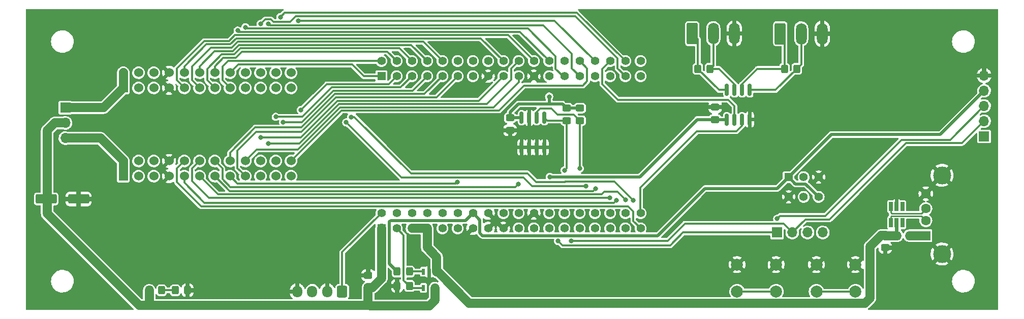
<source format=gbr>
%TF.GenerationSoftware,KiCad,Pcbnew,(6.0.7)*%
%TF.CreationDate,2022-08-24T09:32:16-04:00*%
%TF.ProjectId,PB_16,50425f31-362e-46b6-9963-61645f706362,v1*%
%TF.SameCoordinates,Original*%
%TF.FileFunction,Copper,L1,Top*%
%TF.FilePolarity,Positive*%
%FSLAX46Y46*%
G04 Gerber Fmt 4.6, Leading zero omitted, Abs format (unit mm)*
G04 Created by KiCad (PCBNEW (6.0.7)) date 2022-08-24 09:32:16*
%MOMM*%
%LPD*%
G01*
G04 APERTURE LIST*
G04 Aperture macros list*
%AMRoundRect*
0 Rectangle with rounded corners*
0 $1 Rounding radius*
0 $2 $3 $4 $5 $6 $7 $8 $9 X,Y pos of 4 corners*
0 Add a 4 corners polygon primitive as box body*
4,1,4,$2,$3,$4,$5,$6,$7,$8,$9,$2,$3,0*
0 Add four circle primitives for the rounded corners*
1,1,$1+$1,$2,$3*
1,1,$1+$1,$4,$5*
1,1,$1+$1,$6,$7*
1,1,$1+$1,$8,$9*
0 Add four rect primitives between the rounded corners*
20,1,$1+$1,$2,$3,$4,$5,0*
20,1,$1+$1,$4,$5,$6,$7,0*
20,1,$1+$1,$6,$7,$8,$9,0*
20,1,$1+$1,$8,$9,$2,$3,0*%
G04 Aperture macros list end*
%TA.AperFunction,SMDPad,CuDef*%
%ADD10RoundRect,0.250000X-1.500000X-0.550000X1.500000X-0.550000X1.500000X0.550000X-1.500000X0.550000X0*%
%TD*%
%TA.AperFunction,SMDPad,CuDef*%
%ADD11RoundRect,0.249999X0.325001X0.450001X-0.325001X0.450001X-0.325001X-0.450001X0.325001X-0.450001X0*%
%TD*%
%TA.AperFunction,ComponentPad*%
%ADD12R,1.700000X1.700000*%
%TD*%
%TA.AperFunction,ComponentPad*%
%ADD13O,1.700000X1.700000*%
%TD*%
%TA.AperFunction,ComponentPad*%
%ADD14RoundRect,0.250000X0.600000X0.725000X-0.600000X0.725000X-0.600000X-0.725000X0.600000X-0.725000X0*%
%TD*%
%TA.AperFunction,ComponentPad*%
%ADD15O,1.700000X1.950000*%
%TD*%
%TA.AperFunction,ComponentPad*%
%ADD16R,1.400000X1.400000*%
%TD*%
%TA.AperFunction,ComponentPad*%
%ADD17C,1.400000*%
%TD*%
%TA.AperFunction,SMDPad,CuDef*%
%ADD18RoundRect,0.249999X-0.450001X0.325001X-0.450001X-0.325001X0.450001X-0.325001X0.450001X0.325001X0*%
%TD*%
%TA.AperFunction,SMDPad,CuDef*%
%ADD19RoundRect,0.249999X0.450001X-0.325001X0.450001X0.325001X-0.450001X0.325001X-0.450001X-0.325001X0*%
%TD*%
%TA.AperFunction,SMDPad,CuDef*%
%ADD20RoundRect,0.150000X0.150000X-0.825000X0.150000X0.825000X-0.150000X0.825000X-0.150000X-0.825000X0*%
%TD*%
%TA.AperFunction,ComponentPad*%
%ADD21C,2.000000*%
%TD*%
%TA.AperFunction,ComponentPad*%
%ADD22RoundRect,0.250000X-0.650000X-1.550000X0.650000X-1.550000X0.650000X1.550000X-0.650000X1.550000X0*%
%TD*%
%TA.AperFunction,ComponentPad*%
%ADD23O,1.800000X3.600000*%
%TD*%
%TA.AperFunction,ComponentPad*%
%ADD24R,1.530000X1.530000*%
%TD*%
%TA.AperFunction,ComponentPad*%
%ADD25C,1.530000*%
%TD*%
%TA.AperFunction,SMDPad,CuDef*%
%ADD26RoundRect,0.249999X-0.325001X-0.450001X0.325001X-0.450001X0.325001X0.450001X-0.325001X0.450001X0*%
%TD*%
%TA.AperFunction,ComponentPad*%
%ADD27R,1.600000X1.600000*%
%TD*%
%TA.AperFunction,ComponentPad*%
%ADD28C,1.600000*%
%TD*%
%TA.AperFunction,ComponentPad*%
%ADD29C,3.000000*%
%TD*%
%TA.AperFunction,SMDPad,CuDef*%
%ADD30R,0.600000X1.050000*%
%TD*%
%TA.AperFunction,ComponentPad*%
%ADD31R,1.408000X1.408000*%
%TD*%
%TA.AperFunction,ComponentPad*%
%ADD32C,1.408000*%
%TD*%
%TA.AperFunction,SMDPad,CuDef*%
%ADD33R,0.650000X1.560000*%
%TD*%
%TA.AperFunction,ViaPad*%
%ADD34C,0.800000*%
%TD*%
%TA.AperFunction,Conductor*%
%ADD35C,1.500000*%
%TD*%
%TA.AperFunction,Conductor*%
%ADD36C,0.600000*%
%TD*%
%TA.AperFunction,Conductor*%
%ADD37C,0.500000*%
%TD*%
%TA.AperFunction,Conductor*%
%ADD38C,0.250000*%
%TD*%
%TA.AperFunction,Conductor*%
%ADD39C,0.350000*%
%TD*%
G04 APERTURE END LIST*
D10*
%TO.P,C1,1*%
%TO.N,+5V*%
X90010000Y-103124000D03*
%TO.P,C1,2*%
%TO.N,GND*%
X95410000Y-103124000D03*
%TD*%
D11*
%TO.P,D1,1*%
%TO.N,Net-(D1-Pad1)*%
X109254400Y-118364000D03*
%TO.P,D1,2*%
%TO.N,+5V*%
X107204400Y-118364000D03*
%TD*%
D12*
%TO.P,J2,1*%
%TO.N,I2C_SDA*%
X211785200Y-108712000D03*
D13*
%TO.P,J2,2*%
%TO.N,I2C_SCL*%
X214325200Y-108712000D03*
%TO.P,J2,3*%
%TO.N,/OLED_Pin_3*%
X216865200Y-108712000D03*
%TO.P,J2,4*%
%TO.N,/OLED_Pin_4*%
X219405200Y-108712000D03*
%TD*%
D14*
%TO.P,J3,1*%
%TO.N,GPIO1*%
X139344400Y-118557040D03*
D15*
%TO.P,J3,2*%
%TO.N,GND*%
X136844400Y-118557040D03*
%TO.P,J3,3*%
%TO.N,GPIO2*%
X134344400Y-118557040D03*
%TO.P,J3,4*%
%TO.N,GND*%
X131844400Y-118557040D03*
%TD*%
D12*
%TO.P,J4,1*%
%TO.N,Net-(J4-Pad1)*%
X246278400Y-92671900D03*
D13*
%TO.P,J4,2*%
%TO.N,I2C_SCL*%
X246278400Y-90131900D03*
%TO.P,J4,3*%
%TO.N,I2C_SDA*%
X246278400Y-87591900D03*
%TO.P,J4,4*%
%TO.N,+3V3*%
X246278400Y-85051900D03*
%TO.P,J4,5*%
%TO.N,GND*%
X246278400Y-82511900D03*
%TD*%
D16*
%TO.P,SW1,1*%
%TO.N,+3V3*%
X213715600Y-99466400D03*
D17*
%TO.P,SW1,2*%
%TO.N,/OLED_Pin_3*%
X216215600Y-99466400D03*
%TO.P,SW1,3*%
%TO.N,GND*%
X218715600Y-99466400D03*
%TO.P,SW1,4*%
X213715600Y-102766400D03*
%TO.P,SW1,5*%
%TO.N,/OLED_Pin_4*%
X216215600Y-102766400D03*
%TO.P,SW1,6*%
%TO.N,+3V3*%
X218715600Y-102766400D03*
%TD*%
D18*
%TO.P,R4,1*%
%TO.N,+3.3VP*%
X176742000Y-87972900D03*
%TO.P,R4,2*%
%TO.N,I2C_SDA*%
X176742000Y-90022900D03*
%TD*%
%TO.P,R5,1*%
%TO.N,+3.3VP*%
X178939100Y-87972900D03*
%TO.P,R5,2*%
%TO.N,I2C_SCL*%
X178939100Y-90022900D03*
%TD*%
D19*
%TO.P,C3,1*%
%TO.N,GND*%
X167318600Y-91635800D03*
%TO.P,C3,2*%
%TO.N,+3.3VP*%
X167318600Y-89585800D03*
%TD*%
D20*
%TO.P,U3,1*%
%TO.N,GND*%
X169223600Y-94508200D03*
%TO.P,U3,2*%
X170493600Y-94508200D03*
%TO.P,U3,3*%
X171763600Y-94508200D03*
%TO.P,U3,4*%
X173033600Y-94508200D03*
%TO.P,U3,5*%
%TO.N,I2C_SDA*%
X173033600Y-89558200D03*
%TO.P,U3,6*%
%TO.N,I2C_SCL*%
X171763600Y-89558200D03*
%TO.P,U3,7*%
%TO.N,GND*%
X170493600Y-89558200D03*
%TO.P,U3,8*%
%TO.N,+3.3VP*%
X169223600Y-89558200D03*
%TD*%
D21*
%TO.P,SW3,1*%
%TO.N,GND*%
X218351100Y-114084100D03*
X224851100Y-114084100D03*
%TO.P,SW3,2*%
%TO.N,BTN2*%
X218351100Y-118584100D03*
X224851100Y-118584100D03*
%TD*%
D11*
%TO.P,R1,1*%
%TO.N,GND*%
X113572400Y-118364000D03*
%TO.P,R1,2*%
%TO.N,Net-(D1-Pad1)*%
X111522400Y-118364000D03*
%TD*%
D21*
%TO.P,SW2,1*%
%TO.N,GND*%
X205130400Y-114071400D03*
X211630400Y-114071400D03*
%TO.P,SW2,2*%
%TO.N,BTN1*%
X205130400Y-118571400D03*
X211630400Y-118571400D03*
%TD*%
D22*
%TO.P,J7,1*%
%TO.N,/Serial/DMX1+*%
X197667880Y-75519280D03*
D23*
%TO.P,J7,2*%
%TO.N,/Serial/DMX1-*%
X201167880Y-75519280D03*
%TO.P,J7,3*%
%TO.N,GND*%
X204667880Y-75519280D03*
%TD*%
D24*
%TO.P,J6,1*%
%TO.N,/PWR2*%
X102870000Y-99314000D03*
D25*
%TO.P,J6,2*%
X102870000Y-96774000D03*
%TO.P,J6,3*%
%TO.N,Net-(J6-Pad3)*%
X105410000Y-99314000D03*
%TO.P,J6,4*%
%TO.N,Net-(J6-Pad4)*%
X105410000Y-96774000D03*
%TO.P,J6,5*%
%TO.N,Net-(J6-Pad5)*%
X107950000Y-99314000D03*
%TO.P,J6,6*%
%TO.N,Net-(J6-Pad6)*%
X107950000Y-96774000D03*
%TO.P,J6,7*%
%TO.N,GND*%
X110490000Y-99314000D03*
%TO.P,J6,8*%
X110490000Y-96774000D03*
%TO.P,J6,9*%
%TO.N,OUT17*%
X113030000Y-99314000D03*
%TO.P,J6,10*%
%TO.N,OUT18*%
X113030000Y-96774000D03*
%TO.P,J6,11*%
%TO.N,OUT19*%
X115570000Y-99314000D03*
%TO.P,J6,12*%
%TO.N,OUT20*%
X115570000Y-96774000D03*
%TO.P,J6,13*%
%TO.N,OUT21*%
X118110000Y-99314000D03*
%TO.P,J6,14*%
%TO.N,OUT22*%
X118110000Y-96774000D03*
%TO.P,J6,15*%
%TO.N,OUT23*%
X120650000Y-99314000D03*
%TO.P,J6,16*%
%TO.N,OUT24*%
X120650000Y-96774000D03*
%TO.P,J6,17*%
%TO.N,OUT25*%
X123190000Y-99314000D03*
%TO.P,J6,18*%
%TO.N,OUT26*%
X123190000Y-96774000D03*
%TO.P,J6,19*%
%TO.N,OUT27*%
X125730000Y-99314000D03*
%TO.P,J6,20*%
%TO.N,OUT28*%
X125730000Y-96774000D03*
%TO.P,J6,21*%
%TO.N,OUT29*%
X128270000Y-99314000D03*
%TO.P,J6,22*%
%TO.N,OUT30*%
X128270000Y-96774000D03*
%TO.P,J6,23*%
%TO.N,OUT31*%
X130810000Y-99314000D03*
%TO.P,J6,24*%
%TO.N,OUT32*%
X130810000Y-96774000D03*
%TD*%
D24*
%TO.P,J5,1*%
%TO.N,/PWR1*%
X102870000Y-84582000D03*
D25*
%TO.P,J5,2*%
X102870000Y-82042000D03*
%TO.P,J5,3*%
%TO.N,Net-(J5-Pad3)*%
X105410000Y-84582000D03*
%TO.P,J5,4*%
%TO.N,Net-(J5-Pad4)*%
X105410000Y-82042000D03*
%TO.P,J5,5*%
%TO.N,Net-(J5-Pad5)*%
X107950000Y-84582000D03*
%TO.P,J5,6*%
%TO.N,Net-(J5-Pad6)*%
X107950000Y-82042000D03*
%TO.P,J5,7*%
%TO.N,GND*%
X110490000Y-84582000D03*
%TO.P,J5,8*%
X110490000Y-82042000D03*
%TO.P,J5,9*%
%TO.N,OUT1*%
X113030000Y-84582000D03*
%TO.P,J5,10*%
%TO.N,OUT2*%
X113030000Y-82042000D03*
%TO.P,J5,11*%
%TO.N,OUT3*%
X115570000Y-84582000D03*
%TO.P,J5,12*%
%TO.N,OUT4*%
X115570000Y-82042000D03*
%TO.P,J5,13*%
%TO.N,OUT5*%
X118110000Y-84582000D03*
%TO.P,J5,14*%
%TO.N,OUT6*%
X118110000Y-82042000D03*
%TO.P,J5,15*%
%TO.N,OUT7*%
X120650000Y-84582000D03*
%TO.P,J5,16*%
%TO.N,OUT8*%
X120650000Y-82042000D03*
%TO.P,J5,17*%
%TO.N,OUT9*%
X123190000Y-84582000D03*
%TO.P,J5,18*%
%TO.N,OUT10*%
X123190000Y-82042000D03*
%TO.P,J5,19*%
%TO.N,OUT11*%
X125730000Y-84582000D03*
%TO.P,J5,20*%
%TO.N,OUT12*%
X125730000Y-82042000D03*
%TO.P,J5,21*%
%TO.N,OUT13*%
X128270000Y-84582000D03*
%TO.P,J5,22*%
%TO.N,OUT14*%
X128270000Y-82042000D03*
%TO.P,J5,23*%
%TO.N,OUT15*%
X130810000Y-84582000D03*
%TO.P,J5,24*%
%TO.N,OUT16*%
X130810000Y-82042000D03*
%TD*%
D26*
%TO.P,R3,1*%
%TO.N,/Serial/DMX2+*%
X213020800Y-81407000D03*
%TO.P,R3,2*%
%TO.N,/Serial/DMX2-*%
X215070800Y-81407000D03*
%TD*%
D19*
%TO.P,C4,1*%
%TO.N,+5V*%
X143662400Y-117899400D03*
%TO.P,C4,2*%
%TO.N,GND*%
X143662400Y-115849400D03*
%TD*%
D12*
%TO.P,J9,1*%
%TO.N,/PWR1*%
X93218000Y-87884000D03*
D13*
%TO.P,J9,2*%
%TO.N,+5V*%
X93218000Y-90424000D03*
%TO.P,J9,3*%
%TO.N,/PWR2*%
X93218000Y-92964000D03*
%TD*%
D20*
%TO.P,U2,1*%
%TO.N,5V_Serial*%
X203428600Y-89876400D03*
%TO.P,U2,2*%
%TO.N,TXD1*%
X204698600Y-89876400D03*
%TO.P,U2,3*%
%TO.N,TXD2*%
X205968600Y-89876400D03*
%TO.P,U2,4*%
%TO.N,GND*%
X207238600Y-89876400D03*
%TO.P,U2,5*%
%TO.N,/Serial/DMX2-*%
X207238600Y-84926400D03*
%TO.P,U2,6*%
%TO.N,/Serial/DMX2+*%
X205968600Y-84926400D03*
%TO.P,U2,7*%
%TO.N,/Serial/DMX1-*%
X204698600Y-84926400D03*
%TO.P,U2,8*%
%TO.N,/Serial/DMX1+*%
X203428600Y-84926400D03*
%TD*%
D19*
%TO.P,C5,1*%
%TO.N,5V_Serial*%
X201472800Y-89848800D03*
%TO.P,C5,2*%
%TO.N,GND*%
X201472800Y-87798800D03*
%TD*%
D22*
%TO.P,J8,1*%
%TO.N,/Serial/DMX2+*%
X212318600Y-75539600D03*
D23*
%TO.P,J8,2*%
%TO.N,/Serial/DMX2-*%
X215818600Y-75539600D03*
%TO.P,J8,3*%
%TO.N,GND*%
X219318600Y-75539600D03*
%TD*%
D18*
%TO.P,C6,1*%
%TO.N,V_USB*%
X229816000Y-109209000D03*
%TO.P,C6,2*%
%TO.N,GND*%
X229816000Y-111259000D03*
%TD*%
D11*
%TO.P,FB1,1*%
%TO.N,/USB/VBUS*%
X233841000Y-109234000D03*
%TO.P,FB1,2*%
%TO.N,V_USB*%
X231791000Y-109234000D03*
%TD*%
D27*
%TO.P,J1,1*%
%TO.N,/USB/VBUS*%
X236566000Y-109234000D03*
D28*
%TO.P,J1,2*%
%TO.N,USB_D-*%
X236566000Y-106734000D03*
%TO.P,J1,3*%
%TO.N,USB_D+*%
X236566000Y-104734000D03*
%TO.P,J1,4*%
%TO.N,GND*%
X236566000Y-102234000D03*
D29*
%TO.P,J1,5*%
X239276000Y-112304000D03*
X239276000Y-99164000D03*
%TD*%
D30*
%TO.P,U4,1*%
%TO.N,V_USB*%
X154793200Y-115278000D03*
%TO.P,U4,2*%
%TO.N,GND*%
X153843200Y-115278000D03*
%TO.P,U4,3*%
%TO.N,Net-(R7-Pad2)*%
X152893200Y-115278000D03*
%TO.P,U4,4*%
%TO.N,USB_DVBUS*%
X152893200Y-117978000D03*
%TO.P,U4,5*%
%TO.N,+5V*%
X154793200Y-117978000D03*
%TD*%
D11*
%TO.P,R6,1*%
%TO.N,USB_DVBUS*%
X150541000Y-117634000D03*
%TO.P,R6,2*%
%TO.N,GND*%
X148491000Y-117634000D03*
%TD*%
D26*
%TO.P,R2,1*%
%TO.N,/Serial/DMX1+*%
X198593600Y-81407000D03*
%TO.P,R2,2*%
%TO.N,/Serial/DMX1-*%
X200643600Y-81407000D03*
%TD*%
%TO.P,R7,1*%
%TO.N,+3V3*%
X148491000Y-115234000D03*
%TO.P,R7,2*%
%TO.N,Net-(R7-Pad2)*%
X150541000Y-115234000D03*
%TD*%
D31*
%TO.P,U1,P1_1*%
%TO.N,+5V*%
X145872200Y-108026200D03*
D32*
%TO.P,U1,P1_2*%
%TO.N,GPIO1*%
X145872200Y-105486200D03*
%TO.P,U1,P1_3*%
%TO.N,USB_DVBUS*%
X148412200Y-108026200D03*
%TO.P,U1,P1_4*%
%TO.N,GPIO2*%
X148412200Y-105486200D03*
%TO.P,U1,P1_5*%
%TO.N,V_USB*%
X150952200Y-108026200D03*
%TO.P,U1,P1_6*%
%TO.N,BTN1*%
X150952200Y-105486200D03*
%TO.P,U1,P1_7*%
%TO.N,V_USB*%
X153492200Y-108026200D03*
%TO.P,U1,P1_8*%
%TO.N,BTN2*%
X153492200Y-105486200D03*
%TO.P,U1,P1_9*%
%TO.N,USB_D-*%
X156032200Y-108026200D03*
%TO.P,U1,P1_10*%
%TO.N,Net-(U1-PadP1_10)*%
X156032200Y-105486200D03*
%TO.P,U1,P1_11*%
%TO.N,USB_D+*%
X158572200Y-108026200D03*
%TO.P,U1,P1_12*%
%TO.N,OUT23*%
X158572200Y-105486200D03*
%TO.P,U1,P1_13*%
%TO.N,GND*%
X161112200Y-108026200D03*
%TO.P,U1,P1_14*%
%TO.N,+3V3*%
X161112200Y-105486200D03*
%TO.P,U1,P1_15*%
%TO.N,GND*%
X163652200Y-108026200D03*
%TO.P,U1,P1_16*%
X163652200Y-105486200D03*
%TO.P,U1,P1_17*%
X166192200Y-108026200D03*
%TO.P,U1,P1_18*%
%TO.N,Net-(U1-PadP1_18)*%
X166192200Y-105486200D03*
%TO.P,U1,P1_19*%
%TO.N,Net-(U1-PadP1_19)*%
X168732200Y-108026200D03*
%TO.P,U1,P1_20*%
%TO.N,OUT22*%
X168732200Y-105486200D03*
%TO.P,U1,P1_21*%
%TO.N,Net-(U1-PadP1_21)*%
X171272200Y-108026200D03*
%TO.P,U1,P1_22*%
%TO.N,GND*%
X171272200Y-105486200D03*
%TO.P,U1,P1_23*%
%TO.N,Net-(U1-PadP1_23)*%
X173812200Y-108026200D03*
%TO.P,U1,P1_24*%
%TO.N,5V_Serial*%
X173812200Y-105486200D03*
%TO.P,U1,P1_25*%
%TO.N,Net-(U1-PadP1_25)*%
X176352200Y-108026200D03*
%TO.P,U1,P1_26*%
%TO.N,I2C_SDA*%
X176352200Y-105486200D03*
%TO.P,U1,P1_27*%
%TO.N,Net-(U1-PadP1_27)*%
X178892200Y-108026200D03*
%TO.P,U1,P1_28*%
%TO.N,I2C_SCL*%
X178892200Y-105486200D03*
%TO.P,U1,P1_29*%
%TO.N,OUT13*%
X181432200Y-108026200D03*
%TO.P,U1,P1_30*%
%TO.N,OUT21*%
X181432200Y-105486200D03*
%TO.P,U1,P1_31*%
%TO.N,OUT17*%
X183972200Y-108026200D03*
%TO.P,U1,P1_32*%
%TO.N,OUT20*%
X183972200Y-105486200D03*
%TO.P,U1,P1_33*%
%TO.N,OUT16*%
X186512200Y-108026200D03*
%TO.P,U1,P1_34*%
%TO.N,OUT19*%
X186512200Y-105486200D03*
%TO.P,U1,P1_35*%
%TO.N,OUT18*%
X189052200Y-108026200D03*
%TO.P,U1,P1_36*%
%TO.N,TXD2*%
X189052200Y-105486200D03*
D31*
%TO.P,U1,P2_1*%
%TO.N,OUT8*%
X145872200Y-82626200D03*
D32*
%TO.P,U1,P2_2*%
%TO.N,OUT7*%
X145872200Y-80086200D03*
%TO.P,U1,P2_3*%
%TO.N,OUT31*%
X148412200Y-82626200D03*
%TO.P,U1,P2_4*%
%TO.N,OUT6*%
X148412200Y-80086200D03*
%TO.P,U1,P2_5*%
%TO.N,OUT30*%
X150952200Y-82626200D03*
%TO.P,U1,P2_6*%
%TO.N,OUT5*%
X150952200Y-80086200D03*
%TO.P,U1,P2_7*%
%TO.N,OUT29*%
X153492200Y-82626200D03*
%TO.P,U1,P2_8*%
%TO.N,OUT4*%
X153492200Y-80086200D03*
%TO.P,U1,P2_9*%
%TO.N,OUT24*%
X156032200Y-82626200D03*
%TO.P,U1,P2_10*%
%TO.N,OUT3*%
X156032200Y-80086200D03*
%TO.P,U1,P2_11*%
%TO.N,OUT25*%
X158572200Y-82626200D03*
%TO.P,U1,P2_12*%
%TO.N,Net-(U1-PadP2_12)*%
X158572200Y-80086200D03*
%TO.P,U1,P2_13*%
%TO.N,Net-(U1-PadP2_13)*%
X161112200Y-82626200D03*
%TO.P,U1,P2_14*%
%TO.N,Net-(U1-PadP2_14)*%
X161112200Y-80086200D03*
%TO.P,U1,P2_15*%
%TO.N,GND*%
X163652200Y-82626200D03*
%TO.P,U1,P2_16*%
%TO.N,Net-(U1-PadP2_16)*%
X163652200Y-80086200D03*
%TO.P,U1,P2_17*%
%TO.N,OUT28*%
X166192200Y-82626200D03*
%TO.P,U1,P2_18*%
%TO.N,OUT2*%
X166192200Y-80086200D03*
%TO.P,U1,P2_19*%
%TO.N,OUT26*%
X168732200Y-82626200D03*
%TO.P,U1,P2_20*%
%TO.N,OUT27*%
X168732200Y-80086200D03*
%TO.P,U1,P2_21*%
%TO.N,GND*%
X171272200Y-82626200D03*
%TO.P,U1,P2_22*%
%TO.N,OUT1*%
X171272200Y-80086200D03*
%TO.P,U1,P2_23*%
%TO.N,+3.3VP*%
X173812200Y-82626200D03*
%TO.P,U1,P2_24*%
%TO.N,OUT9*%
X173812200Y-80086200D03*
%TO.P,U1,P2_25*%
%TO.N,OUT10*%
X176352200Y-82626200D03*
%TO.P,U1,P2_26*%
%TO.N,Net-(U1-PadP2_26)*%
X176352200Y-80086200D03*
%TO.P,U1,P2_27*%
%TO.N,OUT11*%
X178892200Y-82626200D03*
%TO.P,U1,P2_28*%
%TO.N,OUT32*%
X178892200Y-80086200D03*
%TO.P,U1,P2_29*%
%TO.N,Net-(U1-PadP2_29)*%
X181432200Y-82626200D03*
%TO.P,U1,P2_30*%
%TO.N,OUT15*%
X181432200Y-80086200D03*
%TO.P,U1,P2_31*%
%TO.N,Net-(U1-PadP2_31)*%
X183972200Y-82626200D03*
%TO.P,U1,P2_32*%
%TO.N,TXD1*%
X183972200Y-80086200D03*
%TO.P,U1,P2_33*%
%TO.N,OUT12*%
X186512200Y-82626200D03*
%TO.P,U1,P2_34*%
%TO.N,OUT14*%
X186512200Y-80086200D03*
%TO.P,U1,P2_35*%
%TO.N,Net-(U1-PadP2_35)*%
X189052200Y-82626200D03*
%TO.P,U1,P2_36*%
%TO.N,Net-(U1-PadP2_36)*%
X189052200Y-80086200D03*
%TD*%
D33*
%TO.P,U5,1*%
%TO.N,Net-(U5-Pad1)*%
X232666000Y-104384000D03*
%TO.P,U5,2*%
%TO.N,GND*%
X231716000Y-104384000D03*
%TO.P,U5,3*%
%TO.N,USB_D+*%
X230766000Y-104384000D03*
%TO.P,U5,4*%
%TO.N,USB_D-*%
X230766000Y-107084000D03*
%TO.P,U5,5*%
%TO.N,V_USB*%
X231716000Y-107084000D03*
%TO.P,U5,6*%
%TO.N,Net-(U5-Pad6)*%
X232666000Y-107084000D03*
%TD*%
D34*
%TO.N,GND*%
X156716000Y-114434000D03*
X188125100Y-78079600D03*
X180716000Y-97734000D03*
X229516000Y-107334000D03*
X190916000Y-107834000D03*
X199606000Y-114614000D03*
X247396000Y-96774000D03*
X143816000Y-89734000D03*
X156326000Y-110024000D03*
X112776000Y-89154000D03*
X234116000Y-107534000D03*
X174616000Y-94434000D03*
X217131900Y-81584800D03*
X167416000Y-94434000D03*
X231686100Y-111239300D03*
X97536000Y-84074000D03*
X247396000Y-114554000D03*
X100076000Y-119634000D03*
X161216000Y-118934000D03*
X112776000Y-94234000D03*
X237744000Y-73660000D03*
X97028000Y-104902000D03*
X200317100Y-85293200D03*
X200316000Y-118334000D03*
X158916000Y-116434000D03*
X222758000Y-107950000D03*
X219913200Y-90576400D03*
X125222000Y-72136000D03*
X133916000Y-111034000D03*
X165716000Y-97634000D03*
X150816000Y-109934000D03*
X147016000Y-117634000D03*
X231716000Y-102565200D03*
X207216000Y-92534000D03*
X215138000Y-118618000D03*
X102616000Y-112014000D03*
X195106000Y-111404000D03*
X139616000Y-105634000D03*
X195351400Y-72542400D03*
X163626000Y-114814000D03*
X199999600Y-87706200D03*
X117856000Y-114554000D03*
X181559200Y-85826600D03*
X181127400Y-72428100D03*
X173716000Y-110534000D03*
X229616000Y-119634000D03*
X141630400Y-115849400D03*
X97536000Y-73914000D03*
X199116000Y-93234000D03*
X105156000Y-89154000D03*
X153771600Y-116687600D03*
X233876000Y-95194000D03*
X185699400Y-84747100D03*
X210046000Y-105914000D03*
X126116000Y-105834000D03*
X143616000Y-109834000D03*
X89916000Y-86614000D03*
X200226000Y-99964000D03*
X225298000Y-73660000D03*
X107696000Y-104394000D03*
X169216000Y-96934000D03*
X105156000Y-73914000D03*
X188899800Y-118160800D03*
X89916000Y-78994000D03*
X183066000Y-114784000D03*
X190416000Y-101734000D03*
X124307600Y-89319100D03*
X229819200Y-113068100D03*
X188316000Y-97934000D03*
X98298000Y-103124000D03*
X221488000Y-93472000D03*
X205359000Y-82638900D03*
X247396000Y-119634000D03*
X120396000Y-73914000D03*
X115214400Y-118389400D03*
X105156000Y-94234000D03*
X170516000Y-92034000D03*
X146816000Y-99234000D03*
X152781000Y-116687600D03*
X200686000Y-109734000D03*
X203123800Y-87833200D03*
X97536000Y-78994000D03*
X97028000Y-101346000D03*
X153416000Y-113634000D03*
X95453200Y-90385900D03*
X165416000Y-91634000D03*
X206349600Y-87350600D03*
X95504000Y-104902000D03*
X246888000Y-73660000D03*
X208432400Y-89941400D03*
X118948200Y-94780100D03*
X105156000Y-78994000D03*
X95504000Y-101346000D03*
X89916000Y-109474000D03*
X87376000Y-96774000D03*
X172816000Y-96834000D03*
X148416000Y-119234000D03*
X157616000Y-89734000D03*
X165716000Y-118834000D03*
X179916000Y-118834000D03*
X167316000Y-93234000D03*
X238125000Y-90639900D03*
X172116000Y-114784000D03*
X197216000Y-105974000D03*
X170624500Y-85890100D03*
X151416000Y-97634000D03*
X152816000Y-119334000D03*
X139750800Y-82423000D03*
X196672200Y-81521300D03*
X94234000Y-104902000D03*
X112776000Y-73914000D03*
X134137400Y-82448400D03*
X120523000Y-86779100D03*
X229646000Y-93924000D03*
X89916000Y-73914000D03*
X89916000Y-119634000D03*
X107696000Y-114554000D03*
X134454900Y-95465900D03*
X173216000Y-92034000D03*
X94234000Y-101346000D03*
%TO.N,I2C_SCL*%
X177534096Y-110084010D03*
X178916000Y-98034000D03*
%TO.N,I2C_SDA*%
X176416000Y-98334000D03*
X175316000Y-110133992D03*
X211815994Y-106434000D03*
%TO.N,OUT16*%
X140816000Y-89434000D03*
X187816000Y-103334000D03*
%TO.N,OUT15*%
X132003800Y-73353876D03*
%TO.N,OUT14*%
X129032000Y-72757990D03*
%TO.N,OUT13*%
X179916000Y-101009010D03*
X140016000Y-90334000D03*
%TO.N,OUT12*%
X125742700Y-73903891D03*
%TO.N,OUT11*%
X127065256Y-73903889D03*
%TO.N,OUT10*%
X123209964Y-74453902D03*
%TO.N,OUT9*%
X121920000Y-75003913D03*
%TO.N,OUT31*%
X132460998Y-88265000D03*
%TO.N,OUT30*%
X128270000Y-89408012D03*
%TO.N,OUT29*%
X129514600Y-90296992D03*
%TO.N,OUT28*%
X125730000Y-92837000D03*
%TO.N,OUT27*%
X127000008Y-93853000D03*
%TO.N,OUT23*%
X158516000Y-100309010D03*
%TO.N,OUT22*%
X168716000Y-100634000D03*
%TO.N,OUT21*%
X181516000Y-101434000D03*
%TO.N,OUT20*%
X183916000Y-102958991D03*
%TO.N,OUT19*%
X186516000Y-103233998D03*
%TO.N,OUT17*%
X185017985Y-103332015D03*
%TO.N,+3.3VP*%
X173816000Y-86034000D03*
%TO.N,5V_Serial*%
X173916000Y-99434000D03*
%TD*%
D35*
%TO.N,V_USB*%
X226404499Y-120534101D02*
X227279200Y-119659400D01*
X155093201Y-115316000D02*
X155298000Y-115316000D01*
X153492200Y-108026200D02*
X153492200Y-111210200D01*
D36*
X231716000Y-107084000D02*
X231716000Y-109159000D01*
D35*
X231791000Y-109234000D02*
X229841000Y-109234000D01*
X153492200Y-111210200D02*
X155093201Y-112811201D01*
X155093201Y-112811201D02*
X155093201Y-115316000D01*
X160516101Y-120534101D02*
X226404499Y-120534101D01*
X227279200Y-119659400D02*
X227279200Y-111045800D01*
D36*
X231716000Y-109159000D02*
X231791000Y-109234000D01*
D35*
X227279200Y-111045800D02*
X229116000Y-109209000D01*
D37*
X229816000Y-109209000D02*
X229841000Y-109234000D01*
D35*
X150952200Y-108026200D02*
X153492200Y-108026200D01*
X155298000Y-115316000D02*
X160516101Y-120534101D01*
X229116000Y-109209000D02*
X229816000Y-109209000D01*
%TO.N,+5V*%
X144084390Y-120944990D02*
X153851210Y-120944990D01*
X107188000Y-120904000D02*
X144043400Y-120904000D01*
X105537000Y-120904000D02*
X107188000Y-120904000D01*
X145872200Y-116389600D02*
X145872200Y-108026200D01*
X153851210Y-120944990D02*
X154793200Y-120003000D01*
X90170000Y-91694000D02*
X90170000Y-105537000D01*
X144043400Y-120904000D02*
X144084390Y-120944990D01*
X144362400Y-117899400D02*
X145872200Y-116389600D01*
X143662400Y-120523000D02*
X144043400Y-120904000D01*
X143662400Y-117899400D02*
X144362400Y-117899400D01*
X90170000Y-105537000D02*
X105537000Y-120904000D01*
X93218000Y-90424000D02*
X91440000Y-90424000D01*
X107188000Y-119636792D02*
X107188000Y-120904000D01*
X107188000Y-118364000D02*
X107188000Y-119636792D01*
X91440000Y-90424000D02*
X90170000Y-91694000D01*
X143662400Y-117899400D02*
X143662400Y-120523000D01*
X154793200Y-120003000D02*
X154793200Y-117978000D01*
D38*
%TO.N,USB_D+*%
X235821012Y-105528988D02*
X230880988Y-105528988D01*
X236566000Y-104734000D02*
X236566000Y-104784000D01*
X230766000Y-105414000D02*
X230766000Y-104384000D01*
X236566000Y-104784000D02*
X235821012Y-105528988D01*
X230880988Y-105528988D02*
X230766000Y-105414000D01*
%TO.N,USB_D-*%
X236566000Y-106734000D02*
X235810999Y-105978999D01*
X235810999Y-105978999D02*
X230841001Y-105978999D01*
X230841001Y-105978999D02*
X230766000Y-106054000D01*
X230766000Y-106054000D02*
X230766000Y-107084000D01*
D39*
%TO.N,I2C_SCL*%
X212847200Y-107234000D02*
X196416000Y-107234000D01*
X178939100Y-90022900D02*
X178939100Y-98010900D01*
X214325200Y-108712000D02*
X212847200Y-107234000D01*
X174202000Y-88020000D02*
X172326800Y-88020000D01*
X193565990Y-110084010D02*
X177534096Y-110084010D01*
X175218000Y-89036000D02*
X174202000Y-88020000D01*
X233260500Y-93789500D02*
X242620800Y-93789500D01*
X214325200Y-108712000D02*
X216512400Y-106524800D01*
X196416000Y-107234000D02*
X193565990Y-110084010D01*
X178939100Y-90022900D02*
X177952200Y-89036000D01*
X242620800Y-93789500D02*
X246278400Y-90131900D01*
X177952200Y-89036000D02*
X175218000Y-89036000D01*
X171763600Y-88583200D02*
X171763600Y-89558200D01*
X178939100Y-98010900D02*
X178916000Y-98034000D01*
X216512400Y-106524800D02*
X220525200Y-106524800D01*
X172326800Y-88020000D02*
X171763600Y-88583200D01*
X220525200Y-106524800D02*
X233260500Y-93789500D01*
%TO.N,I2C_SDA*%
X219815999Y-105934001D02*
X212315993Y-105934001D01*
X176742000Y-98008000D02*
X176416000Y-98334000D01*
X240636300Y-93234000D02*
X232516000Y-93234000D01*
X193990988Y-110859012D02*
X176041020Y-110859012D01*
X173498300Y-90022900D02*
X173033600Y-89558200D01*
X212315993Y-105934001D02*
X211815994Y-106434000D01*
X196138000Y-108712000D02*
X193990988Y-110859012D01*
X232516000Y-93234000D02*
X219815999Y-105934001D01*
X176742000Y-90022900D02*
X176742000Y-98008000D01*
X176742000Y-90022900D02*
X173498300Y-90022900D01*
X211785200Y-108712000D02*
X196138000Y-108712000D01*
X246278400Y-87591900D02*
X240636300Y-93234000D01*
X176041020Y-110859012D02*
X175316000Y-110133992D01*
%TO.N,GPIO1*%
X139344400Y-113979960D02*
X139344400Y-118557040D01*
X139344400Y-112014000D02*
X139344400Y-113979960D01*
X145872200Y-105486200D02*
X139344400Y-112014000D01*
D37*
%TO.N,+3V3*%
X161112200Y-105486200D02*
X162266201Y-106640201D01*
X162716000Y-109234000D02*
X191916000Y-109234000D01*
X238975900Y-92367100D02*
X220814900Y-92367100D01*
X220814900Y-92367100D02*
X213715600Y-99466400D01*
X147416000Y-106734000D02*
X147216000Y-106934000D01*
X199784000Y-101366000D02*
X211816000Y-101366000D01*
X191916000Y-109234000D02*
X199784000Y-101366000D01*
X159864400Y-106734000D02*
X147416000Y-106734000D01*
X246278400Y-85064600D02*
X238975900Y-92367100D01*
X162266201Y-108784201D02*
X162716000Y-109234000D01*
X162266201Y-106640201D02*
X162266201Y-108784201D01*
X246278400Y-85051900D02*
X246278400Y-85064600D01*
X211816000Y-101366000D02*
X213715600Y-99466400D01*
X213715600Y-99466400D02*
X214865601Y-100616401D01*
X161112200Y-105486200D02*
X159864400Y-106734000D01*
X147216000Y-113959000D02*
X148491000Y-115234000D01*
X147216000Y-106934000D02*
X147216000Y-113959000D01*
X214865601Y-100616401D02*
X216565601Y-100616401D01*
X216565601Y-100616401D02*
X218715600Y-102766400D01*
D39*
%TO.N,OUT16*%
X150781685Y-98834000D02*
X141381685Y-89434000D01*
X170216000Y-98834000D02*
X150781685Y-98834000D01*
X171641011Y-100259011D02*
X170216000Y-98834000D01*
X176499899Y-100234000D02*
X176474888Y-100259011D01*
X141381685Y-89434000D02*
X140816000Y-89434000D01*
X184716000Y-100234000D02*
X176499899Y-100234000D01*
X176474888Y-100259011D02*
X171641011Y-100259011D01*
X187816000Y-103334000D02*
X184716000Y-100234000D01*
%TO.N,OUT15*%
X132003800Y-73353876D02*
X174699876Y-73353876D01*
X174699876Y-73353876D02*
X181432200Y-80086200D01*
%TO.N,OUT14*%
X178454863Y-72028863D02*
X186512200Y-80086200D01*
X129761127Y-72028863D02*
X178454863Y-72028863D01*
X129032000Y-72757990D02*
X129761127Y-72028863D01*
%TO.N,OUT13*%
X140016000Y-90334000D02*
X149216000Y-99534000D01*
X169516000Y-99534000D02*
X170991010Y-101009010D01*
X149216000Y-99534000D02*
X169516000Y-99534000D01*
X170991010Y-101009010D02*
X179916000Y-101009010D01*
%TO.N,OUT12*%
X126517704Y-73128887D02*
X127437258Y-73128887D01*
X185216800Y-79603600D02*
X185216800Y-81330800D01*
X125742700Y-73903891D02*
X126517704Y-73128887D01*
X127865658Y-73557287D02*
X130654709Y-73557287D01*
X185216800Y-81330800D02*
X186512200Y-82626200D01*
X131633122Y-72578874D02*
X178192074Y-72578874D01*
X127437258Y-73128887D02*
X127865658Y-73557287D01*
X178192074Y-72578874D02*
X185216800Y-79603600D01*
X130654709Y-73557287D02*
X131633122Y-72578874D01*
%TO.N,OUT11*%
X127290257Y-74128890D02*
X127065256Y-73903889D01*
X177596800Y-81330800D02*
X177596800Y-78892400D01*
X172833290Y-74128890D02*
X127290257Y-74128890D01*
X178892200Y-82626200D02*
X177596800Y-81330800D01*
X177596800Y-78892400D02*
X172833290Y-74128890D01*
%TO.N,OUT10*%
X174891201Y-79260201D02*
X174891201Y-81393801D01*
X170309901Y-74678901D02*
X174891201Y-79260201D01*
X174891201Y-81393801D02*
X176123600Y-82626200D01*
X123434963Y-74678901D02*
X170309901Y-74678901D01*
X176123600Y-82626200D02*
X176352200Y-82626200D01*
X123209964Y-74453902D02*
X123434963Y-74678901D01*
%TO.N,OUT9*%
X168954912Y-75228912D02*
X122144999Y-75228912D01*
X122144999Y-75228912D02*
X121920000Y-75003913D01*
X173812200Y-80086200D02*
X168954912Y-75228912D01*
%TO.N,OUT8*%
X120650000Y-82042000D02*
X122021600Y-80670400D01*
X140967560Y-80670400D02*
X142923360Y-82626200D01*
X142923360Y-82626200D02*
X145872200Y-82626200D01*
X122021600Y-80670400D02*
X140967560Y-80670400D01*
%TO.N,OUT7*%
X119380000Y-81026000D02*
X119380000Y-83312000D01*
X145863411Y-80094989D02*
X120311011Y-80094989D01*
X145872200Y-80086200D02*
X145863411Y-80094989D01*
X120311011Y-80094989D02*
X119380000Y-81026000D01*
X119380000Y-83312000D02*
X120650000Y-84582000D01*
%TO.N,OUT6*%
X121591357Y-79544978D02*
X119525149Y-79544978D01*
X148412200Y-80086200D02*
X146854978Y-78528978D01*
X119525149Y-79544978D02*
X118110000Y-80960127D01*
X122607356Y-78528978D02*
X121591357Y-79544978D01*
X118110000Y-80960127D02*
X118110000Y-82042000D01*
X146854978Y-78528978D02*
X122607356Y-78528978D01*
%TO.N,OUT5*%
X121363535Y-78994967D02*
X119252033Y-78994967D01*
X122379534Y-77978967D02*
X121363535Y-78994967D01*
X150952200Y-80086200D02*
X148844967Y-77978967D01*
X148844967Y-77978967D02*
X122379534Y-77978967D01*
X119252033Y-78994967D02*
X116840000Y-81407000D01*
X116840000Y-83312000D02*
X118110000Y-84582000D01*
X116840000Y-81407000D02*
X116840000Y-83312000D01*
%TO.N,OUT4*%
X121135713Y-78444956D02*
X122151712Y-77428956D01*
X150834956Y-77428956D02*
X153492200Y-80086200D01*
X118085171Y-78444956D02*
X121135713Y-78444956D01*
X115570000Y-80960127D02*
X118085171Y-78444956D01*
X122151712Y-77428956D02*
X150834956Y-77428956D01*
X115570000Y-82042000D02*
X115570000Y-80960127D01*
%TO.N,OUT3*%
X152824945Y-76878945D02*
X121923890Y-76878945D01*
X114300000Y-81026000D02*
X114300000Y-83312000D01*
X114300000Y-83312000D02*
X115570000Y-84582000D01*
X121923890Y-76878945D02*
X120944013Y-77858822D01*
X120944013Y-77858822D02*
X117467178Y-77858822D01*
X117467178Y-77858822D02*
X114300000Y-81026000D01*
X156032200Y-80086200D02*
X152824945Y-76878945D01*
%TO.N,OUT2*%
X116681316Y-77308811D02*
X113030000Y-80960127D01*
X166192200Y-80086200D02*
X162434934Y-76328934D01*
X121696068Y-76328934D02*
X120716191Y-77308811D01*
X113030000Y-80960127D02*
X113030000Y-82042000D01*
X120716191Y-77308811D02*
X116681316Y-77308811D01*
X162434934Y-76328934D02*
X121696068Y-76328934D01*
%TO.N,OUT1*%
X111760000Y-83312000D02*
X113030000Y-84582000D01*
X120488369Y-76758800D02*
X116332000Y-76758800D01*
X121468246Y-75778923D02*
X120488369Y-76758800D01*
X171272200Y-80086200D02*
X166964923Y-75778923D01*
X116332000Y-76758800D02*
X111760000Y-81330800D01*
X111760000Y-81330800D02*
X111760000Y-83312000D01*
X166964923Y-75778923D02*
X121468246Y-75778923D01*
%TO.N,/Serial/DMX1-*%
X201167880Y-75519280D02*
X201167880Y-80882720D01*
X204698600Y-83951400D02*
X202154200Y-81407000D01*
X202154200Y-81407000D02*
X200643600Y-81407000D01*
X201167880Y-80882720D02*
X200643600Y-81407000D01*
X204698600Y-84926400D02*
X204698600Y-83951400D01*
%TO.N,/Serial/DMX1+*%
X198593600Y-76445000D02*
X197667880Y-75519280D01*
X202113000Y-84926400D02*
X203428600Y-84926400D01*
X198593600Y-81407000D02*
X202113000Y-84926400D01*
X198593600Y-81407000D02*
X198593600Y-76445000D01*
%TO.N,/Serial/DMX2+*%
X213020800Y-81407000D02*
X213020800Y-76241800D01*
X205968600Y-83951400D02*
X205968600Y-84926400D01*
X213020800Y-81407000D02*
X208513000Y-81407000D01*
X208513000Y-81407000D02*
X205968600Y-83951400D01*
X213020800Y-76241800D02*
X212318600Y-75539600D01*
%TO.N,/Serial/DMX2-*%
X207238600Y-84926400D02*
X211551400Y-84926400D01*
X215818600Y-80659200D02*
X215070800Y-81407000D01*
X211551400Y-84926400D02*
X215070800Y-81407000D01*
X215818600Y-75539600D02*
X215818600Y-80659200D01*
%TO.N,TXD1*%
X182651400Y-81407000D02*
X182651400Y-83947000D01*
X185267600Y-86563200D02*
X203631800Y-86563200D01*
X182651400Y-83947000D02*
X185267600Y-86563200D01*
X204698600Y-87630000D02*
X204698600Y-89876400D01*
X183972200Y-80086200D02*
X182651400Y-81407000D01*
X203631800Y-86563200D02*
X204698600Y-87630000D01*
%TO.N,TXD2*%
X189016000Y-105450000D02*
X189052200Y-105486200D01*
X205968600Y-89876400D02*
X205968600Y-90881400D01*
X198416000Y-91834000D02*
X189016000Y-101234000D01*
X189016000Y-101234000D02*
X189016000Y-105450000D01*
X205968600Y-90881400D02*
X205016000Y-91834000D01*
X205016000Y-91834000D02*
X198416000Y-91834000D01*
%TO.N,BTN1*%
X211630400Y-118571400D02*
X205130400Y-118571400D01*
%TO.N,BTN2*%
X224851100Y-118584100D02*
X218351100Y-118584100D01*
%TO.N,OUT32*%
X180136800Y-81330800D02*
X180136800Y-83489800D01*
X178892200Y-80086200D02*
X180136800Y-81330800D01*
X169595800Y-84201000D02*
X179425600Y-84201000D01*
X179425600Y-84201000D02*
X180136800Y-83489800D01*
X169595800Y-84201000D02*
X165430200Y-88366600D01*
X165430200Y-88366600D02*
X139217400Y-88366600D01*
X139217400Y-88366600D02*
X130810000Y-96774000D01*
%TO.N,OUT31*%
X148412200Y-82626200D02*
X147081644Y-83956756D01*
X147081644Y-83956756D02*
X136769242Y-83956756D01*
X136769242Y-83956756D02*
X132460998Y-88265000D01*
%TO.N,OUT30*%
X137632402Y-84506767D02*
X132731157Y-89408012D01*
X132731157Y-89408012D02*
X128835685Y-89408012D01*
X150952200Y-82626200D02*
X149071633Y-84506767D01*
X149071633Y-84506767D02*
X137632402Y-84506767D01*
X128835685Y-89408012D02*
X128270000Y-89408012D01*
%TO.N,OUT29*%
X129514600Y-90296992D02*
X132620010Y-90296992D01*
X151061622Y-85056778D02*
X153492200Y-82626200D01*
X132620010Y-90296992D02*
X137860224Y-85056778D01*
X137860224Y-85056778D02*
X151061622Y-85056778D01*
%TO.N,OUT28*%
X132413501Y-92837000D02*
X126295685Y-92837000D01*
X162102800Y-86715600D02*
X138534901Y-86715600D01*
X138534901Y-86715600D02*
X132413501Y-92837000D01*
X126295685Y-92837000D02*
X125730000Y-92837000D01*
X166192200Y-82626200D02*
X162102800Y-86715600D01*
%TO.N,OUT27*%
X167487600Y-83210400D02*
X163431422Y-87266578D01*
X167487600Y-81330800D02*
X167487600Y-83210400D01*
X132175334Y-93853000D02*
X127565693Y-93853000D01*
X138761756Y-87266578D02*
X132175334Y-93853000D01*
X127565693Y-93853000D02*
X127000008Y-93853000D01*
X168732200Y-80086200D02*
X167487600Y-81330800D01*
X163431422Y-87266578D02*
X138761756Y-87266578D01*
%TO.N,OUT26*%
X164537417Y-87816589D02*
X138989578Y-87816589D01*
X168732200Y-83621806D02*
X164537417Y-87816589D01*
X127258002Y-94869000D02*
X127245001Y-94882001D01*
X138989578Y-87816589D02*
X131937167Y-94869000D01*
X131937167Y-94869000D02*
X127258002Y-94869000D01*
X125081999Y-94882001D02*
X123954999Y-96009001D01*
X123954999Y-96009001D02*
X123190000Y-96774000D01*
X127245001Y-94882001D02*
X125081999Y-94882001D01*
X168732200Y-82626200D02*
X168732200Y-83621806D01*
%TO.N,OUT25*%
X121869200Y-97993200D02*
X122425001Y-98549001D01*
X124968000Y-91948000D02*
X121869200Y-95046800D01*
X158572200Y-82626200D02*
X155041600Y-86156800D01*
X138315868Y-86156800D02*
X132524668Y-91948000D01*
X155041600Y-86156800D02*
X138315868Y-86156800D01*
X121869200Y-95046800D02*
X121869200Y-97993200D01*
X132524668Y-91948000D02*
X124968000Y-91948000D01*
X122425001Y-98549001D02*
X123190000Y-99314000D01*
%TO.N,OUT24*%
X138088046Y-85606789D02*
X153051611Y-85606789D01*
X120650000Y-95377000D02*
X124841000Y-91186000D01*
X132508835Y-91186000D02*
X138088046Y-85606789D01*
X120650000Y-96774000D02*
X120650000Y-95377000D01*
X153051611Y-85606789D02*
X156032200Y-82626200D01*
X124841000Y-91186000D02*
X132508835Y-91186000D01*
%TO.N,OUT23*%
X158291010Y-100534000D02*
X158516000Y-100309010D01*
X120650000Y-99314000D02*
X121870000Y-100534000D01*
X121870000Y-100534000D02*
X158291010Y-100534000D01*
%TO.N,OUT22*%
X120707832Y-101134000D02*
X136916000Y-101134000D01*
X118110000Y-96774000D02*
X119380000Y-98044000D01*
X168216000Y-101134000D02*
X168716000Y-100634000D01*
X119380000Y-99806168D02*
X120707832Y-101134000D01*
X119380000Y-98044000D02*
X119380000Y-99806168D01*
X136916000Y-101134000D02*
X168216000Y-101134000D01*
%TO.N,OUT21*%
X181165988Y-101784012D02*
X181516000Y-101434000D01*
X118110000Y-99314000D02*
X120580012Y-101784012D01*
X120580012Y-101784012D02*
X181165988Y-101784012D01*
%TO.N,OUT20*%
X115570000Y-96774000D02*
X114312700Y-98031300D01*
X181316154Y-102958991D02*
X181316176Y-102959013D01*
X114312700Y-98031300D02*
X114312700Y-100130700D01*
X183915978Y-102959013D02*
X183916000Y-102958991D01*
X114312700Y-100130700D02*
X117140991Y-102958991D01*
X181316176Y-102959013D02*
X183915978Y-102959013D01*
X117140991Y-102958991D02*
X181316154Y-102958991D01*
%TO.N,OUT19*%
X182590998Y-102359002D02*
X183016000Y-101934000D01*
X185216002Y-101934000D02*
X186516000Y-103233998D01*
X183016000Y-101934000D02*
X185216002Y-101934000D01*
X118615002Y-102359002D02*
X182590998Y-102359002D01*
X115570000Y-99314000D02*
X118615002Y-102359002D01*
%TO.N,OUT18*%
X113030000Y-96774000D02*
X111816000Y-97988000D01*
X111816000Y-100334000D02*
X115816000Y-104334000D01*
X111816000Y-97988000D02*
X111816000Y-100334000D01*
X186956922Y-104334000D02*
X187816000Y-105193078D01*
X187816000Y-105193078D02*
X187816000Y-106790000D01*
X187816000Y-106790000D02*
X189052200Y-108026200D01*
X115816000Y-104334000D02*
X186956922Y-104334000D01*
%TO.N,OUT17*%
X116368128Y-103734001D02*
X184615999Y-103734001D01*
X113030000Y-99314000D02*
X113030000Y-100395873D01*
X113030000Y-100395873D02*
X116368128Y-103734001D01*
X184615999Y-103734001D02*
X185017985Y-103332015D01*
D35*
%TO.N,/PWR1*%
X102870000Y-82042000D02*
X102870000Y-84582000D01*
X99568000Y-87884000D02*
X102870000Y-84582000D01*
X93218000Y-87884000D02*
X99568000Y-87884000D01*
%TO.N,/PWR2*%
X93218000Y-92964000D02*
X99060000Y-92964000D01*
X102870000Y-96774000D02*
X102870000Y-99314000D01*
X99060000Y-92964000D02*
X102870000Y-96774000D01*
D39*
%TO.N,Net-(D1-Pad1)*%
X109254400Y-118364000D02*
X111522400Y-118364000D01*
%TO.N,USB_DVBUS*%
X149590990Y-109204990D02*
X148412200Y-108026200D01*
X150541000Y-117634000D02*
X149590990Y-116683990D01*
X149590990Y-116683990D02*
X149590990Y-109204990D01*
X152893200Y-117978000D02*
X150559800Y-117978000D01*
%TO.N,Net-(R7-Pad2)*%
X152849200Y-115234000D02*
X152893200Y-115278000D01*
X150541000Y-115234000D02*
X152849200Y-115234000D01*
D35*
%TO.N,/USB/VBUS*%
X233841000Y-109234000D02*
X236566000Y-109234000D01*
D37*
%TO.N,+3.3VP*%
X178939100Y-87972900D02*
X176742000Y-87972900D01*
X173816000Y-87134000D02*
X173692000Y-87258000D01*
X168690200Y-87258000D02*
X167318600Y-88629600D01*
X169196000Y-89585800D02*
X169223600Y-89558200D01*
X167318600Y-88629600D02*
X167318600Y-89585800D01*
X173692000Y-87258000D02*
X168690200Y-87258000D01*
X176742000Y-87972900D02*
X176027100Y-87258000D01*
X173816000Y-86034000D02*
X173816000Y-87134000D01*
X167318600Y-89585800D02*
X169196000Y-89585800D01*
X176027100Y-87258000D02*
X173692000Y-87258000D01*
%TO.N,5V_Serial*%
X201500400Y-89876400D02*
X201472800Y-89848800D01*
X173916000Y-99434000D02*
X188916000Y-99434000D01*
X188916000Y-99434000D02*
X198501200Y-89848800D01*
X203428600Y-89876400D02*
X201500400Y-89876400D01*
X198501200Y-89848800D02*
X201472800Y-89848800D01*
%TD*%
%TA.AperFunction,Conductor*%
%TO.N,GND*%
G36*
X248581621Y-71420502D02*
G01*
X248628114Y-71474158D01*
X248639500Y-71526500D01*
X248639500Y-121513500D01*
X248619498Y-121581621D01*
X248565842Y-121628114D01*
X248513500Y-121639500D01*
X227027833Y-121639500D01*
X226959712Y-121619498D01*
X226913219Y-121565842D01*
X226903115Y-121495568D01*
X226932609Y-121430988D01*
X226959210Y-121407826D01*
X226962993Y-121405370D01*
X226968465Y-121402533D01*
X226972723Y-121399134D01*
X226977528Y-121396579D01*
X227051271Y-121336436D01*
X227052077Y-121335786D01*
X227092154Y-121303793D01*
X227094647Y-121301300D01*
X227095573Y-121300472D01*
X227099924Y-121296756D01*
X227134138Y-121268852D01*
X227164086Y-121232651D01*
X227172075Y-121223872D01*
X227963291Y-120432656D01*
X227973434Y-120423554D01*
X228003692Y-120399226D01*
X228036657Y-120359940D01*
X228039831Y-120356302D01*
X228041646Y-120354301D01*
X228043830Y-120352117D01*
X228045778Y-120349746D01*
X228045793Y-120349729D01*
X228071713Y-120318173D01*
X228072555Y-120317158D01*
X228078477Y-120310101D01*
X228133593Y-120244415D01*
X228136215Y-120239646D01*
X228139673Y-120235436D01*
X228184571Y-120151701D01*
X228185201Y-120150541D01*
X228227982Y-120072723D01*
X228230952Y-120067321D01*
X228232599Y-120062128D01*
X228235171Y-120057332D01*
X228262968Y-119966412D01*
X228263289Y-119965382D01*
X228292058Y-119874690D01*
X228292665Y-119869278D01*
X228294257Y-119864071D01*
X228303866Y-119769483D01*
X228303987Y-119768348D01*
X228309700Y-119717409D01*
X228309700Y-119713884D01*
X228309770Y-119712632D01*
X228310219Y-119706933D01*
X228314058Y-119669143D01*
X228314058Y-119669138D01*
X228314680Y-119663015D01*
X228310259Y-119616246D01*
X228309700Y-119604389D01*
X228309700Y-116882778D01*
X240938955Y-116882778D01*
X240964875Y-117154447D01*
X240965960Y-117158881D01*
X240965961Y-117158887D01*
X241028644Y-117415051D01*
X241029740Y-117419530D01*
X241031452Y-117423756D01*
X241031453Y-117423760D01*
X241126783Y-117659118D01*
X241132192Y-117672473D01*
X241134496Y-117676408D01*
X241134499Y-117676414D01*
X241258680Y-117888498D01*
X241270085Y-117907976D01*
X241356518Y-118016055D01*
X241431248Y-118109500D01*
X241440530Y-118121107D01*
X241639957Y-118307401D01*
X241864187Y-118462955D01*
X241989738Y-118525416D01*
X242104437Y-118582478D01*
X242104440Y-118582479D01*
X242108524Y-118584511D01*
X242112863Y-118585933D01*
X242112862Y-118585933D01*
X242363516Y-118668102D01*
X242363521Y-118668103D01*
X242367849Y-118669522D01*
X242372340Y-118670302D01*
X242372341Y-118670302D01*
X242632949Y-118715551D01*
X242632957Y-118715552D01*
X242636730Y-118716207D01*
X242640567Y-118716398D01*
X242721392Y-118720422D01*
X242721400Y-118720422D01*
X242722963Y-118720500D01*
X242893325Y-118720500D01*
X242895593Y-118720335D01*
X242895605Y-118720335D01*
X243028415Y-118710698D01*
X243096188Y-118705781D01*
X243100643Y-118704797D01*
X243100646Y-118704797D01*
X243358214Y-118647931D01*
X243358218Y-118647930D01*
X243362674Y-118646946D01*
X243569342Y-118568647D01*
X243613606Y-118551877D01*
X243613609Y-118551876D01*
X243617876Y-118550259D01*
X243856447Y-118417744D01*
X244073390Y-118252178D01*
X244105578Y-118219252D01*
X244198998Y-118123687D01*
X244264160Y-118057030D01*
X244274263Y-118043150D01*
X244422075Y-117840078D01*
X244422077Y-117840075D01*
X244424762Y-117836386D01*
X244499188Y-117694925D01*
X244549704Y-117598910D01*
X244549707Y-117598904D01*
X244551829Y-117594870D01*
X244554703Y-117586733D01*
X244641179Y-117341854D01*
X244641179Y-117341853D01*
X244642702Y-117337541D01*
X244678790Y-117154447D01*
X244694595Y-117074260D01*
X244694596Y-117074254D01*
X244695476Y-117069788D01*
X244696593Y-117047358D01*
X244708818Y-116801791D01*
X244708818Y-116801785D01*
X244709045Y-116797222D01*
X244683125Y-116525553D01*
X244676934Y-116500249D01*
X244619345Y-116264904D01*
X244618260Y-116260470D01*
X244608986Y-116237573D01*
X244517523Y-116011760D01*
X244517520Y-116011755D01*
X244515808Y-116007527D01*
X244513504Y-116003592D01*
X244513501Y-116003586D01*
X244380221Y-115775962D01*
X244380220Y-115775960D01*
X244377915Y-115772024D01*
X244207470Y-115558893D01*
X244008043Y-115372599D01*
X243783813Y-115217045D01*
X243608325Y-115129741D01*
X243543563Y-115097522D01*
X243543560Y-115097521D01*
X243539476Y-115095489D01*
X243500931Y-115082853D01*
X243284484Y-115011898D01*
X243284479Y-115011897D01*
X243280151Y-115010478D01*
X243275659Y-115009698D01*
X243015051Y-114964449D01*
X243015043Y-114964448D01*
X243011270Y-114963793D01*
X243000362Y-114963250D01*
X242926608Y-114959578D01*
X242926600Y-114959578D01*
X242925037Y-114959500D01*
X242754675Y-114959500D01*
X242752407Y-114959665D01*
X242752395Y-114959665D01*
X242619585Y-114969302D01*
X242551812Y-114974219D01*
X242547357Y-114975203D01*
X242547354Y-114975203D01*
X242289786Y-115032069D01*
X242289782Y-115032070D01*
X242285326Y-115033054D01*
X242157725Y-115081398D01*
X242034394Y-115128123D01*
X242034391Y-115128124D01*
X242030124Y-115129741D01*
X241872948Y-115217045D01*
X241800339Y-115257376D01*
X241791553Y-115262256D01*
X241730604Y-115308771D01*
X241593433Y-115413457D01*
X241574610Y-115427822D01*
X241571417Y-115431088D01*
X241571415Y-115431090D01*
X241490441Y-115513923D01*
X241383840Y-115622970D01*
X241381153Y-115626662D01*
X241381151Y-115626664D01*
X241243702Y-115815500D01*
X241223238Y-115843614D01*
X241210068Y-115868647D01*
X241098296Y-116081090D01*
X241098293Y-116081096D01*
X241096171Y-116085130D01*
X241094651Y-116089435D01*
X241094649Y-116089439D01*
X241006821Y-116338146D01*
X241005298Y-116342459D01*
X240988638Y-116426985D01*
X240953429Y-116605621D01*
X240952524Y-116610212D01*
X240952297Y-116614765D01*
X240952297Y-116614768D01*
X240939646Y-116868900D01*
X240938955Y-116882778D01*
X228309700Y-116882778D01*
X228309700Y-113873981D01*
X238206614Y-113873981D01*
X238212168Y-113881400D01*
X238407399Y-113998939D01*
X238415323Y-114002975D01*
X238654882Y-114104417D01*
X238663287Y-114107295D01*
X238914766Y-114173973D01*
X238923484Y-114175636D01*
X239181852Y-114206215D01*
X239190718Y-114206633D01*
X239450805Y-114200504D01*
X239459663Y-114199667D01*
X239716277Y-114156955D01*
X239724934Y-114154876D01*
X239972977Y-114076431D01*
X239981238Y-114073160D01*
X240215757Y-113960545D01*
X240223481Y-113956139D01*
X240334114Y-113882217D01*
X240342402Y-113872299D01*
X240335145Y-113858120D01*
X239288812Y-112811787D01*
X239274868Y-112804173D01*
X239273035Y-112804304D01*
X239266420Y-112808555D01*
X238213374Y-113861601D01*
X238206614Y-113873981D01*
X228309700Y-113873981D01*
X228309700Y-112248618D01*
X237372262Y-112248618D01*
X237382475Y-112508580D01*
X237383450Y-112517407D01*
X237430191Y-112773338D01*
X237432400Y-112781941D01*
X237514736Y-113028731D01*
X237518135Y-113036938D01*
X237634427Y-113269674D01*
X237638944Y-113277311D01*
X237697617Y-113362202D01*
X237707939Y-113370558D01*
X237721589Y-113363436D01*
X238768213Y-112316812D01*
X238774591Y-112305132D01*
X239776173Y-112305132D01*
X239776304Y-112306965D01*
X239780555Y-112313580D01*
X240832502Y-113365527D01*
X240844882Y-113372287D01*
X240852772Y-113366381D01*
X240957090Y-113199112D01*
X240961242Y-113191272D01*
X241066442Y-112953313D01*
X241069448Y-112944963D01*
X241140067Y-112694565D01*
X241141868Y-112685872D01*
X241176667Y-112426789D01*
X241177195Y-112420396D01*
X241180752Y-112307222D01*
X241180625Y-112300779D01*
X241162165Y-112040053D01*
X241160913Y-112031250D01*
X241106155Y-111776915D01*
X241103676Y-111768382D01*
X241013630Y-111524303D01*
X241009975Y-111516208D01*
X240886434Y-111287245D01*
X240881675Y-111279747D01*
X240855715Y-111244599D01*
X240844587Y-111236157D01*
X240831994Y-111242981D01*
X239783787Y-112291188D01*
X239776173Y-112305132D01*
X238774591Y-112305132D01*
X238775827Y-112302868D01*
X238775696Y-112301035D01*
X238771445Y-112294420D01*
X237717668Y-111240643D01*
X237704827Y-111233631D01*
X237697059Y-111239295D01*
X237567627Y-111462127D01*
X237563715Y-111470115D01*
X237466050Y-111711236D01*
X237463303Y-111719693D01*
X237400587Y-111972173D01*
X237399058Y-111980934D01*
X237372541Y-112239736D01*
X237372262Y-112248618D01*
X228309700Y-112248618D01*
X228309700Y-111524837D01*
X228329702Y-111456716D01*
X228346605Y-111435742D01*
X228500905Y-111281442D01*
X228563217Y-111247416D01*
X228634032Y-111252481D01*
X228690868Y-111295028D01*
X228715679Y-111361548D01*
X228716000Y-111370537D01*
X228716000Y-111647173D01*
X228716193Y-111652099D01*
X228718396Y-111680081D01*
X228720695Y-111692668D01*
X228762506Y-111836585D01*
X228768755Y-111851024D01*
X228844279Y-111978729D01*
X228853926Y-111991165D01*
X228958835Y-112096074D01*
X228971271Y-112105721D01*
X229098976Y-112181245D01*
X229113415Y-112187494D01*
X229257332Y-112229305D01*
X229269919Y-112231604D01*
X229297901Y-112233807D01*
X229302827Y-112234000D01*
X229447885Y-112234000D01*
X229463124Y-112229525D01*
X229464329Y-112228135D01*
X229466000Y-112220452D01*
X229466000Y-112215885D01*
X230166000Y-112215885D01*
X230170475Y-112231124D01*
X230171865Y-112232329D01*
X230179548Y-112234000D01*
X230329173Y-112234000D01*
X230334099Y-112233807D01*
X230362081Y-112231604D01*
X230374668Y-112229305D01*
X230518585Y-112187494D01*
X230533024Y-112181245D01*
X230660729Y-112105721D01*
X230673165Y-112096074D01*
X230778074Y-111991165D01*
X230787721Y-111978729D01*
X230863245Y-111851024D01*
X230869494Y-111836585D01*
X230911305Y-111692668D01*
X230913604Y-111680081D01*
X230915807Y-111652099D01*
X230916000Y-111647173D01*
X230916000Y-111627115D01*
X230911525Y-111611876D01*
X230910135Y-111610671D01*
X230902452Y-111609000D01*
X230184115Y-111609000D01*
X230168876Y-111613475D01*
X230167671Y-111614865D01*
X230166000Y-111622548D01*
X230166000Y-112215885D01*
X229466000Y-112215885D01*
X229466000Y-111035000D01*
X229486002Y-110966879D01*
X229539658Y-110920386D01*
X229592000Y-110909000D01*
X230897885Y-110909000D01*
X230913124Y-110904525D01*
X230914329Y-110903135D01*
X230916000Y-110895452D01*
X230916000Y-110870828D01*
X230915807Y-110865901D01*
X230913604Y-110837919D01*
X230911305Y-110825332D01*
X230885306Y-110735841D01*
X238208962Y-110735841D01*
X238215942Y-110748967D01*
X239263188Y-111796213D01*
X239277132Y-111803827D01*
X239278965Y-111803696D01*
X239285580Y-111799445D01*
X240338095Y-110746930D01*
X240344949Y-110734378D01*
X240336742Y-110723308D01*
X240325353Y-110714616D01*
X240317914Y-110709729D01*
X240090933Y-110582613D01*
X240082900Y-110578832D01*
X239840247Y-110484958D01*
X239831774Y-110482351D01*
X239578324Y-110423605D01*
X239569546Y-110422215D01*
X239310352Y-110399766D01*
X239301481Y-110399626D01*
X239041700Y-110413923D01*
X239032895Y-110415035D01*
X238777720Y-110465793D01*
X238769168Y-110468133D01*
X238523700Y-110554334D01*
X238515533Y-110557868D01*
X238284671Y-110677792D01*
X238277088Y-110682439D01*
X238217366Y-110725117D01*
X238208962Y-110735841D01*
X230885306Y-110735841D01*
X230869494Y-110681415D01*
X230863245Y-110666976D01*
X230787721Y-110539271D01*
X230778074Y-110526835D01*
X230730834Y-110479595D01*
X230696808Y-110417283D01*
X230701873Y-110346468D01*
X230744420Y-110289632D01*
X230810940Y-110264821D01*
X230819929Y-110264500D01*
X231841850Y-110264500D01*
X231844905Y-110264200D01*
X231844914Y-110264200D01*
X231913823Y-110257443D01*
X231992127Y-110249765D01*
X231998028Y-110247983D01*
X231998030Y-110247983D01*
X232091117Y-110219878D01*
X232127535Y-110214500D01*
X232157220Y-110214500D01*
X232204622Y-110208764D01*
X232235694Y-110205004D01*
X232235695Y-110205004D01*
X232243733Y-110204031D01*
X232378874Y-110150525D01*
X232494647Y-110062647D01*
X232582525Y-109946874D01*
X232615372Y-109863912D01*
X232635439Y-109829981D01*
X232645528Y-109817785D01*
X232649457Y-109813036D01*
X232705228Y-109709889D01*
X232755223Y-109659480D01*
X232824534Y-109644103D01*
X232891156Y-109668639D01*
X232927726Y-109711443D01*
X232974542Y-109800994D01*
X232988043Y-109817785D01*
X232996439Y-109828228D01*
X233015395Y-109860798D01*
X233046311Y-109938884D01*
X233046313Y-109938887D01*
X233049475Y-109946874D01*
X233137353Y-110062647D01*
X233253126Y-110150525D01*
X233388267Y-110204031D01*
X233396305Y-110205004D01*
X233396306Y-110205004D01*
X233427378Y-110208764D01*
X233474780Y-110214500D01*
X233504199Y-110214500D01*
X233542297Y-110220398D01*
X233625710Y-110246858D01*
X233631827Y-110247544D01*
X233631831Y-110247545D01*
X233706191Y-110255885D01*
X233782991Y-110264500D01*
X235566966Y-110264500D01*
X235617913Y-110275259D01*
X235700353Y-110311705D01*
X235716031Y-110313533D01*
X235720686Y-110314076D01*
X235720691Y-110314076D01*
X235724325Y-110314500D01*
X236558821Y-110314500D01*
X237407674Y-110314499D01*
X237412201Y-110313961D01*
X237422743Y-110312707D01*
X237422745Y-110312706D01*
X237432131Y-110311590D01*
X237440769Y-110307753D01*
X237440770Y-110307753D01*
X237516999Y-110273894D01*
X237517001Y-110273893D01*
X237527629Y-110269172D01*
X237548028Y-110248738D01*
X237576837Y-110219878D01*
X237601454Y-110195218D01*
X237643705Y-110099647D01*
X237646500Y-110075675D01*
X237646499Y-108392326D01*
X237643590Y-108367869D01*
X237635838Y-108350416D01*
X237605894Y-108283001D01*
X237605893Y-108282999D01*
X237601172Y-108272371D01*
X237592756Y-108263969D01*
X237549589Y-108220878D01*
X237527218Y-108198546D01*
X237431647Y-108156295D01*
X237415969Y-108154467D01*
X237411314Y-108153924D01*
X237411309Y-108153924D01*
X237407675Y-108153500D01*
X236573179Y-108153500D01*
X235724326Y-108153501D01*
X235720627Y-108153941D01*
X235709257Y-108155293D01*
X235709255Y-108155294D01*
X235699869Y-108156410D01*
X235691231Y-108160247D01*
X235691230Y-108160247D01*
X235618275Y-108192652D01*
X235567127Y-108203500D01*
X233790150Y-108203500D01*
X233787095Y-108203800D01*
X233787086Y-108203800D01*
X233718177Y-108210557D01*
X233639873Y-108218235D01*
X233633972Y-108220017D01*
X233633970Y-108220017D01*
X233564408Y-108241019D01*
X233542725Y-108247566D01*
X233540883Y-108248122D01*
X233504465Y-108253500D01*
X233474780Y-108253500D01*
X233427378Y-108259236D01*
X233396306Y-108262996D01*
X233396305Y-108262996D01*
X233388267Y-108263969D01*
X233380738Y-108266950D01*
X233291071Y-108302451D01*
X233247142Y-108306477D01*
X233224135Y-108339480D01*
X233137353Y-108405353D01*
X233132161Y-108412193D01*
X233126570Y-108419559D01*
X233049475Y-108521126D01*
X233031342Y-108566925D01*
X233016628Y-108604088D01*
X232996561Y-108638019D01*
X232982543Y-108654964D01*
X232933109Y-108746391D01*
X232926772Y-108758111D01*
X232876777Y-108808520D01*
X232807466Y-108823897D01*
X232740844Y-108799361D01*
X232704274Y-108756557D01*
X232683801Y-108717396D01*
X232657458Y-108667006D01*
X232635560Y-108639771D01*
X232616605Y-108607202D01*
X232585689Y-108529116D01*
X232585687Y-108529113D01*
X232582525Y-108521126D01*
X232505430Y-108419559D01*
X232499839Y-108412193D01*
X232494647Y-108405353D01*
X232449205Y-108370860D01*
X232407040Y-108313745D01*
X232402448Y-108242897D01*
X232436887Y-108180813D01*
X232499425Y-108147204D01*
X232525387Y-108144500D01*
X233020786Y-108144499D01*
X233032674Y-108144499D01*
X233037201Y-108143961D01*
X233047743Y-108142707D01*
X233047745Y-108142706D01*
X233057131Y-108141590D01*
X233065770Y-108137753D01*
X233065773Y-108137752D01*
X233096808Y-108123967D01*
X233141899Y-108117962D01*
X233155515Y-108096281D01*
X233178165Y-108073591D01*
X233226454Y-108025218D01*
X233268705Y-107929647D01*
X233271500Y-107905675D01*
X233271499Y-106510499D01*
X233291501Y-106442378D01*
X233345157Y-106395885D01*
X233397499Y-106384499D01*
X235377454Y-106384499D01*
X235445575Y-106404501D01*
X235492068Y-106458157D01*
X235502581Y-106525309D01*
X235493745Y-106599967D01*
X235481243Y-106705595D01*
X235494231Y-106903752D01*
X235513893Y-106981173D01*
X235541392Y-107089450D01*
X235543112Y-107096224D01*
X235626251Y-107276564D01*
X235629581Y-107281276D01*
X235629584Y-107281281D01*
X235737529Y-107434021D01*
X235737532Y-107434024D01*
X235740861Y-107438735D01*
X235744995Y-107442762D01*
X235846057Y-107541212D01*
X235883106Y-107577304D01*
X235887902Y-107580509D01*
X235887905Y-107580511D01*
X235971680Y-107636487D01*
X236048221Y-107687630D01*
X236053524Y-107689908D01*
X236053527Y-107689910D01*
X236195775Y-107751024D01*
X236230677Y-107766019D01*
X236324685Y-107787291D01*
X236418726Y-107808571D01*
X236418729Y-107808571D01*
X236424362Y-107809846D01*
X236430133Y-107810073D01*
X236430135Y-107810073D01*
X236481732Y-107812100D01*
X236622791Y-107817642D01*
X236734666Y-107801421D01*
X236813604Y-107789976D01*
X236813609Y-107789975D01*
X236819318Y-107789147D01*
X236824782Y-107787292D01*
X236824787Y-107787291D01*
X237001890Y-107727173D01*
X237001895Y-107727171D01*
X237007362Y-107725315D01*
X237035598Y-107709502D01*
X237175586Y-107631105D01*
X237175590Y-107631102D01*
X237180624Y-107628283D01*
X237185061Y-107624593D01*
X237185065Y-107624590D01*
X237328864Y-107504993D01*
X237333302Y-107501302D01*
X237373332Y-107453171D01*
X237456590Y-107353065D01*
X237456593Y-107353061D01*
X237460283Y-107348624D01*
X237463102Y-107343590D01*
X237463105Y-107343586D01*
X237554492Y-107180403D01*
X237554492Y-107180402D01*
X237557315Y-107175362D01*
X237559171Y-107169895D01*
X237559173Y-107169890D01*
X237619291Y-106992787D01*
X237619292Y-106992782D01*
X237621147Y-106987318D01*
X237621975Y-106981609D01*
X237621976Y-106981604D01*
X237642181Y-106842251D01*
X237649642Y-106790791D01*
X237651129Y-106734000D01*
X237632958Y-106536251D01*
X237622997Y-106500930D01*
X237597211Y-106409503D01*
X237579055Y-106345125D01*
X237518164Y-106221650D01*
X237493780Y-106172203D01*
X237491225Y-106167022D01*
X237372408Y-106007907D01*
X237289255Y-105931041D01*
X237230830Y-105877033D01*
X237226585Y-105873109D01*
X237178175Y-105842565D01*
X237131238Y-105789301D01*
X237120548Y-105719113D01*
X237149502Y-105654289D01*
X237174042Y-105632165D01*
X237175581Y-105631107D01*
X237180624Y-105628283D01*
X237333302Y-105501302D01*
X237388329Y-105435139D01*
X237456590Y-105353065D01*
X237456593Y-105353061D01*
X237460283Y-105348624D01*
X237463102Y-105343590D01*
X237463105Y-105343586D01*
X237554492Y-105180403D01*
X237554492Y-105180402D01*
X237557315Y-105175362D01*
X237559171Y-105169895D01*
X237559173Y-105169890D01*
X237619291Y-104992787D01*
X237619292Y-104992782D01*
X237621147Y-104987318D01*
X237621975Y-104981609D01*
X237621976Y-104981604D01*
X237639149Y-104863158D01*
X237649642Y-104790791D01*
X237651129Y-104734000D01*
X237632958Y-104536251D01*
X237579055Y-104345125D01*
X237491225Y-104167022D01*
X237372408Y-104007907D01*
X237226585Y-103873109D01*
X237139746Y-103818318D01*
X237063522Y-103770224D01*
X237063517Y-103770222D01*
X237058638Y-103767143D01*
X236874193Y-103693557D01*
X236745448Y-103667948D01*
X236682540Y-103635040D01*
X236647408Y-103573345D01*
X236651208Y-103502451D01*
X236692734Y-103444865D01*
X236751951Y-103419673D01*
X236841613Y-103406673D01*
X236852809Y-103403985D01*
X237050707Y-103336807D01*
X237061214Y-103332129D01*
X237114598Y-103302232D01*
X237124463Y-103292154D01*
X237121508Y-103284483D01*
X236578812Y-102741787D01*
X236564868Y-102734173D01*
X236563035Y-102734304D01*
X236556420Y-102738555D01*
X236011406Y-103283569D01*
X236004646Y-103295949D01*
X236007992Y-103300419D01*
X236188288Y-103377879D01*
X236199221Y-103381431D01*
X236383137Y-103423047D01*
X236445164Y-103457590D01*
X236478668Y-103520183D01*
X236473014Y-103590954D01*
X236429995Y-103647434D01*
X236376667Y-103670120D01*
X236297235Y-103683769D01*
X236285148Y-103685846D01*
X236098840Y-103754579D01*
X236093878Y-103757531D01*
X235952876Y-103841418D01*
X235928177Y-103856112D01*
X235778875Y-103987046D01*
X235775308Y-103991571D01*
X235775303Y-103991576D01*
X235661977Y-104135330D01*
X235655934Y-104142996D01*
X235653246Y-104148105D01*
X235566161Y-104313627D01*
X235566159Y-104313632D01*
X235563472Y-104318739D01*
X235504584Y-104508389D01*
X235481243Y-104705595D01*
X235494231Y-104903752D01*
X235498946Y-104922318D01*
X235510160Y-104966473D01*
X235507542Y-105037421D01*
X235466981Y-105095691D01*
X235401356Y-105122782D01*
X235388037Y-105123488D01*
X233397500Y-105123488D01*
X233329379Y-105103486D01*
X233282886Y-105049830D01*
X233271500Y-104997488D01*
X233271499Y-103566051D01*
X233271499Y-103562326D01*
X233268590Y-103537869D01*
X233264753Y-103529230D01*
X233230894Y-103453001D01*
X233230893Y-103452999D01*
X233226172Y-103442371D01*
X233203435Y-103419673D01*
X233174242Y-103390532D01*
X233152218Y-103368546D01*
X233056647Y-103326295D01*
X233040969Y-103324467D01*
X233036314Y-103323924D01*
X233036309Y-103323924D01*
X233032675Y-103323500D01*
X233000207Y-103323500D01*
X232378377Y-103323501D01*
X232310256Y-103303499D01*
X232289282Y-103286596D01*
X232286056Y-103283370D01*
X232270213Y-103271859D01*
X232174982Y-103223336D01*
X232156355Y-103217284D01*
X232077373Y-103204775D01*
X232067527Y-103204000D01*
X232059115Y-103204000D01*
X232043876Y-103208475D01*
X232042671Y-103209865D01*
X232041000Y-103217548D01*
X232041000Y-104583000D01*
X232020998Y-104651121D01*
X231967342Y-104697614D01*
X231915000Y-104709000D01*
X231517000Y-104709000D01*
X231448879Y-104688998D01*
X231402386Y-104635342D01*
X231391000Y-104583000D01*
X231391000Y-103222116D01*
X231386525Y-103206877D01*
X231385135Y-103205672D01*
X231377452Y-103204001D01*
X231364475Y-103204001D01*
X231354626Y-103204776D01*
X231275649Y-103217283D01*
X231257014Y-103223338D01*
X231161787Y-103271859D01*
X231145944Y-103283370D01*
X231142719Y-103286595D01*
X231080407Y-103320621D01*
X231053624Y-103323500D01*
X230432327Y-103323501D01*
X230399326Y-103323501D01*
X230395627Y-103323941D01*
X230384257Y-103325293D01*
X230384255Y-103325294D01*
X230374869Y-103326410D01*
X230366231Y-103330247D01*
X230366230Y-103330247D01*
X230290001Y-103364106D01*
X230289999Y-103364107D01*
X230279371Y-103368828D01*
X230271154Y-103377059D01*
X230271153Y-103377060D01*
X230266790Y-103381431D01*
X230205546Y-103442782D01*
X230163295Y-103538353D01*
X230160500Y-103562325D01*
X230160501Y-105205674D01*
X230163410Y-105230131D01*
X230167247Y-105238769D01*
X230167247Y-105238770D01*
X230191802Y-105294051D01*
X230205828Y-105325629D01*
X230279782Y-105399454D01*
X230290419Y-105404157D01*
X230290424Y-105404160D01*
X230292666Y-105405151D01*
X230296049Y-105408011D01*
X230300021Y-105410731D01*
X230299744Y-105411136D01*
X230346881Y-105450990D01*
X230361548Y-105481452D01*
X230367418Y-105499517D01*
X230372035Y-105518744D01*
X230375539Y-105540868D01*
X230380042Y-105549705D01*
X230380042Y-105549706D01*
X230385706Y-105560823D01*
X230393270Y-105579084D01*
X230397127Y-105590954D01*
X230397129Y-105590957D01*
X230400193Y-105600388D01*
X230406021Y-105608409D01*
X230406023Y-105608414D01*
X230413359Y-105618511D01*
X230423685Y-105635361D01*
X230433854Y-105655318D01*
X230439491Y-105660955D01*
X230462987Y-105726806D01*
X230446908Y-105795957D01*
X230440304Y-105806232D01*
X230433854Y-105812682D01*
X230425525Y-105829029D01*
X230423687Y-105832636D01*
X230413359Y-105849489D01*
X230406023Y-105859586D01*
X230406021Y-105859591D01*
X230400193Y-105867612D01*
X230397129Y-105877043D01*
X230397127Y-105877046D01*
X230393270Y-105888916D01*
X230385706Y-105907177D01*
X230381402Y-105915625D01*
X230375539Y-105927132D01*
X230372035Y-105949255D01*
X230367418Y-105968483D01*
X230361520Y-105986634D01*
X230321446Y-106045239D01*
X230292839Y-106062846D01*
X230279371Y-106068828D01*
X230271152Y-106077061D01*
X230271151Y-106077062D01*
X230248344Y-106099909D01*
X230205546Y-106142782D01*
X230163295Y-106238353D01*
X230160500Y-106262325D01*
X230160501Y-107905674D01*
X230163410Y-107930131D01*
X230167247Y-107938769D01*
X230167247Y-107938770D01*
X230205828Y-108025629D01*
X230201960Y-108027347D01*
X230217112Y-108073591D01*
X230199233Y-108142299D01*
X230147046Y-108190435D01*
X230091173Y-108203500D01*
X230073991Y-108203500D01*
X230043305Y-108198749D01*
X230043191Y-108199286D01*
X230037161Y-108198004D01*
X230031290Y-108196142D01*
X229874009Y-108178500D01*
X229179038Y-108178500D01*
X229165430Y-108177763D01*
X229132967Y-108174236D01*
X229132963Y-108174236D01*
X229126842Y-108173571D01*
X229120703Y-108174108D01*
X229120697Y-108174108D01*
X229075787Y-108178037D01*
X229070954Y-108178367D01*
X229068232Y-108178500D01*
X229065150Y-108178500D01*
X229062090Y-108178800D01*
X229062071Y-108178801D01*
X229021438Y-108182786D01*
X229020194Y-108182902D01*
X228956541Y-108188471D01*
X228931657Y-108190648D01*
X228931655Y-108190648D01*
X228925521Y-108191185D01*
X228920295Y-108192703D01*
X228914873Y-108193235D01*
X228908980Y-108195014D01*
X228908976Y-108195015D01*
X228876630Y-108204781D01*
X228823908Y-108220699D01*
X228822705Y-108221055D01*
X228737375Y-108245845D01*
X228737370Y-108245847D01*
X228731453Y-108247566D01*
X228726616Y-108250073D01*
X228721407Y-108251646D01*
X228715970Y-108254537D01*
X228715965Y-108254539D01*
X228637612Y-108296200D01*
X228636445Y-108296813D01*
X228557507Y-108337731D01*
X228557499Y-108337736D01*
X228552034Y-108340569D01*
X228547780Y-108343965D01*
X228542971Y-108346522D01*
X228505286Y-108377257D01*
X228469314Y-108406595D01*
X228468286Y-108407424D01*
X228428345Y-108439308D01*
X228425852Y-108441801D01*
X228424926Y-108442629D01*
X228420577Y-108446343D01*
X228386361Y-108474249D01*
X228360839Y-108505100D01*
X228356414Y-108510449D01*
X228348424Y-108519229D01*
X226595109Y-110272544D01*
X226584966Y-110281646D01*
X226554708Y-110305974D01*
X226521743Y-110345260D01*
X226518569Y-110348898D01*
X226516754Y-110350899D01*
X226514570Y-110353083D01*
X226512622Y-110355454D01*
X226512607Y-110355471D01*
X226486687Y-110387027D01*
X226485870Y-110388011D01*
X226424807Y-110460785D01*
X226422185Y-110465554D01*
X226418727Y-110469764D01*
X226415815Y-110475195D01*
X226373829Y-110553499D01*
X226373199Y-110554659D01*
X226327448Y-110637879D01*
X226325801Y-110643072D01*
X226323229Y-110647868D01*
X226295432Y-110738788D01*
X226295111Y-110739818D01*
X226266342Y-110830510D01*
X226265735Y-110835922D01*
X226264143Y-110841129D01*
X226263520Y-110847258D01*
X226263520Y-110847260D01*
X226261126Y-110870828D01*
X226257249Y-110909000D01*
X226254542Y-110935646D01*
X226254413Y-110936852D01*
X226248700Y-110987791D01*
X226248700Y-110991316D01*
X226248630Y-110992568D01*
X226248181Y-110998267D01*
X226244450Y-111035000D01*
X226243720Y-111042185D01*
X226244300Y-111048316D01*
X226248141Y-111088953D01*
X226248700Y-111100811D01*
X226248700Y-113268294D01*
X226228698Y-113336415D01*
X226175042Y-113382908D01*
X226104768Y-113393012D01*
X226075696Y-113379788D01*
X226058800Y-113377411D01*
X226047616Y-113382559D01*
X225358887Y-114071288D01*
X225351273Y-114085232D01*
X225351404Y-114087065D01*
X225355655Y-114093680D01*
X226047182Y-114785207D01*
X226061126Y-114792821D01*
X226071770Y-114792060D01*
X226113712Y-114776417D01*
X226183086Y-114791509D01*
X226233288Y-114841711D01*
X226248700Y-114902096D01*
X226248700Y-117982993D01*
X226228698Y-118051114D01*
X226175042Y-118097607D01*
X226104768Y-118107711D01*
X226040188Y-118078217D01*
X226008505Y-118036243D01*
X225966604Y-117946386D01*
X225966602Y-117946383D01*
X225964281Y-117941405D01*
X225835767Y-117757867D01*
X225677333Y-117599433D01*
X225672825Y-117596276D01*
X225672822Y-117596274D01*
X225498305Y-117474076D01*
X225498302Y-117474074D01*
X225493796Y-117470919D01*
X225488814Y-117468596D01*
X225488809Y-117468593D01*
X225295712Y-117378551D01*
X225295711Y-117378551D01*
X225290730Y-117376228D01*
X225285422Y-117374806D01*
X225285420Y-117374805D01*
X225079621Y-117319661D01*
X225079619Y-117319661D01*
X225074306Y-117318237D01*
X224851100Y-117298709D01*
X224627894Y-117318237D01*
X224622581Y-117319661D01*
X224622579Y-117319661D01*
X224416780Y-117374805D01*
X224416778Y-117374806D01*
X224411470Y-117376228D01*
X224406489Y-117378550D01*
X224406488Y-117378551D01*
X224213386Y-117468596D01*
X224213383Y-117468598D01*
X224208405Y-117470919D01*
X224024867Y-117599433D01*
X223866433Y-117757867D01*
X223737919Y-117941405D01*
X223735598Y-117946383D01*
X223735596Y-117946386D01*
X223684552Y-118055850D01*
X223637634Y-118109135D01*
X223570357Y-118128600D01*
X219631843Y-118128600D01*
X219563722Y-118108598D01*
X219517648Y-118055850D01*
X219466604Y-117946386D01*
X219466602Y-117946383D01*
X219464281Y-117941405D01*
X219335767Y-117757867D01*
X219177333Y-117599433D01*
X219172825Y-117596276D01*
X219172822Y-117596274D01*
X218998305Y-117474076D01*
X218998302Y-117474074D01*
X218993796Y-117470919D01*
X218988814Y-117468596D01*
X218988809Y-117468593D01*
X218795712Y-117378551D01*
X218795711Y-117378551D01*
X218790730Y-117376228D01*
X218785422Y-117374806D01*
X218785420Y-117374805D01*
X218579621Y-117319661D01*
X218579619Y-117319661D01*
X218574306Y-117318237D01*
X218351100Y-117298709D01*
X218127894Y-117318237D01*
X218122581Y-117319661D01*
X218122579Y-117319661D01*
X217916780Y-117374805D01*
X217916778Y-117374806D01*
X217911470Y-117376228D01*
X217906489Y-117378550D01*
X217906488Y-117378551D01*
X217713386Y-117468596D01*
X217713383Y-117468598D01*
X217708405Y-117470919D01*
X217524867Y-117599433D01*
X217366433Y-117757867D01*
X217237919Y-117941405D01*
X217235598Y-117946383D01*
X217235596Y-117946386D01*
X217145551Y-118139488D01*
X217143228Y-118144470D01*
X217141806Y-118149778D01*
X217141805Y-118149780D01*
X217087160Y-118353718D01*
X217085237Y-118360894D01*
X217065709Y-118584100D01*
X217085237Y-118807306D01*
X217086661Y-118812619D01*
X217086661Y-118812621D01*
X217135651Y-118995451D01*
X217143228Y-119023730D01*
X217145550Y-119028711D01*
X217145551Y-119028712D01*
X217235294Y-119221165D01*
X217237919Y-119226795D01*
X217273834Y-119278087D01*
X217292910Y-119305331D01*
X217315598Y-119372605D01*
X217298313Y-119441465D01*
X217246543Y-119490049D01*
X217189697Y-119503601D01*
X212782910Y-119503601D01*
X212714789Y-119483599D01*
X212668296Y-119429943D01*
X212658192Y-119359669D01*
X212679697Y-119305331D01*
X212743581Y-119214095D01*
X212746084Y-119208729D01*
X212835949Y-119016012D01*
X212835950Y-119016011D01*
X212838272Y-119011030D01*
X212842447Y-118995451D01*
X212894839Y-118799921D01*
X212894839Y-118799919D01*
X212896263Y-118794606D01*
X212915791Y-118571400D01*
X212896263Y-118348194D01*
X212893769Y-118338887D01*
X212839695Y-118137080D01*
X212839694Y-118137078D01*
X212838272Y-118131770D01*
X212827053Y-118107711D01*
X212745904Y-117933686D01*
X212745902Y-117933683D01*
X212743581Y-117928705D01*
X212615067Y-117745167D01*
X212456633Y-117586733D01*
X212452125Y-117583576D01*
X212452122Y-117583574D01*
X212277605Y-117461376D01*
X212277602Y-117461374D01*
X212273096Y-117458219D01*
X212268114Y-117455896D01*
X212268109Y-117455893D01*
X212075012Y-117365851D01*
X212075011Y-117365851D01*
X212070030Y-117363528D01*
X212064722Y-117362106D01*
X212064720Y-117362105D01*
X211858921Y-117306961D01*
X211858919Y-117306961D01*
X211853606Y-117305537D01*
X211630400Y-117286009D01*
X211407194Y-117305537D01*
X211401881Y-117306961D01*
X211401879Y-117306961D01*
X211196080Y-117362105D01*
X211196078Y-117362106D01*
X211190770Y-117363528D01*
X211185789Y-117365850D01*
X211185788Y-117365851D01*
X210992686Y-117455896D01*
X210992683Y-117455898D01*
X210987705Y-117458219D01*
X210804167Y-117586733D01*
X210645733Y-117745167D01*
X210517219Y-117928705D01*
X210514898Y-117933683D01*
X210514896Y-117933686D01*
X210463852Y-118043150D01*
X210416934Y-118096435D01*
X210349657Y-118115900D01*
X206411143Y-118115900D01*
X206343022Y-118095898D01*
X206296948Y-118043150D01*
X206245904Y-117933686D01*
X206245902Y-117933683D01*
X206243581Y-117928705D01*
X206115067Y-117745167D01*
X205956633Y-117586733D01*
X205952125Y-117583576D01*
X205952122Y-117583574D01*
X205777605Y-117461376D01*
X205777602Y-117461374D01*
X205773096Y-117458219D01*
X205768114Y-117455896D01*
X205768109Y-117455893D01*
X205575012Y-117365851D01*
X205575011Y-117365851D01*
X205570030Y-117363528D01*
X205564722Y-117362106D01*
X205564720Y-117362105D01*
X205358921Y-117306961D01*
X205358919Y-117306961D01*
X205353606Y-117305537D01*
X205130400Y-117286009D01*
X204907194Y-117305537D01*
X204901881Y-117306961D01*
X204901879Y-117306961D01*
X204696080Y-117362105D01*
X204696078Y-117362106D01*
X204690770Y-117363528D01*
X204685789Y-117365850D01*
X204685788Y-117365851D01*
X204492686Y-117455896D01*
X204492683Y-117455898D01*
X204487705Y-117458219D01*
X204304167Y-117586733D01*
X204145733Y-117745167D01*
X204017219Y-117928705D01*
X204014898Y-117933683D01*
X204014896Y-117933686D01*
X203933747Y-118107711D01*
X203922528Y-118131770D01*
X203921106Y-118137078D01*
X203921105Y-118137080D01*
X203867031Y-118338887D01*
X203864537Y-118348194D01*
X203845009Y-118571400D01*
X203864537Y-118794606D01*
X203865961Y-118799919D01*
X203865961Y-118799921D01*
X203918354Y-118995451D01*
X203922528Y-119011030D01*
X203924850Y-119016011D01*
X203924851Y-119016012D01*
X204014717Y-119208729D01*
X204017219Y-119214095D01*
X204081103Y-119305331D01*
X204103791Y-119372604D01*
X204086506Y-119441465D01*
X204034736Y-119490049D01*
X203977890Y-119503601D01*
X160995138Y-119503601D01*
X160927017Y-119483599D01*
X160906043Y-119466696D01*
X156716379Y-115277032D01*
X204425363Y-115277032D01*
X204430644Y-115284086D01*
X204518949Y-115335688D01*
X204528232Y-115340135D01*
X204733643Y-115418574D01*
X204743541Y-115421450D01*
X204959005Y-115465286D01*
X204969233Y-115466505D01*
X205188962Y-115474563D01*
X205199248Y-115474096D01*
X205417346Y-115446157D01*
X205427424Y-115444015D01*
X205638025Y-115380831D01*
X205647623Y-115377069D01*
X205828328Y-115288543D01*
X205838733Y-115279021D01*
X205838090Y-115277032D01*
X210925363Y-115277032D01*
X210930644Y-115284086D01*
X211018949Y-115335688D01*
X211028232Y-115340135D01*
X211233643Y-115418574D01*
X211243541Y-115421450D01*
X211459005Y-115465286D01*
X211469233Y-115466505D01*
X211688962Y-115474563D01*
X211699248Y-115474096D01*
X211917346Y-115446157D01*
X211927424Y-115444015D01*
X212138025Y-115380831D01*
X212147623Y-115377069D01*
X212325901Y-115289732D01*
X217646063Y-115289732D01*
X217651344Y-115296786D01*
X217739649Y-115348388D01*
X217748932Y-115352835D01*
X217954343Y-115431274D01*
X217964241Y-115434150D01*
X218179705Y-115477986D01*
X218189933Y-115479205D01*
X218409662Y-115487263D01*
X218419948Y-115486796D01*
X218638046Y-115458857D01*
X218648124Y-115456715D01*
X218858725Y-115393531D01*
X218868323Y-115389769D01*
X219049028Y-115301243D01*
X219059433Y-115291721D01*
X219058790Y-115289732D01*
X224146063Y-115289732D01*
X224151344Y-115296786D01*
X224239649Y-115348388D01*
X224248932Y-115352835D01*
X224454343Y-115431274D01*
X224464241Y-115434150D01*
X224679705Y-115477986D01*
X224689933Y-115479205D01*
X224909662Y-115487263D01*
X224919948Y-115486796D01*
X225138046Y-115458857D01*
X225148124Y-115456715D01*
X225358725Y-115393531D01*
X225368323Y-115389769D01*
X225549028Y-115301243D01*
X225559433Y-115291721D01*
X225557372Y-115285347D01*
X224863912Y-114591887D01*
X224849968Y-114584273D01*
X224848135Y-114584404D01*
X224841520Y-114588655D01*
X224152823Y-115277352D01*
X224146063Y-115289732D01*
X219058790Y-115289732D01*
X219057372Y-115285347D01*
X218363912Y-114591887D01*
X218349968Y-114584273D01*
X218348135Y-114584404D01*
X218341520Y-114588655D01*
X217652823Y-115277352D01*
X217646063Y-115289732D01*
X212325901Y-115289732D01*
X212328328Y-115288543D01*
X212338733Y-115279021D01*
X212336672Y-115272647D01*
X211643212Y-114579187D01*
X211629268Y-114571573D01*
X211627435Y-114571704D01*
X211620820Y-114575955D01*
X210932123Y-115264652D01*
X210925363Y-115277032D01*
X205838090Y-115277032D01*
X205836672Y-115272647D01*
X205143212Y-114579187D01*
X205129268Y-114571573D01*
X205127435Y-114571704D01*
X205120820Y-114575955D01*
X204432123Y-115264652D01*
X204425363Y-115277032D01*
X156716379Y-115277032D01*
X156160606Y-114721259D01*
X156126580Y-114658947D01*
X156123701Y-114632164D01*
X156123701Y-114042234D01*
X203726318Y-114042234D01*
X203738975Y-114261741D01*
X203740411Y-114271962D01*
X203788749Y-114486450D01*
X203791828Y-114496278D01*
X203874550Y-114699997D01*
X203879203Y-114709208D01*
X203914730Y-114767182D01*
X203925188Y-114776644D01*
X203933964Y-114772861D01*
X204622613Y-114084212D01*
X204628991Y-114072532D01*
X205630573Y-114072532D01*
X205630704Y-114074365D01*
X205634955Y-114080980D01*
X206326482Y-114772507D01*
X206338862Y-114779267D01*
X206344295Y-114775200D01*
X206434254Y-114593182D01*
X206438053Y-114583587D01*
X206501968Y-114373221D01*
X206504147Y-114363140D01*
X206533084Y-114143345D01*
X206533603Y-114136672D01*
X206535116Y-114074765D01*
X206534922Y-114068046D01*
X206532800Y-114042234D01*
X210226318Y-114042234D01*
X210238975Y-114261741D01*
X210240411Y-114271962D01*
X210288749Y-114486450D01*
X210291828Y-114496278D01*
X210374550Y-114699997D01*
X210379203Y-114709208D01*
X210414730Y-114767182D01*
X210425188Y-114776644D01*
X210433964Y-114772861D01*
X211122613Y-114084212D01*
X211128991Y-114072532D01*
X212130573Y-114072532D01*
X212130704Y-114074365D01*
X212134955Y-114080980D01*
X212826482Y-114772507D01*
X212838862Y-114779267D01*
X212844295Y-114775200D01*
X212934254Y-114593182D01*
X212938053Y-114583587D01*
X213001968Y-114373221D01*
X213004147Y-114363140D01*
X213033084Y-114143345D01*
X213033603Y-114136672D01*
X213035116Y-114074765D01*
X213034922Y-114068046D01*
X213033844Y-114054934D01*
X216947018Y-114054934D01*
X216959675Y-114274441D01*
X216961111Y-114284662D01*
X217009449Y-114499150D01*
X217012528Y-114508978D01*
X217095250Y-114712697D01*
X217099903Y-114721908D01*
X217135430Y-114779882D01*
X217145888Y-114789344D01*
X217154664Y-114785561D01*
X217843313Y-114096912D01*
X217849691Y-114085232D01*
X218851273Y-114085232D01*
X218851404Y-114087065D01*
X218855655Y-114093680D01*
X219547182Y-114785207D01*
X219559562Y-114791967D01*
X219564995Y-114787900D01*
X219654954Y-114605882D01*
X219658753Y-114596287D01*
X219722668Y-114385921D01*
X219724847Y-114375840D01*
X219753784Y-114156045D01*
X219754303Y-114149372D01*
X219755816Y-114087465D01*
X219755622Y-114080746D01*
X219753500Y-114054934D01*
X223447018Y-114054934D01*
X223459675Y-114274441D01*
X223461111Y-114284662D01*
X223509449Y-114499150D01*
X223512528Y-114508978D01*
X223595250Y-114712697D01*
X223599903Y-114721908D01*
X223635430Y-114779882D01*
X223645888Y-114789344D01*
X223654664Y-114785561D01*
X224343313Y-114096912D01*
X224350927Y-114082968D01*
X224350796Y-114081135D01*
X224346545Y-114074520D01*
X223655668Y-113383643D01*
X223644131Y-113377343D01*
X223632061Y-113386799D01*
X223627457Y-113394903D01*
X223534886Y-113594331D01*
X223531323Y-113604018D01*
X223472567Y-113815883D01*
X223470636Y-113826004D01*
X223447269Y-114044646D01*
X223447018Y-114054934D01*
X219753500Y-114054934D01*
X219737459Y-113859821D01*
X219735774Y-113849641D01*
X219682211Y-113636400D01*
X219678886Y-113626634D01*
X219591215Y-113425004D01*
X219586343Y-113415919D01*
X219567868Y-113387360D01*
X219557181Y-113378156D01*
X219547616Y-113382559D01*
X218858887Y-114071288D01*
X218851273Y-114085232D01*
X217849691Y-114085232D01*
X217850927Y-114082968D01*
X217850796Y-114081135D01*
X217846545Y-114074520D01*
X217155668Y-113383643D01*
X217144131Y-113377343D01*
X217132061Y-113386799D01*
X217127457Y-113394903D01*
X217034886Y-113594331D01*
X217031323Y-113604018D01*
X216972567Y-113815883D01*
X216970636Y-113826004D01*
X216947269Y-114044646D01*
X216947018Y-114054934D01*
X213033844Y-114054934D01*
X213016759Y-113847121D01*
X213015074Y-113836941D01*
X212961511Y-113623700D01*
X212958186Y-113613934D01*
X212870515Y-113412304D01*
X212865643Y-113403219D01*
X212847168Y-113374660D01*
X212836481Y-113365456D01*
X212826916Y-113369859D01*
X212138187Y-114058588D01*
X212130573Y-114072532D01*
X211128991Y-114072532D01*
X211130227Y-114070268D01*
X211130096Y-114068435D01*
X211125845Y-114061820D01*
X210434968Y-113370943D01*
X210423431Y-113364643D01*
X210411361Y-113374099D01*
X210406757Y-113382203D01*
X210314186Y-113581631D01*
X210310623Y-113591318D01*
X210251867Y-113803183D01*
X210249936Y-113813304D01*
X210226569Y-114031946D01*
X210226318Y-114042234D01*
X206532800Y-114042234D01*
X206516759Y-113847121D01*
X206515074Y-113836941D01*
X206461511Y-113623700D01*
X206458186Y-113613934D01*
X206370515Y-113412304D01*
X206365643Y-113403219D01*
X206347168Y-113374660D01*
X206336481Y-113365456D01*
X206326916Y-113369859D01*
X205638187Y-114058588D01*
X205630573Y-114072532D01*
X204628991Y-114072532D01*
X204630227Y-114070268D01*
X204630096Y-114068435D01*
X204625845Y-114061820D01*
X203934968Y-113370943D01*
X203923431Y-113364643D01*
X203911361Y-113374099D01*
X203906757Y-113382203D01*
X203814186Y-113581631D01*
X203810623Y-113591318D01*
X203751867Y-113803183D01*
X203749936Y-113813304D01*
X203726569Y-114031946D01*
X203726318Y-114042234D01*
X156123701Y-114042234D01*
X156123701Y-112874240D01*
X156124185Y-112865307D01*
X204423775Y-112865307D01*
X204426200Y-112872225D01*
X205117588Y-113563613D01*
X205131532Y-113571227D01*
X205133365Y-113571096D01*
X205139980Y-113566845D01*
X205829083Y-112877742D01*
X205835843Y-112865362D01*
X205835802Y-112865307D01*
X210923775Y-112865307D01*
X210926200Y-112872225D01*
X211617588Y-113563613D01*
X211631532Y-113571227D01*
X211633365Y-113571096D01*
X211639980Y-113566845D01*
X212328818Y-112878007D01*
X217644475Y-112878007D01*
X217646900Y-112884925D01*
X218338288Y-113576313D01*
X218352232Y-113583927D01*
X218354065Y-113583796D01*
X218360680Y-113579545D01*
X219049783Y-112890442D01*
X219056543Y-112878062D01*
X219056502Y-112878007D01*
X224144475Y-112878007D01*
X224146900Y-112884925D01*
X224838288Y-113576313D01*
X224852232Y-113583927D01*
X224854065Y-113583796D01*
X224860680Y-113579545D01*
X225549783Y-112890442D01*
X225556543Y-112878062D01*
X225551729Y-112871632D01*
X225431483Y-112805252D01*
X225422086Y-112801029D01*
X225214825Y-112727634D01*
X225204855Y-112725000D01*
X224988393Y-112686444D01*
X224978139Y-112685474D01*
X224758276Y-112682787D01*
X224747991Y-112683507D01*
X224530653Y-112716764D01*
X224520626Y-112719153D01*
X224311637Y-112787461D01*
X224302128Y-112791458D01*
X224154645Y-112868233D01*
X224144475Y-112878007D01*
X219056502Y-112878007D01*
X219051729Y-112871632D01*
X218931483Y-112805252D01*
X218922086Y-112801029D01*
X218714825Y-112727634D01*
X218704855Y-112725000D01*
X218488393Y-112686444D01*
X218478139Y-112685474D01*
X218258276Y-112682787D01*
X218247991Y-112683507D01*
X218030653Y-112716764D01*
X218020626Y-112719153D01*
X217811637Y-112787461D01*
X217802128Y-112791458D01*
X217654645Y-112868233D01*
X217644475Y-112878007D01*
X212328818Y-112878007D01*
X212329083Y-112877742D01*
X212335843Y-112865362D01*
X212331029Y-112858932D01*
X212210783Y-112792552D01*
X212201386Y-112788329D01*
X211994125Y-112714934D01*
X211984155Y-112712300D01*
X211767693Y-112673744D01*
X211757439Y-112672774D01*
X211537576Y-112670087D01*
X211527291Y-112670807D01*
X211309953Y-112704064D01*
X211299926Y-112706453D01*
X211090937Y-112774761D01*
X211081428Y-112778758D01*
X210933945Y-112855533D01*
X210923775Y-112865307D01*
X205835802Y-112865307D01*
X205831029Y-112858932D01*
X205710783Y-112792552D01*
X205701386Y-112788329D01*
X205494125Y-112714934D01*
X205484155Y-112712300D01*
X205267693Y-112673744D01*
X205257439Y-112672774D01*
X205037576Y-112670087D01*
X205027291Y-112670807D01*
X204809953Y-112704064D01*
X204799926Y-112706453D01*
X204590937Y-112774761D01*
X204581428Y-112778758D01*
X204433945Y-112855533D01*
X204423775Y-112865307D01*
X156124185Y-112865307D01*
X156124438Y-112860632D01*
X156127965Y-112828169D01*
X156127965Y-112828165D01*
X156128630Y-112822044D01*
X156128093Y-112815905D01*
X156128093Y-112815899D01*
X156124164Y-112770990D01*
X156123834Y-112766157D01*
X156123701Y-112763432D01*
X156123701Y-112760351D01*
X156119407Y-112716556D01*
X156119286Y-112715243D01*
X156111553Y-112626861D01*
X156111016Y-112620722D01*
X156109498Y-112615496D01*
X156108966Y-112610074D01*
X156081502Y-112519109D01*
X156081146Y-112517906D01*
X156056356Y-112432576D01*
X156056354Y-112432571D01*
X156054635Y-112426654D01*
X156052128Y-112421817D01*
X156050555Y-112416608D01*
X156005958Y-112332733D01*
X156005408Y-112331685D01*
X155964467Y-112252703D01*
X155961633Y-112247235D01*
X155958234Y-112242977D01*
X155955679Y-112238172D01*
X155895536Y-112164429D01*
X155894886Y-112163623D01*
X155862893Y-112123546D01*
X155860400Y-112121053D01*
X155859572Y-112120127D01*
X155855856Y-112115776D01*
X155847655Y-112105721D01*
X155827952Y-112081562D01*
X155791751Y-112051614D01*
X155782972Y-112043625D01*
X154559605Y-110820258D01*
X154525579Y-110757946D01*
X154522700Y-110731163D01*
X154522700Y-108087234D01*
X154523390Y-108074063D01*
X154527017Y-108039557D01*
X154527017Y-108039556D01*
X154527661Y-108033429D01*
X154522992Y-107982125D01*
X154522700Y-107977957D01*
X154522700Y-107975350D01*
X154518216Y-107929618D01*
X154518134Y-107928743D01*
X154509904Y-107838313D01*
X154509345Y-107832169D01*
X154508319Y-107828683D01*
X154507965Y-107825073D01*
X154490520Y-107767294D01*
X154479980Y-107732382D01*
X154479729Y-107731539D01*
X154454030Y-107644222D01*
X154454026Y-107644212D01*
X154452286Y-107638300D01*
X154450602Y-107635080D01*
X154449554Y-107631607D01*
X154446334Y-107625550D01*
X154424243Y-107584004D01*
X154404031Y-107545991D01*
X154403655Y-107545278D01*
X154361518Y-107464676D01*
X154361516Y-107464673D01*
X154358658Y-107459206D01*
X154356978Y-107457116D01*
X154354970Y-107453720D01*
X154354676Y-107453167D01*
X154356202Y-107452356D01*
X154337607Y-107392419D01*
X154356569Y-107324001D01*
X154409510Y-107276697D01*
X154463592Y-107264500D01*
X155116552Y-107264500D01*
X155184673Y-107284502D01*
X155231166Y-107338158D01*
X155241270Y-107408432D01*
X155220519Y-107461682D01*
X155219905Y-107462578D01*
X155215945Y-107467298D01*
X155212977Y-107472696D01*
X155212974Y-107472701D01*
X155172646Y-107546058D01*
X155122932Y-107636487D01*
X155064554Y-107820520D01*
X155063868Y-107826637D01*
X155063867Y-107826641D01*
X155047017Y-107976858D01*
X155043032Y-108012388D01*
X155046215Y-108050297D01*
X155058671Y-108198621D01*
X155059188Y-108204781D01*
X155060886Y-108210702D01*
X155060886Y-108210703D01*
X155071524Y-108247801D01*
X155112406Y-108390372D01*
X155124601Y-108414100D01*
X155197837Y-108556604D01*
X155197840Y-108556608D01*
X155200658Y-108562092D01*
X155320583Y-108713401D01*
X155325276Y-108717395D01*
X155325277Y-108717396D01*
X155450417Y-108823897D01*
X155467614Y-108838533D01*
X155492438Y-108852407D01*
X155630771Y-108929720D01*
X155630777Y-108929722D01*
X155636149Y-108932725D01*
X155819770Y-108992387D01*
X156011482Y-109015247D01*
X156017617Y-109014775D01*
X156017619Y-109014775D01*
X156197842Y-109000908D01*
X156197846Y-109000907D01*
X156203984Y-109000435D01*
X156209916Y-108998779D01*
X156209920Y-108998778D01*
X156383998Y-108950174D01*
X156384002Y-108950173D01*
X156389942Y-108948514D01*
X156395446Y-108945734D01*
X156395448Y-108945733D01*
X156556773Y-108864242D01*
X156556775Y-108864241D01*
X156562274Y-108861463D01*
X156714416Y-108742597D01*
X156736169Y-108717396D01*
X156836543Y-108601112D01*
X156836544Y-108601110D01*
X156840572Y-108596444D01*
X156935938Y-108428570D01*
X156996880Y-108245370D01*
X157021078Y-108053822D01*
X157021464Y-108026200D01*
X157002624Y-107834051D01*
X156946820Y-107649221D01*
X156888275Y-107539113D01*
X156859073Y-107484192D01*
X156859071Y-107484189D01*
X156856179Y-107478750D01*
X156852287Y-107473978D01*
X156852283Y-107473972D01*
X156849152Y-107470133D01*
X156821600Y-107404700D01*
X156833797Y-107334759D01*
X156881871Y-107282516D01*
X156946797Y-107264500D01*
X157656552Y-107264500D01*
X157724673Y-107284502D01*
X157771166Y-107338158D01*
X157781270Y-107408432D01*
X157760519Y-107461682D01*
X157759905Y-107462578D01*
X157755945Y-107467298D01*
X157752977Y-107472696D01*
X157752974Y-107472701D01*
X157712646Y-107546058D01*
X157662932Y-107636487D01*
X157604554Y-107820520D01*
X157603868Y-107826637D01*
X157603867Y-107826641D01*
X157587017Y-107976858D01*
X157583032Y-108012388D01*
X157586215Y-108050297D01*
X157598671Y-108198621D01*
X157599188Y-108204781D01*
X157600886Y-108210702D01*
X157600886Y-108210703D01*
X157611524Y-108247801D01*
X157652406Y-108390372D01*
X157664601Y-108414100D01*
X157737837Y-108556604D01*
X157737840Y-108556608D01*
X157740658Y-108562092D01*
X157860583Y-108713401D01*
X157865276Y-108717395D01*
X157865277Y-108717396D01*
X157990417Y-108823897D01*
X158007614Y-108838533D01*
X158032438Y-108852407D01*
X158170771Y-108929720D01*
X158170777Y-108929722D01*
X158176149Y-108932725D01*
X158359770Y-108992387D01*
X158551482Y-109015247D01*
X158557617Y-109014775D01*
X158557619Y-109014775D01*
X158737842Y-109000908D01*
X158737846Y-109000907D01*
X158743984Y-109000435D01*
X158749916Y-108998779D01*
X158749920Y-108998778D01*
X158923998Y-108950174D01*
X158924002Y-108950173D01*
X158929942Y-108948514D01*
X158935446Y-108945734D01*
X158935448Y-108945733D01*
X159096773Y-108864242D01*
X159096775Y-108864241D01*
X159102274Y-108861463D01*
X159254416Y-108742597D01*
X159276169Y-108717396D01*
X159376543Y-108601112D01*
X159376544Y-108601110D01*
X159380572Y-108596444D01*
X159475938Y-108428570D01*
X159536880Y-108245370D01*
X159561078Y-108053822D01*
X159561464Y-108026200D01*
X159542624Y-107834051D01*
X159486820Y-107649221D01*
X159428275Y-107539113D01*
X159399073Y-107484192D01*
X159399071Y-107484189D01*
X159396179Y-107478750D01*
X159392287Y-107473978D01*
X159392283Y-107473972D01*
X159389152Y-107470133D01*
X159361600Y-107404700D01*
X159373797Y-107334759D01*
X159421871Y-107282516D01*
X159486797Y-107264500D01*
X159849849Y-107264500D01*
X159855126Y-107264611D01*
X159914794Y-107267112D01*
X159931937Y-107263091D01*
X159955418Y-107257584D01*
X159967090Y-107255421D01*
X159978907Y-107253802D01*
X160008403Y-107249762D01*
X160021324Y-107244170D01*
X160042584Y-107237139D01*
X160044938Y-107236587D01*
X160115822Y-107240510D01*
X160173336Y-107282134D01*
X160199217Y-107348246D01*
X160185246Y-107417854D01*
X160179893Y-107426995D01*
X160090560Y-107596789D01*
X160086151Y-107607432D01*
X160029413Y-107790159D01*
X160027019Y-107801421D01*
X160004529Y-107991441D01*
X160004228Y-108002943D01*
X160016742Y-108193876D01*
X160018543Y-108205246D01*
X160065642Y-108390700D01*
X160069484Y-108401549D01*
X160116297Y-108503094D01*
X160125569Y-108513717D01*
X160131461Y-108511964D01*
X161023105Y-107620320D01*
X161085417Y-107586294D01*
X161156232Y-107591359D01*
X161201295Y-107620320D01*
X161518080Y-107937105D01*
X161552106Y-107999417D01*
X161547041Y-108070232D01*
X161518080Y-108115295D01*
X160630697Y-109002678D01*
X160623937Y-109015058D01*
X160627283Y-109019528D01*
X160764277Y-109078385D01*
X160775220Y-109081940D01*
X160961846Y-109124170D01*
X160973255Y-109125672D01*
X161164458Y-109133184D01*
X161175940Y-109132582D01*
X161365306Y-109105126D01*
X161376502Y-109102438D01*
X161557697Y-109040930D01*
X161568194Y-109036256D01*
X161630753Y-109001222D01*
X161699962Y-108985389D01*
X161766744Y-109009486D01*
X161797526Y-109048051D01*
X161800304Y-109046368D01*
X161804750Y-109053710D01*
X161808164Y-109061598D01*
X161813572Y-109068276D01*
X161817025Y-109072540D01*
X161829518Y-109091132D01*
X161836302Y-109103472D01*
X161843056Y-109111296D01*
X161866518Y-109134758D01*
X161875343Y-109144558D01*
X161899634Y-109174555D01*
X161906634Y-109179530D01*
X161906642Y-109179537D01*
X161914105Y-109184840D01*
X161930211Y-109198451D01*
X162330577Y-109598817D01*
X162334230Y-109602626D01*
X162374667Y-109646601D01*
X162381967Y-109651127D01*
X162410120Y-109668582D01*
X162419904Y-109675306D01*
X162453127Y-109700524D01*
X162466216Y-109705707D01*
X162486224Y-109715770D01*
X162490896Y-109718667D01*
X162490900Y-109718669D01*
X162498197Y-109723193D01*
X162538268Y-109734834D01*
X162549500Y-109738680D01*
X162588268Y-109754030D01*
X162596807Y-109754927D01*
X162596813Y-109754929D01*
X162602274Y-109755503D01*
X162624249Y-109759814D01*
X162627168Y-109760662D01*
X162631440Y-109761903D01*
X162631442Y-109761903D01*
X162637774Y-109763743D01*
X162644725Y-109764253D01*
X162645775Y-109764331D01*
X162645786Y-109764331D01*
X162648082Y-109764500D01*
X162681270Y-109764500D01*
X162694441Y-109765190D01*
X162724276Y-109768326D01*
X162732820Y-109769224D01*
X162741292Y-109767791D01*
X162741293Y-109767791D01*
X162750314Y-109766265D01*
X162771328Y-109764500D01*
X174545268Y-109764500D01*
X174613389Y-109784502D01*
X174659882Y-109838158D01*
X174669986Y-109908432D01*
X174662661Y-109936269D01*
X174661640Y-109938887D01*
X174652038Y-109963516D01*
X174651047Y-109971045D01*
X174632976Y-110108312D01*
X174630540Y-110126814D01*
X174638092Y-110195218D01*
X174647634Y-110281646D01*
X174648614Y-110290526D01*
X174651223Y-110297657D01*
X174651224Y-110297659D01*
X174697314Y-110423605D01*
X174705217Y-110445202D01*
X174709453Y-110451505D01*
X174709453Y-110451506D01*
X174715688Y-110460785D01*
X174797081Y-110581911D01*
X174918904Y-110692760D01*
X175063651Y-110771352D01*
X175222967Y-110813148D01*
X175301996Y-110814389D01*
X175369794Y-110835458D01*
X175389112Y-110851278D01*
X175694524Y-111156690D01*
X175704379Y-111167779D01*
X175725687Y-111194808D01*
X175774563Y-111228589D01*
X175777736Y-111230857D01*
X175817894Y-111260519D01*
X175817897Y-111260521D01*
X175825470Y-111266114D01*
X175832358Y-111268533D01*
X175838364Y-111272684D01*
X175894634Y-111290480D01*
X175894957Y-111290582D01*
X175898706Y-111291833D01*
X175954703Y-111311498D01*
X175961907Y-111311781D01*
X175962115Y-111311822D01*
X175968959Y-111313986D01*
X175975643Y-111314512D01*
X176028944Y-111314512D01*
X176033890Y-111314609D01*
X176091568Y-111316875D01*
X176098733Y-111314975D01*
X176107148Y-111314512D01*
X193956472Y-111314512D01*
X193971281Y-111315385D01*
X194005458Y-111319430D01*
X194014722Y-111317738D01*
X194014725Y-111317738D01*
X194063857Y-111308765D01*
X194067759Y-111308115D01*
X194117120Y-111300694D01*
X194117122Y-111300693D01*
X194126436Y-111299293D01*
X194133014Y-111296134D01*
X194140199Y-111294822D01*
X194148558Y-111290480D01*
X194192869Y-111267462D01*
X194196411Y-111265692D01*
X194241419Y-111244080D01*
X194241420Y-111244079D01*
X194249909Y-111240003D01*
X194255205Y-111235108D01*
X194255378Y-111234991D01*
X194261748Y-111231682D01*
X194266847Y-111227328D01*
X194304543Y-111189632D01*
X194308109Y-111186203D01*
X194343571Y-111153422D01*
X194350489Y-111147027D01*
X194354213Y-111140616D01*
X194359832Y-111134343D01*
X196289770Y-109204405D01*
X196352082Y-109170379D01*
X196378865Y-109167500D01*
X210528701Y-109167500D01*
X210596822Y-109187502D01*
X210643315Y-109241158D01*
X210654701Y-109293500D01*
X210654701Y-109603674D01*
X210657610Y-109628131D01*
X210661447Y-109636769D01*
X210661447Y-109636770D01*
X210692067Y-109705705D01*
X210700028Y-109723629D01*
X210708259Y-109731846D01*
X210708260Y-109731847D01*
X210727490Y-109751043D01*
X210773982Y-109797454D01*
X210869553Y-109839705D01*
X210885231Y-109841533D01*
X210889886Y-109842076D01*
X210889891Y-109842076D01*
X210893525Y-109842500D01*
X211777595Y-109842500D01*
X212676874Y-109842499D01*
X212681401Y-109841961D01*
X212691943Y-109840707D01*
X212691945Y-109840706D01*
X212701331Y-109839590D01*
X212709969Y-109835753D01*
X212709970Y-109835753D01*
X212786199Y-109801894D01*
X212786201Y-109801893D01*
X212796829Y-109797172D01*
X212832037Y-109761903D01*
X212839896Y-109754030D01*
X212870654Y-109723218D01*
X212912905Y-109627647D01*
X212914733Y-109611969D01*
X212915276Y-109607314D01*
X212915276Y-109607309D01*
X212915700Y-109603675D01*
X212915699Y-108250863D01*
X212935701Y-108182743D01*
X212989357Y-108136250D01*
X213059631Y-108126146D01*
X213124211Y-108155639D01*
X213130794Y-108161769D01*
X213215436Y-108246411D01*
X213249462Y-108308723D01*
X213246673Y-108372870D01*
X213216382Y-108470422D01*
X213216379Y-108470434D01*
X213214667Y-108475949D01*
X213190246Y-108682280D01*
X213203835Y-108889607D01*
X213205256Y-108895203D01*
X213205257Y-108895208D01*
X213251779Y-109078385D01*
X213254979Y-109090985D01*
X213257396Y-109096228D01*
X213299474Y-109187502D01*
X213341964Y-109279671D01*
X213461878Y-109449346D01*
X213610705Y-109594327D01*
X213615501Y-109597532D01*
X213615504Y-109597534D01*
X213755843Y-109691305D01*
X213783461Y-109709759D01*
X213788769Y-109712040D01*
X213788770Y-109712040D01*
X213969057Y-109789497D01*
X213969060Y-109789498D01*
X213974360Y-109791775D01*
X213979990Y-109793049D01*
X214171372Y-109836355D01*
X214171375Y-109836355D01*
X214177008Y-109837630D01*
X214182779Y-109837857D01*
X214182781Y-109837857D01*
X214246185Y-109840348D01*
X214384619Y-109845787D01*
X214493630Y-109829981D01*
X214584527Y-109816802D01*
X214584532Y-109816801D01*
X214590241Y-109815973D01*
X214595705Y-109814118D01*
X214595710Y-109814117D01*
X214764921Y-109756677D01*
X214786986Y-109749187D01*
X214968265Y-109647666D01*
X215128009Y-109514809D01*
X215260866Y-109355065D01*
X215362387Y-109173786D01*
X215388221Y-109097683D01*
X215427317Y-108982510D01*
X215427318Y-108982505D01*
X215429173Y-108977041D01*
X215430001Y-108971332D01*
X215430002Y-108971327D01*
X215449256Y-108838533D01*
X215458987Y-108771419D01*
X215460543Y-108712000D01*
X215446537Y-108559568D01*
X215442061Y-108510854D01*
X215442060Y-108510851D01*
X215441532Y-108505100D01*
X215403224Y-108369271D01*
X215403984Y-108298281D01*
X215435398Y-108245976D01*
X215686802Y-107994572D01*
X215749114Y-107960546D01*
X215819929Y-107965611D01*
X215876765Y-108008158D01*
X215901576Y-108074678D01*
X215887406Y-108142334D01*
X215818969Y-108272411D01*
X215818967Y-108272416D01*
X215816280Y-108277523D01*
X215793646Y-108350416D01*
X215756404Y-108470356D01*
X215754667Y-108475949D01*
X215730246Y-108682280D01*
X215743835Y-108889607D01*
X215745256Y-108895203D01*
X215745257Y-108895208D01*
X215791779Y-109078385D01*
X215794979Y-109090985D01*
X215797396Y-109096228D01*
X215839474Y-109187502D01*
X215881964Y-109279671D01*
X216001878Y-109449346D01*
X216150705Y-109594327D01*
X216155501Y-109597532D01*
X216155504Y-109597534D01*
X216295843Y-109691305D01*
X216323461Y-109709759D01*
X216328769Y-109712040D01*
X216328770Y-109712040D01*
X216509057Y-109789497D01*
X216509060Y-109789498D01*
X216514360Y-109791775D01*
X216519990Y-109793049D01*
X216711372Y-109836355D01*
X216711375Y-109836355D01*
X216717008Y-109837630D01*
X216722779Y-109837857D01*
X216722781Y-109837857D01*
X216786185Y-109840348D01*
X216924619Y-109845787D01*
X217033630Y-109829981D01*
X217124527Y-109816802D01*
X217124532Y-109816801D01*
X217130241Y-109815973D01*
X217135705Y-109814118D01*
X217135710Y-109814117D01*
X217304921Y-109756677D01*
X217326986Y-109749187D01*
X217508265Y-109647666D01*
X217668009Y-109514809D01*
X217800866Y-109355065D01*
X217902387Y-109173786D01*
X217928221Y-109097683D01*
X217967317Y-108982510D01*
X217967318Y-108982505D01*
X217969173Y-108977041D01*
X217970001Y-108971332D01*
X217970002Y-108971327D01*
X217989256Y-108838533D01*
X217998987Y-108771419D01*
X218000543Y-108712000D01*
X217997812Y-108682280D01*
X218270246Y-108682280D01*
X218283835Y-108889607D01*
X218285256Y-108895203D01*
X218285257Y-108895208D01*
X218331779Y-109078385D01*
X218334979Y-109090985D01*
X218337396Y-109096228D01*
X218379474Y-109187502D01*
X218421964Y-109279671D01*
X218541878Y-109449346D01*
X218690705Y-109594327D01*
X218695501Y-109597532D01*
X218695504Y-109597534D01*
X218835843Y-109691305D01*
X218863461Y-109709759D01*
X218868769Y-109712040D01*
X218868770Y-109712040D01*
X219049057Y-109789497D01*
X219049060Y-109789498D01*
X219054360Y-109791775D01*
X219059990Y-109793049D01*
X219251372Y-109836355D01*
X219251375Y-109836355D01*
X219257008Y-109837630D01*
X219262779Y-109837857D01*
X219262781Y-109837857D01*
X219326185Y-109840348D01*
X219464619Y-109845787D01*
X219573630Y-109829981D01*
X219664527Y-109816802D01*
X219664532Y-109816801D01*
X219670241Y-109815973D01*
X219675705Y-109814118D01*
X219675710Y-109814117D01*
X219844921Y-109756677D01*
X219866986Y-109749187D01*
X220048265Y-109647666D01*
X220208009Y-109514809D01*
X220340866Y-109355065D01*
X220442387Y-109173786D01*
X220468221Y-109097683D01*
X220507317Y-108982510D01*
X220507318Y-108982505D01*
X220509173Y-108977041D01*
X220510001Y-108971332D01*
X220510002Y-108971327D01*
X220529256Y-108838533D01*
X220538987Y-108771419D01*
X220540543Y-108712000D01*
X220526537Y-108559568D01*
X220522061Y-108510854D01*
X220522060Y-108510851D01*
X220521532Y-108505100D01*
X220510535Y-108466106D01*
X220476002Y-108343664D01*
X220465134Y-108305129D01*
X220373239Y-108118785D01*
X220248924Y-107952307D01*
X220120995Y-107834051D01*
X220100594Y-107815192D01*
X220100592Y-107815190D01*
X220096353Y-107811272D01*
X220061287Y-107789147D01*
X219925515Y-107703481D01*
X219920635Y-107700402D01*
X219727655Y-107623411D01*
X219721995Y-107622285D01*
X219721991Y-107622284D01*
X219529544Y-107584004D01*
X219529539Y-107584004D01*
X219523876Y-107582877D01*
X219518101Y-107582801D01*
X219518097Y-107582801D01*
X219413968Y-107581438D01*
X219316122Y-107580157D01*
X219310425Y-107581136D01*
X219310424Y-107581136D01*
X219117042Y-107614365D01*
X219117039Y-107614366D01*
X219111352Y-107615343D01*
X218916422Y-107687256D01*
X218849328Y-107727173D01*
X218743458Y-107790159D01*
X218737862Y-107793488D01*
X218581651Y-107930481D01*
X218578080Y-107935011D01*
X218467976Y-108074678D01*
X218453021Y-108093648D01*
X218450333Y-108098757D01*
X218358969Y-108272411D01*
X218358967Y-108272416D01*
X218356280Y-108277523D01*
X218333646Y-108350416D01*
X218296404Y-108470356D01*
X218294667Y-108475949D01*
X218270246Y-108682280D01*
X217997812Y-108682280D01*
X217986537Y-108559568D01*
X217982061Y-108510854D01*
X217982060Y-108510851D01*
X217981532Y-108505100D01*
X217970535Y-108466106D01*
X217936002Y-108343664D01*
X217925134Y-108305129D01*
X217833239Y-108118785D01*
X217708924Y-107952307D01*
X217580995Y-107834051D01*
X217560594Y-107815192D01*
X217560592Y-107815190D01*
X217556353Y-107811272D01*
X217521287Y-107789147D01*
X217385515Y-107703481D01*
X217380635Y-107700402D01*
X217187655Y-107623411D01*
X217181995Y-107622285D01*
X217181991Y-107622284D01*
X216989544Y-107584004D01*
X216989539Y-107584004D01*
X216983876Y-107582877D01*
X216978101Y-107582801D01*
X216978097Y-107582801D01*
X216873968Y-107581438D01*
X216776122Y-107580157D01*
X216770425Y-107581136D01*
X216770424Y-107581136D01*
X216577042Y-107614365D01*
X216577039Y-107614366D01*
X216571352Y-107615343D01*
X216376422Y-107687256D01*
X216309328Y-107727173D01*
X216298888Y-107733384D01*
X216230118Y-107751024D01*
X216162728Y-107728684D01*
X216118114Y-107673456D01*
X216110440Y-107602875D01*
X216145370Y-107536004D01*
X216664169Y-107017205D01*
X216726481Y-106983179D01*
X216753264Y-106980300D01*
X220490684Y-106980300D01*
X220505493Y-106981173D01*
X220539670Y-106985218D01*
X220548934Y-106983526D01*
X220548937Y-106983526D01*
X220598069Y-106974553D01*
X220601971Y-106973903D01*
X220651332Y-106966482D01*
X220651334Y-106966481D01*
X220660648Y-106965081D01*
X220667226Y-106961922D01*
X220674411Y-106960610D01*
X220686616Y-106954270D01*
X220727081Y-106933250D01*
X220730623Y-106931480D01*
X220775631Y-106909868D01*
X220775632Y-106909867D01*
X220784121Y-106905791D01*
X220789417Y-106900896D01*
X220789590Y-106900779D01*
X220795960Y-106897470D01*
X220801059Y-106893116D01*
X220838755Y-106855420D01*
X220842321Y-106851991D01*
X220877783Y-106819210D01*
X220884701Y-106812815D01*
X220888425Y-106806404D01*
X220894044Y-106800131D01*
X225485956Y-102208219D01*
X235361650Y-102208219D01*
X235375318Y-102416759D01*
X235377118Y-102428127D01*
X235428563Y-102630689D01*
X235432401Y-102641527D01*
X235497737Y-102783252D01*
X235507009Y-102793876D01*
X235512902Y-102792123D01*
X236058213Y-102246812D01*
X236064591Y-102235132D01*
X237066173Y-102235132D01*
X237066304Y-102236965D01*
X237070555Y-102243580D01*
X237612568Y-102785593D01*
X237624948Y-102792353D01*
X237631528Y-102787427D01*
X237664129Y-102729214D01*
X237668807Y-102718707D01*
X237735985Y-102520809D01*
X237738673Y-102509614D01*
X237768956Y-102300746D01*
X237769586Y-102293363D01*
X237771044Y-102237704D01*
X237770801Y-102230305D01*
X237751490Y-102020134D01*
X237749393Y-102008820D01*
X237692664Y-101807675D01*
X237688542Y-101796936D01*
X237633636Y-101685598D01*
X237624089Y-101675221D01*
X237617656Y-101677319D01*
X237073787Y-102221188D01*
X237066173Y-102235132D01*
X236064591Y-102235132D01*
X236065827Y-102232868D01*
X236065696Y-102231035D01*
X236061445Y-102224420D01*
X235519616Y-101682591D01*
X235507236Y-101675831D01*
X235501270Y-101680297D01*
X235455286Y-101767698D01*
X235450881Y-101778333D01*
X235388908Y-101977916D01*
X235386515Y-101989174D01*
X235361951Y-102196718D01*
X235361650Y-102208219D01*
X225485956Y-102208219D01*
X226519267Y-101174908D01*
X236006785Y-101174908D01*
X236010272Y-101183297D01*
X236553188Y-101726213D01*
X236567132Y-101733827D01*
X236568965Y-101733696D01*
X236575580Y-101729445D01*
X237119741Y-101185284D01*
X237126501Y-101172904D01*
X237120470Y-101164848D01*
X237118008Y-101163295D01*
X237107758Y-101158071D01*
X236913642Y-101080627D01*
X236902615Y-101077360D01*
X236697639Y-101036588D01*
X236686193Y-101035385D01*
X236477228Y-101032650D01*
X236465748Y-101033553D01*
X236259777Y-101068945D01*
X236248669Y-101071922D01*
X236052592Y-101144258D01*
X236042213Y-101149208D01*
X236016383Y-101164575D01*
X236006785Y-101174908D01*
X226519267Y-101174908D01*
X226960194Y-100733981D01*
X238206614Y-100733981D01*
X238212168Y-100741400D01*
X238407399Y-100858939D01*
X238415323Y-100862975D01*
X238654882Y-100964417D01*
X238663287Y-100967295D01*
X238914766Y-101033973D01*
X238923484Y-101035636D01*
X239181852Y-101066215D01*
X239190718Y-101066633D01*
X239450805Y-101060504D01*
X239459663Y-101059667D01*
X239716277Y-101016955D01*
X239724934Y-101014876D01*
X239972977Y-100936431D01*
X239981238Y-100933160D01*
X240215757Y-100820545D01*
X240223481Y-100816139D01*
X240334114Y-100742217D01*
X240342402Y-100732299D01*
X240335145Y-100718120D01*
X239288812Y-99671787D01*
X239274868Y-99664173D01*
X239273035Y-99664304D01*
X239266420Y-99668555D01*
X238213374Y-100721601D01*
X238206614Y-100733981D01*
X226960194Y-100733981D01*
X227152757Y-100541418D01*
X228585557Y-99108618D01*
X237372262Y-99108618D01*
X237382475Y-99368580D01*
X237383450Y-99377407D01*
X237430191Y-99633338D01*
X237432400Y-99641941D01*
X237514736Y-99888731D01*
X237518135Y-99896938D01*
X237634427Y-100129674D01*
X237638944Y-100137311D01*
X237697617Y-100222202D01*
X237707939Y-100230558D01*
X237721589Y-100223436D01*
X238768213Y-99176812D01*
X238774591Y-99165132D01*
X239776173Y-99165132D01*
X239776304Y-99166965D01*
X239780555Y-99173580D01*
X240832502Y-100225527D01*
X240844882Y-100232287D01*
X240852772Y-100226381D01*
X240957090Y-100059112D01*
X240961242Y-100051272D01*
X241066442Y-99813313D01*
X241069448Y-99804963D01*
X241140067Y-99554565D01*
X241141868Y-99545872D01*
X241176667Y-99286789D01*
X241177195Y-99280396D01*
X241180752Y-99167222D01*
X241180625Y-99160779D01*
X241162165Y-98900053D01*
X241160913Y-98891250D01*
X241106155Y-98636915D01*
X241103676Y-98628382D01*
X241013630Y-98384303D01*
X241009975Y-98376208D01*
X240886434Y-98147245D01*
X240881675Y-98139747D01*
X240855715Y-98104599D01*
X240844587Y-98096157D01*
X240831994Y-98102981D01*
X239783787Y-99151188D01*
X239776173Y-99165132D01*
X238774591Y-99165132D01*
X238775827Y-99162868D01*
X238775696Y-99161035D01*
X238771445Y-99154420D01*
X237717668Y-98100643D01*
X237704827Y-98093631D01*
X237697059Y-98099295D01*
X237567627Y-98322127D01*
X237563715Y-98330115D01*
X237466050Y-98571236D01*
X237463303Y-98579693D01*
X237400587Y-98832173D01*
X237399058Y-98840934D01*
X237372541Y-99099736D01*
X237372262Y-99108618D01*
X228585557Y-99108618D01*
X230098334Y-97595841D01*
X238208962Y-97595841D01*
X238215942Y-97608967D01*
X239263188Y-98656213D01*
X239277132Y-98663827D01*
X239278965Y-98663696D01*
X239285580Y-98659445D01*
X240338095Y-97606930D01*
X240344949Y-97594378D01*
X240336742Y-97583308D01*
X240325353Y-97574616D01*
X240317914Y-97569729D01*
X240090933Y-97442613D01*
X240082900Y-97438832D01*
X239840247Y-97344958D01*
X239831774Y-97342351D01*
X239578324Y-97283605D01*
X239569546Y-97282215D01*
X239310352Y-97259766D01*
X239301481Y-97259626D01*
X239041700Y-97273923D01*
X239032895Y-97275035D01*
X238777720Y-97325793D01*
X238769168Y-97328133D01*
X238523700Y-97414334D01*
X238515533Y-97417868D01*
X238284671Y-97537792D01*
X238277088Y-97542439D01*
X238217366Y-97585117D01*
X238208962Y-97595841D01*
X230098334Y-97595841D01*
X233412269Y-94281905D01*
X233474581Y-94247879D01*
X233501364Y-94245000D01*
X242586284Y-94245000D01*
X242601093Y-94245873D01*
X242635270Y-94249918D01*
X242644534Y-94248226D01*
X242644537Y-94248226D01*
X242693669Y-94239253D01*
X242697571Y-94238603D01*
X242746932Y-94231182D01*
X242746934Y-94231181D01*
X242756248Y-94229781D01*
X242762826Y-94226622D01*
X242770011Y-94225310D01*
X242806166Y-94206529D01*
X242822681Y-94197950D01*
X242826223Y-94196180D01*
X242871231Y-94174568D01*
X242871232Y-94174567D01*
X242879721Y-94170491D01*
X242885017Y-94165596D01*
X242885190Y-94165479D01*
X242891560Y-94162170D01*
X242896659Y-94157816D01*
X242934355Y-94120120D01*
X242937921Y-94116691D01*
X242973383Y-94083910D01*
X242980301Y-94077515D01*
X242984025Y-94071104D01*
X242989644Y-94064831D01*
X243948363Y-93106112D01*
X244932805Y-92121669D01*
X244995117Y-92087644D01*
X245065932Y-92092708D01*
X245122768Y-92135255D01*
X245147579Y-92201775D01*
X245147900Y-92210764D01*
X245147901Y-92897600D01*
X245147901Y-93563574D01*
X245150810Y-93588031D01*
X245154647Y-93596669D01*
X245154647Y-93596670D01*
X245172429Y-93636702D01*
X245193228Y-93683529D01*
X245267182Y-93757354D01*
X245362753Y-93799605D01*
X245378431Y-93801433D01*
X245383086Y-93801976D01*
X245383091Y-93801976D01*
X245386725Y-93802400D01*
X246270795Y-93802400D01*
X247170074Y-93802399D01*
X247174601Y-93801861D01*
X247185143Y-93800607D01*
X247185145Y-93800606D01*
X247194531Y-93799490D01*
X247203169Y-93795653D01*
X247203170Y-93795653D01*
X247279399Y-93761794D01*
X247279401Y-93761793D01*
X247290029Y-93757072D01*
X247363854Y-93683118D01*
X247406105Y-93587547D01*
X247408900Y-93563575D01*
X247408899Y-91780226D01*
X247405990Y-91755769D01*
X247397721Y-91737153D01*
X247368294Y-91670901D01*
X247368293Y-91670899D01*
X247363572Y-91660271D01*
X247335740Y-91632487D01*
X247297850Y-91594664D01*
X247289618Y-91586446D01*
X247194047Y-91544195D01*
X247178369Y-91542367D01*
X247173714Y-91541824D01*
X247173709Y-91541824D01*
X247170075Y-91541400D01*
X247150364Y-91541400D01*
X245817262Y-91541401D01*
X245749142Y-91521399D01*
X245702649Y-91467743D01*
X245692545Y-91397469D01*
X245722038Y-91332889D01*
X245728168Y-91326306D01*
X245809407Y-91245067D01*
X245871719Y-91211041D01*
X245927077Y-91213808D01*
X245927560Y-91211675D01*
X246124572Y-91256255D01*
X246124575Y-91256255D01*
X246130208Y-91257530D01*
X246135979Y-91257757D01*
X246135981Y-91257757D01*
X246199385Y-91260248D01*
X246337819Y-91265687D01*
X246440630Y-91250780D01*
X246537727Y-91236702D01*
X246537732Y-91236701D01*
X246543441Y-91235873D01*
X246548905Y-91234018D01*
X246548910Y-91234017D01*
X246693075Y-91185079D01*
X246740186Y-91169087D01*
X246921465Y-91067566D01*
X247081209Y-90934709D01*
X247214066Y-90774965D01*
X247315587Y-90593686D01*
X247348181Y-90497667D01*
X247380517Y-90402410D01*
X247380518Y-90402405D01*
X247382373Y-90396941D01*
X247383201Y-90391232D01*
X247383202Y-90391227D01*
X247404795Y-90242300D01*
X247412187Y-90191319D01*
X247413743Y-90131900D01*
X247398571Y-89966780D01*
X247395261Y-89930754D01*
X247395260Y-89930751D01*
X247394732Y-89925000D01*
X247377391Y-89863512D01*
X247350182Y-89767038D01*
X247338334Y-89725029D01*
X247246439Y-89538685D01*
X247149027Y-89408235D01*
X247125577Y-89376831D01*
X247125576Y-89376830D01*
X247122124Y-89372207D01*
X247000911Y-89260159D01*
X246973794Y-89235092D01*
X246973792Y-89235090D01*
X246969553Y-89231172D01*
X246838659Y-89148584D01*
X246798715Y-89123381D01*
X246793835Y-89120302D01*
X246600855Y-89043311D01*
X246595195Y-89042185D01*
X246595191Y-89042184D01*
X246402744Y-89003904D01*
X246402739Y-89003904D01*
X246397076Y-89002777D01*
X246391301Y-89002701D01*
X246391297Y-89002701D01*
X246287168Y-89001338D01*
X246189322Y-89000057D01*
X246183625Y-89001036D01*
X246183624Y-89001036D01*
X245990242Y-89034265D01*
X245990239Y-89034266D01*
X245984552Y-89035243D01*
X245789622Y-89107156D01*
X245719988Y-89148584D01*
X245712088Y-89153284D01*
X245643318Y-89170924D01*
X245575928Y-89148584D01*
X245531314Y-89093356D01*
X245523640Y-89022775D01*
X245558570Y-88955904D01*
X245809407Y-88705067D01*
X245871719Y-88671041D01*
X245927077Y-88673808D01*
X245927560Y-88671675D01*
X246124572Y-88716255D01*
X246124575Y-88716255D01*
X246130208Y-88717530D01*
X246135979Y-88717757D01*
X246135981Y-88717757D01*
X246199385Y-88720248D01*
X246337819Y-88725687D01*
X246440630Y-88710780D01*
X246537727Y-88696702D01*
X246537732Y-88696701D01*
X246543441Y-88695873D01*
X246548905Y-88694018D01*
X246548910Y-88694017D01*
X246717237Y-88636877D01*
X246740186Y-88629087D01*
X246921465Y-88527566D01*
X247081209Y-88394709D01*
X247204849Y-88246047D01*
X247210375Y-88239403D01*
X247214066Y-88234965D01*
X247315587Y-88053686D01*
X247354528Y-87938971D01*
X247380517Y-87862410D01*
X247380518Y-87862405D01*
X247382373Y-87856941D01*
X247383201Y-87851232D01*
X247383202Y-87851227D01*
X247405918Y-87694555D01*
X247412187Y-87651319D01*
X247413743Y-87591900D01*
X247400006Y-87442400D01*
X247395261Y-87390754D01*
X247395260Y-87390751D01*
X247394732Y-87385000D01*
X247338334Y-87185029D01*
X247246439Y-86998685D01*
X247122124Y-86832207D01*
X247009035Y-86727669D01*
X246973794Y-86695092D01*
X246973792Y-86695090D01*
X246969553Y-86691172D01*
X246793835Y-86580302D01*
X246600855Y-86503311D01*
X246595195Y-86502185D01*
X246595191Y-86502184D01*
X246402744Y-86463904D01*
X246402739Y-86463904D01*
X246397076Y-86462777D01*
X246391301Y-86462701D01*
X246391297Y-86462701D01*
X246287168Y-86461338D01*
X246189322Y-86460057D01*
X246183625Y-86461036D01*
X246183624Y-86461036D01*
X245990242Y-86494265D01*
X245990239Y-86494266D01*
X245984552Y-86495243D01*
X245962683Y-86503311D01*
X245910801Y-86522451D01*
X245839968Y-86527263D01*
X245777778Y-86493016D01*
X245743976Y-86430582D01*
X245749293Y-86359785D01*
X245778096Y-86315144D01*
X245906157Y-86187083D01*
X245968469Y-86153057D01*
X246023060Y-86153285D01*
X246124571Y-86176255D01*
X246124577Y-86176256D01*
X246130208Y-86177530D01*
X246135979Y-86177757D01*
X246135981Y-86177757D01*
X246187347Y-86179775D01*
X246337819Y-86185687D01*
X246440630Y-86170780D01*
X246537727Y-86156702D01*
X246537732Y-86156701D01*
X246543441Y-86155873D01*
X246548905Y-86154018D01*
X246548910Y-86154017D01*
X246734718Y-86090943D01*
X246740186Y-86089087D01*
X246921465Y-85987566D01*
X247081209Y-85854709D01*
X247214066Y-85694965D01*
X247315587Y-85513686D01*
X247353533Y-85401902D01*
X247380517Y-85322410D01*
X247380518Y-85322405D01*
X247382373Y-85316941D01*
X247383201Y-85311232D01*
X247383202Y-85311227D01*
X247405719Y-85155929D01*
X247412187Y-85111319D01*
X247413743Y-85051900D01*
X247394732Y-84845000D01*
X247338334Y-84645029D01*
X247246439Y-84458685D01*
X247179988Y-84369696D01*
X247125577Y-84296831D01*
X247125576Y-84296830D01*
X247122124Y-84292207D01*
X246969553Y-84151172D01*
X246916920Y-84117963D01*
X246798715Y-84043381D01*
X246793835Y-84040302D01*
X246600855Y-83963311D01*
X246596013Y-83962348D01*
X246536608Y-83923968D01*
X246507271Y-83859316D01*
X246517544Y-83789066D01*
X246564166Y-83735523D01*
X246599420Y-83719978D01*
X246702248Y-83692426D01*
X246712540Y-83688680D01*
X246900801Y-83600893D01*
X246910296Y-83595410D01*
X247080443Y-83476272D01*
X247088851Y-83469216D01*
X247235716Y-83322351D01*
X247242772Y-83313943D01*
X247361910Y-83143796D01*
X247367393Y-83134300D01*
X247455180Y-82946040D01*
X247458926Y-82935748D01*
X247474025Y-82879397D01*
X247473689Y-82865301D01*
X247465747Y-82861900D01*
X245096202Y-82861900D01*
X245082671Y-82865873D01*
X245081442Y-82874422D01*
X245097874Y-82935748D01*
X245101620Y-82946040D01*
X245189407Y-83134300D01*
X245194890Y-83143796D01*
X245314028Y-83313943D01*
X245321084Y-83322351D01*
X245467949Y-83469216D01*
X245476357Y-83476272D01*
X245646504Y-83595410D01*
X245655999Y-83600893D01*
X245844260Y-83688680D01*
X245854552Y-83692426D01*
X245959440Y-83720530D01*
X246020063Y-83757481D01*
X246051084Y-83821342D01*
X246042656Y-83891836D01*
X245997453Y-83946584D01*
X245970440Y-83960449D01*
X245942553Y-83970737D01*
X245789622Y-84027156D01*
X245611062Y-84133388D01*
X245454851Y-84270381D01*
X245451280Y-84274911D01*
X245372737Y-84374543D01*
X245326221Y-84433548D01*
X245323533Y-84438657D01*
X245232169Y-84612311D01*
X245232167Y-84612316D01*
X245229480Y-84617423D01*
X245222072Y-84641281D01*
X245179753Y-84777571D01*
X245167867Y-84815849D01*
X245143446Y-85022180D01*
X245157035Y-85229507D01*
X245158457Y-85235104D01*
X245158457Y-85235107D01*
X245165337Y-85262196D01*
X245176816Y-85307391D01*
X245181164Y-85324512D01*
X245178546Y-85395460D01*
X245148136Y-85444623D01*
X238793065Y-91799695D01*
X238730753Y-91833721D01*
X238703970Y-91836600D01*
X220829451Y-91836600D01*
X220824174Y-91836489D01*
X220821680Y-91836384D01*
X220764506Y-91833988D01*
X220723877Y-91843517D01*
X220712219Y-91845677D01*
X220702995Y-91846941D01*
X220679406Y-91850172D01*
X220679403Y-91850173D01*
X220670897Y-91851338D01*
X220663018Y-91854748D01*
X220663017Y-91854748D01*
X220657973Y-91856931D01*
X220636705Y-91863964D01*
X220622998Y-91867179D01*
X220586434Y-91887280D01*
X220575789Y-91892495D01*
X220537503Y-91909063D01*
X220526557Y-91917927D01*
X220507969Y-91930417D01*
X220501414Y-91934020D01*
X220501410Y-91934023D01*
X220495629Y-91937201D01*
X220490632Y-91941515D01*
X220489556Y-91942443D01*
X220489549Y-91942450D01*
X220487805Y-91943955D01*
X220464343Y-91967417D01*
X220454542Y-91976243D01*
X220437214Y-91990275D01*
X220424546Y-92000533D01*
X220419571Y-92007533D01*
X220419564Y-92007541D01*
X220414261Y-92015004D01*
X220400650Y-92031110D01*
X213982765Y-98448995D01*
X213920453Y-98483021D01*
X213893670Y-98485900D01*
X213038675Y-98485901D01*
X212973926Y-98485901D01*
X212970227Y-98486341D01*
X212958857Y-98487693D01*
X212958855Y-98487694D01*
X212949469Y-98488810D01*
X212940831Y-98492647D01*
X212940830Y-98492647D01*
X212864601Y-98526506D01*
X212864599Y-98526507D01*
X212853971Y-98531228D01*
X212780146Y-98605182D01*
X212737895Y-98700753D01*
X212735100Y-98724725D01*
X212735101Y-99199236D01*
X212735101Y-99644469D01*
X212715099Y-99712590D01*
X212698196Y-99733564D01*
X211633165Y-100798595D01*
X211570853Y-100832621D01*
X211544070Y-100835500D01*
X199798551Y-100835500D01*
X199793274Y-100835389D01*
X199790780Y-100835284D01*
X199733606Y-100832888D01*
X199692977Y-100842417D01*
X199681319Y-100844577D01*
X199672095Y-100845841D01*
X199648506Y-100849072D01*
X199648503Y-100849073D01*
X199639997Y-100850238D01*
X199632118Y-100853648D01*
X199632117Y-100853648D01*
X199627073Y-100855831D01*
X199605805Y-100862864D01*
X199592098Y-100866079D01*
X199555534Y-100886180D01*
X199544889Y-100891395D01*
X199506603Y-100907963D01*
X199495657Y-100916827D01*
X199477069Y-100929317D01*
X199470514Y-100932920D01*
X199470510Y-100932923D01*
X199464729Y-100936101D01*
X199459732Y-100940415D01*
X199458656Y-100941343D01*
X199458649Y-100941350D01*
X199456905Y-100942855D01*
X199433443Y-100966317D01*
X199423642Y-100975143D01*
X199413831Y-100983088D01*
X199393646Y-100999433D01*
X199388671Y-101006433D01*
X199388664Y-101006441D01*
X199383361Y-101013904D01*
X199369750Y-101030010D01*
X191733165Y-108666595D01*
X191670853Y-108700621D01*
X191644070Y-108703500D01*
X190016245Y-108703500D01*
X189948124Y-108683498D01*
X189901631Y-108629842D01*
X189891527Y-108559568D01*
X189906689Y-108515263D01*
X189906826Y-108515023D01*
X189929989Y-108474249D01*
X189952891Y-108433935D01*
X189952894Y-108433929D01*
X189955938Y-108428570D01*
X190016880Y-108245370D01*
X190041078Y-108053822D01*
X190041464Y-108026200D01*
X190022624Y-107834051D01*
X189966820Y-107649221D01*
X189908275Y-107539113D01*
X189879073Y-107484192D01*
X189879071Y-107484189D01*
X189876179Y-107478750D01*
X189872289Y-107473980D01*
X189872286Y-107473976D01*
X189758048Y-107333906D01*
X189758045Y-107333903D01*
X189754153Y-107329131D01*
X189742388Y-107319398D01*
X189610139Y-107209992D01*
X189610136Y-107209990D01*
X189605389Y-107206063D01*
X189435555Y-107114234D01*
X189251119Y-107057141D01*
X189245001Y-107056498D01*
X189244996Y-107056497D01*
X189065235Y-107037604D01*
X189065233Y-107037604D01*
X189059106Y-107036960D01*
X188979660Y-107044190D01*
X188872969Y-107053900D01*
X188872966Y-107053901D01*
X188866830Y-107054459D01*
X188860915Y-107056200D01*
X188860914Y-107056200D01*
X188828737Y-107065670D01*
X188757740Y-107065716D01*
X188704066Y-107033892D01*
X188308405Y-106638231D01*
X188274379Y-106575919D01*
X188271500Y-106549136D01*
X188271500Y-106387295D01*
X188291502Y-106319174D01*
X188345158Y-106272681D01*
X188415432Y-106262577D01*
X188479161Y-106291339D01*
X188487614Y-106298533D01*
X188492991Y-106301538D01*
X188650771Y-106389720D01*
X188650777Y-106389722D01*
X188656149Y-106392725D01*
X188839770Y-106452387D01*
X189031482Y-106475247D01*
X189037617Y-106474775D01*
X189037619Y-106474775D01*
X189217842Y-106460908D01*
X189217846Y-106460907D01*
X189223984Y-106460435D01*
X189229916Y-106458779D01*
X189229920Y-106458778D01*
X189403998Y-106410174D01*
X189404002Y-106410173D01*
X189409942Y-106408514D01*
X189415446Y-106405734D01*
X189415448Y-106405733D01*
X189576773Y-106324242D01*
X189576775Y-106324241D01*
X189582274Y-106321463D01*
X189734416Y-106202597D01*
X189738442Y-106197933D01*
X189856543Y-106061112D01*
X189856544Y-106061110D01*
X189860572Y-106056444D01*
X189955938Y-105888570D01*
X190016880Y-105705370D01*
X190041078Y-105513822D01*
X190041359Y-105493720D01*
X190041415Y-105489723D01*
X190041415Y-105489719D01*
X190041464Y-105486200D01*
X190022624Y-105294051D01*
X189966820Y-105109221D01*
X189876179Y-104938750D01*
X189872289Y-104933980D01*
X189872286Y-104933976D01*
X189758048Y-104793906D01*
X189758045Y-104793903D01*
X189754153Y-104789131D01*
X189742388Y-104779398D01*
X189610139Y-104669992D01*
X189610136Y-104669990D01*
X189605389Y-104666063D01*
X189537570Y-104629393D01*
X189487163Y-104579399D01*
X189471500Y-104518558D01*
X189471500Y-101474865D01*
X189491502Y-101406744D01*
X189508405Y-101385770D01*
X198567770Y-92326405D01*
X198630082Y-92292379D01*
X198656865Y-92289500D01*
X204981484Y-92289500D01*
X204996293Y-92290373D01*
X205030470Y-92294418D01*
X205039734Y-92292726D01*
X205039737Y-92292726D01*
X205088869Y-92283753D01*
X205092771Y-92283103D01*
X205142132Y-92275682D01*
X205142134Y-92275681D01*
X205151448Y-92274281D01*
X205158026Y-92271122D01*
X205165211Y-92269810D01*
X205217881Y-92242450D01*
X205221423Y-92240680D01*
X205266431Y-92219068D01*
X205266432Y-92219067D01*
X205274921Y-92214991D01*
X205280217Y-92210096D01*
X205280390Y-92209979D01*
X205286760Y-92206670D01*
X205291859Y-92202316D01*
X205329554Y-92164621D01*
X205333120Y-92161192D01*
X205368583Y-92128410D01*
X205375501Y-92122015D01*
X205379225Y-92115604D01*
X205384839Y-92109336D01*
X206266282Y-91227892D01*
X206277372Y-91218037D01*
X206281581Y-91214719D01*
X206304396Y-91196733D01*
X206338148Y-91147897D01*
X206340443Y-91144685D01*
X206351990Y-91129052D01*
X206375702Y-91096949D01*
X206378120Y-91090063D01*
X206382272Y-91084056D01*
X206388077Y-91065700D01*
X206419047Y-91014714D01*
X206426448Y-91009248D01*
X206432043Y-91001673D01*
X206438704Y-90995012D01*
X206441083Y-90997391D01*
X206484276Y-90964622D01*
X206555057Y-90959103D01*
X206617587Y-90992728D01*
X206629427Y-91006213D01*
X206690843Y-91087125D01*
X206702875Y-91099157D01*
X206809217Y-91179875D01*
X206824056Y-91188237D01*
X206921756Y-91226919D01*
X206935799Y-91228206D01*
X206938600Y-91223312D01*
X206938600Y-91215473D01*
X207538600Y-91215473D01*
X207542573Y-91229004D01*
X207548153Y-91229806D01*
X207653144Y-91188237D01*
X207667983Y-91179875D01*
X207774325Y-91099157D01*
X207786357Y-91087125D01*
X207867078Y-90980780D01*
X207875435Y-90965949D01*
X207924766Y-90841353D01*
X207928719Y-90825788D01*
X207938144Y-90747898D01*
X207938600Y-90740343D01*
X207938600Y-90194515D01*
X207934125Y-90179276D01*
X207932735Y-90178071D01*
X207925052Y-90176400D01*
X207556715Y-90176400D01*
X207541476Y-90180875D01*
X207540271Y-90182265D01*
X207538600Y-90189948D01*
X207538600Y-91215473D01*
X206938600Y-91215473D01*
X206938600Y-89558285D01*
X207538600Y-89558285D01*
X207543075Y-89573524D01*
X207544465Y-89574729D01*
X207552148Y-89576400D01*
X207920485Y-89576400D01*
X207935724Y-89571925D01*
X207936929Y-89570535D01*
X207938600Y-89562852D01*
X207938600Y-89012457D01*
X207938144Y-89004902D01*
X207928719Y-88927012D01*
X207924766Y-88911447D01*
X207875435Y-88786851D01*
X207867078Y-88772020D01*
X207786357Y-88665675D01*
X207774325Y-88653643D01*
X207667983Y-88572925D01*
X207653144Y-88564563D01*
X207555444Y-88525881D01*
X207541401Y-88524594D01*
X207538600Y-88529488D01*
X207538600Y-89558285D01*
X206938600Y-89558285D01*
X206938600Y-88537327D01*
X206934627Y-88523796D01*
X206929047Y-88522994D01*
X206824056Y-88564563D01*
X206809217Y-88572925D01*
X206702875Y-88653643D01*
X206690843Y-88665675D01*
X206629427Y-88746587D01*
X206572309Y-88788754D01*
X206501461Y-88793346D01*
X206439377Y-88758906D01*
X206436750Y-88755834D01*
X206432043Y-88751127D01*
X206426448Y-88743552D01*
X206405283Y-88727919D01*
X206329897Y-88672238D01*
X206329896Y-88672237D01*
X206322319Y-88666641D01*
X206313432Y-88663520D01*
X206313430Y-88663519D01*
X206207426Y-88626293D01*
X206200179Y-88623748D01*
X206192537Y-88623026D01*
X206192534Y-88623025D01*
X206178787Y-88621726D01*
X206170048Y-88620900D01*
X205767152Y-88620900D01*
X205758413Y-88621726D01*
X205744666Y-88623025D01*
X205744663Y-88623026D01*
X205737021Y-88623748D01*
X205729774Y-88626293D01*
X205623770Y-88663519D01*
X205623768Y-88663520D01*
X205614881Y-88666641D01*
X205607304Y-88672237D01*
X205607303Y-88672238D01*
X205531917Y-88727919D01*
X205510752Y-88743552D01*
X205505157Y-88751127D01*
X205434951Y-88846178D01*
X205378390Y-88889089D01*
X205307608Y-88894609D01*
X205245079Y-88860985D01*
X205232249Y-88846178D01*
X205178749Y-88773745D01*
X205154366Y-88707067D01*
X205154100Y-88698886D01*
X205154100Y-87664516D01*
X205154973Y-87649707D01*
X205157911Y-87624883D01*
X205159018Y-87615530D01*
X205155379Y-87595604D01*
X205148353Y-87557131D01*
X205147703Y-87553229D01*
X205140282Y-87503868D01*
X205140281Y-87503866D01*
X205138881Y-87494552D01*
X205135722Y-87487974D01*
X205134410Y-87480789D01*
X205107050Y-87428119D01*
X205105280Y-87424577D01*
X205083668Y-87379569D01*
X205083667Y-87379568D01*
X205079591Y-87371079D01*
X205074696Y-87365783D01*
X205074579Y-87365610D01*
X205071270Y-87359240D01*
X205066916Y-87354141D01*
X205029221Y-87316446D01*
X205025792Y-87312880D01*
X204993010Y-87277417D01*
X204986615Y-87270499D01*
X204980204Y-87266775D01*
X204973931Y-87261156D01*
X203978296Y-86265522D01*
X203968441Y-86254433D01*
X203952964Y-86234801D01*
X203947133Y-86227404D01*
X203939382Y-86222047D01*
X203931691Y-86216731D01*
X203887025Y-86161546D01*
X203879284Y-86090973D01*
X203901977Y-86038223D01*
X203962250Y-85956620D01*
X204018811Y-85913710D01*
X204089592Y-85908191D01*
X204152122Y-85941815D01*
X204164951Y-85956622D01*
X204222378Y-86034372D01*
X204240752Y-86059248D01*
X204248327Y-86064843D01*
X204306351Y-86107700D01*
X204344881Y-86136159D01*
X204353768Y-86139280D01*
X204353770Y-86139281D01*
X204458092Y-86175916D01*
X204467021Y-86179052D01*
X204474663Y-86179774D01*
X204474666Y-86179775D01*
X204488413Y-86181074D01*
X204497152Y-86181900D01*
X204900048Y-86181900D01*
X204908787Y-86181074D01*
X204922534Y-86179775D01*
X204922537Y-86179774D01*
X204930179Y-86179052D01*
X204939108Y-86175916D01*
X205043430Y-86139281D01*
X205043432Y-86139280D01*
X205052319Y-86136159D01*
X205090850Y-86107700D01*
X205148873Y-86064843D01*
X205156448Y-86059248D01*
X205174822Y-86034372D01*
X205232249Y-85956622D01*
X205288810Y-85913711D01*
X205359592Y-85908191D01*
X205422121Y-85941815D01*
X205434951Y-85956622D01*
X205492378Y-86034372D01*
X205510752Y-86059248D01*
X205518327Y-86064843D01*
X205576351Y-86107700D01*
X205614881Y-86136159D01*
X205623768Y-86139280D01*
X205623770Y-86139281D01*
X205728092Y-86175916D01*
X205737021Y-86179052D01*
X205744663Y-86179774D01*
X205744666Y-86179775D01*
X205758413Y-86181074D01*
X205767152Y-86181900D01*
X206170048Y-86181900D01*
X206178787Y-86181074D01*
X206192534Y-86179775D01*
X206192537Y-86179774D01*
X206200179Y-86179052D01*
X206209108Y-86175916D01*
X206313430Y-86139281D01*
X206313432Y-86139280D01*
X206322319Y-86136159D01*
X206360850Y-86107700D01*
X206418873Y-86064843D01*
X206426448Y-86059248D01*
X206444822Y-86034372D01*
X206502249Y-85956622D01*
X206558810Y-85913711D01*
X206629592Y-85908191D01*
X206692121Y-85941815D01*
X206704951Y-85956622D01*
X206762378Y-86034372D01*
X206780752Y-86059248D01*
X206788327Y-86064843D01*
X206846351Y-86107700D01*
X206884881Y-86136159D01*
X206893768Y-86139280D01*
X206893770Y-86139281D01*
X206998092Y-86175916D01*
X207007021Y-86179052D01*
X207014663Y-86179774D01*
X207014666Y-86179775D01*
X207028413Y-86181074D01*
X207037152Y-86181900D01*
X207440048Y-86181900D01*
X207448787Y-86181074D01*
X207462534Y-86179775D01*
X207462537Y-86179774D01*
X207470179Y-86179052D01*
X207479108Y-86175916D01*
X207583430Y-86139281D01*
X207583432Y-86139280D01*
X207592319Y-86136159D01*
X207630850Y-86107700D01*
X207688873Y-86064843D01*
X207696448Y-86059248D01*
X207714822Y-86034372D01*
X207767762Y-85962697D01*
X207767763Y-85962696D01*
X207773359Y-85955119D01*
X207800433Y-85878026D01*
X207813707Y-85840226D01*
X207816252Y-85832979D01*
X207819100Y-85802848D01*
X207819100Y-85507900D01*
X207839102Y-85439779D01*
X207892758Y-85393286D01*
X207945100Y-85381900D01*
X211516884Y-85381900D01*
X211531693Y-85382773D01*
X211565870Y-85386818D01*
X211575134Y-85385126D01*
X211575137Y-85385126D01*
X211624269Y-85376153D01*
X211628171Y-85375503D01*
X211677532Y-85368082D01*
X211677534Y-85368081D01*
X211686848Y-85366681D01*
X211693426Y-85363522D01*
X211700611Y-85362210D01*
X211708970Y-85357868D01*
X211753281Y-85334850D01*
X211756823Y-85333080D01*
X211801831Y-85311468D01*
X211801832Y-85311467D01*
X211810321Y-85307391D01*
X211815617Y-85302496D01*
X211815790Y-85302379D01*
X211822160Y-85299070D01*
X211827259Y-85294716D01*
X211864955Y-85257020D01*
X211868521Y-85253591D01*
X211903983Y-85220810D01*
X211910901Y-85214415D01*
X211914625Y-85208004D01*
X211920244Y-85201731D01*
X213305489Y-83816486D01*
X214697569Y-82424405D01*
X214759881Y-82390379D01*
X214786664Y-82387500D01*
X215437020Y-82387500D01*
X215484422Y-82381764D01*
X215515494Y-82378004D01*
X215515495Y-82378004D01*
X215523533Y-82377031D01*
X215658674Y-82323525D01*
X215715222Y-82280602D01*
X215767607Y-82240839D01*
X215774447Y-82235647D01*
X215843706Y-82144403D01*
X245082775Y-82144403D01*
X245083111Y-82158499D01*
X245091053Y-82161900D01*
X245910285Y-82161900D01*
X245925524Y-82157425D01*
X245926729Y-82156035D01*
X245928400Y-82148352D01*
X245928400Y-82143785D01*
X246628400Y-82143785D01*
X246632875Y-82159024D01*
X246634265Y-82160229D01*
X246641948Y-82161900D01*
X247460598Y-82161900D01*
X247474129Y-82157927D01*
X247475358Y-82149378D01*
X247458926Y-82088052D01*
X247455180Y-82077760D01*
X247367393Y-81889500D01*
X247361910Y-81880004D01*
X247242772Y-81709857D01*
X247235716Y-81701449D01*
X247088851Y-81554584D01*
X247080443Y-81547528D01*
X246910296Y-81428390D01*
X246900801Y-81422907D01*
X246712540Y-81335120D01*
X246702248Y-81331374D01*
X246645897Y-81316275D01*
X246631801Y-81316611D01*
X246628400Y-81324553D01*
X246628400Y-82143785D01*
X245928400Y-82143785D01*
X245928400Y-81329702D01*
X245924427Y-81316171D01*
X245915878Y-81314942D01*
X245854552Y-81331374D01*
X245844260Y-81335120D01*
X245656000Y-81422907D01*
X245646504Y-81428390D01*
X245476357Y-81547528D01*
X245467949Y-81554584D01*
X245321084Y-81701449D01*
X245314028Y-81709857D01*
X245194890Y-81880004D01*
X245189407Y-81889500D01*
X245101620Y-82077760D01*
X245097874Y-82088052D01*
X245082775Y-82144403D01*
X215843706Y-82144403D01*
X215862325Y-82119874D01*
X215915831Y-81984733D01*
X215917743Y-81968937D01*
X215923166Y-81924119D01*
X215926300Y-81898220D01*
X215926300Y-81247864D01*
X215946302Y-81179743D01*
X215963205Y-81158769D01*
X216116278Y-81005696D01*
X216127367Y-80995841D01*
X216128904Y-80994629D01*
X216154396Y-80974533D01*
X216163089Y-80961956D01*
X216177901Y-80940524D01*
X216188148Y-80925697D01*
X216190443Y-80922485D01*
X216194002Y-80917667D01*
X216225702Y-80874749D01*
X216228120Y-80867863D01*
X216232272Y-80861856D01*
X216235112Y-80852876D01*
X216235114Y-80852872D01*
X216250173Y-80805254D01*
X216251426Y-80801497D01*
X216264038Y-80765584D01*
X216271086Y-80745516D01*
X216271369Y-80738316D01*
X216271411Y-80738102D01*
X216273574Y-80731261D01*
X216274100Y-80724577D01*
X216274100Y-80671276D01*
X216274197Y-80666330D01*
X216274796Y-80651083D01*
X216276463Y-80608652D01*
X216274563Y-80601487D01*
X216274100Y-80593072D01*
X216274100Y-77613976D01*
X216294102Y-77545855D01*
X216335677Y-77505691D01*
X216510488Y-77401690D01*
X216510489Y-77401689D01*
X216515453Y-77398736D01*
X216678573Y-77255684D01*
X216682140Y-77251159D01*
X216682145Y-77251154D01*
X216809318Y-77089835D01*
X216809319Y-77089833D01*
X216812892Y-77085301D01*
X216913912Y-76893293D01*
X216978250Y-76686091D01*
X216984939Y-76629577D01*
X216998664Y-76513617D01*
X216998664Y-76513611D01*
X216999100Y-76509930D01*
X216999100Y-76493623D01*
X218018600Y-76493623D01*
X218018838Y-76499088D01*
X218032980Y-76660725D01*
X218034883Y-76671518D01*
X218090910Y-76880615D01*
X218094656Y-76890907D01*
X218186140Y-77087096D01*
X218191623Y-77096592D01*
X218315779Y-77273905D01*
X218322835Y-77282313D01*
X218475887Y-77435365D01*
X218484295Y-77442421D01*
X218661608Y-77566577D01*
X218671104Y-77572060D01*
X218867293Y-77663544D01*
X218877585Y-77667290D01*
X218951103Y-77686989D01*
X218965199Y-77686653D01*
X218968600Y-77678711D01*
X218968600Y-77673562D01*
X219668600Y-77673562D01*
X219672573Y-77687093D01*
X219681122Y-77688322D01*
X219759615Y-77667290D01*
X219769907Y-77663544D01*
X219966096Y-77572060D01*
X219975592Y-77566577D01*
X220152905Y-77442421D01*
X220161313Y-77435365D01*
X220314365Y-77282313D01*
X220321421Y-77273905D01*
X220445577Y-77096592D01*
X220451060Y-77087096D01*
X220542544Y-76890907D01*
X220546290Y-76880615D01*
X220547050Y-76877778D01*
X240938955Y-76877778D01*
X240964875Y-77149447D01*
X240965960Y-77153881D01*
X240965961Y-77153887D01*
X241012600Y-77344486D01*
X241029740Y-77414530D01*
X241031452Y-77418756D01*
X241031453Y-77418760D01*
X241126428Y-77653242D01*
X241132192Y-77667473D01*
X241134496Y-77671408D01*
X241134499Y-77671414D01*
X241188893Y-77764311D01*
X241270085Y-77902976D01*
X241440530Y-78116107D01*
X241639957Y-78302401D01*
X241864187Y-78457955D01*
X241981736Y-78516435D01*
X242104437Y-78577478D01*
X242104440Y-78577479D01*
X242108524Y-78579511D01*
X242112863Y-78580933D01*
X242112862Y-78580933D01*
X242363516Y-78663102D01*
X242363521Y-78663103D01*
X242367849Y-78664522D01*
X242372340Y-78665302D01*
X242372341Y-78665302D01*
X242632949Y-78710551D01*
X242632957Y-78710552D01*
X242636730Y-78711207D01*
X242640567Y-78711398D01*
X242721392Y-78715422D01*
X242721400Y-78715422D01*
X242722963Y-78715500D01*
X242893325Y-78715500D01*
X242895593Y-78715335D01*
X242895605Y-78715335D01*
X243028415Y-78705698D01*
X243096188Y-78700781D01*
X243100643Y-78699797D01*
X243100646Y-78699797D01*
X243358214Y-78642931D01*
X243358218Y-78642930D01*
X243362674Y-78641946D01*
X243538605Y-78575292D01*
X243613606Y-78546877D01*
X243613609Y-78546876D01*
X243617876Y-78545259D01*
X243785872Y-78451945D01*
X243852454Y-78414962D01*
X243852455Y-78414961D01*
X243856447Y-78412744D01*
X244073390Y-78247178D01*
X244264160Y-78052030D01*
X244359271Y-77921361D01*
X244422075Y-77835078D01*
X244422077Y-77835075D01*
X244424762Y-77831386D01*
X244510722Y-77668002D01*
X244549704Y-77593910D01*
X244549707Y-77593904D01*
X244551829Y-77589870D01*
X244558119Y-77572060D01*
X244641179Y-77336854D01*
X244641179Y-77336853D01*
X244642702Y-77332541D01*
X244681719Y-77134585D01*
X244694595Y-77069260D01*
X244694596Y-77069254D01*
X244695476Y-77064788D01*
X244695762Y-77059052D01*
X244708818Y-76796791D01*
X244708818Y-76796785D01*
X244709045Y-76792222D01*
X244683125Y-76520553D01*
X244679617Y-76506214D01*
X244619345Y-76259904D01*
X244618260Y-76255470D01*
X244616547Y-76251240D01*
X244517523Y-76006760D01*
X244517520Y-76006755D01*
X244515808Y-76002527D01*
X244513504Y-75998592D01*
X244513501Y-75998586D01*
X244380221Y-75770962D01*
X244380220Y-75770960D01*
X244377915Y-75767024D01*
X244207470Y-75553893D01*
X244008043Y-75367599D01*
X243783813Y-75212045D01*
X243605073Y-75123123D01*
X243543563Y-75092522D01*
X243543560Y-75092521D01*
X243539476Y-75090489D01*
X243500931Y-75077853D01*
X243284484Y-75006898D01*
X243284479Y-75006897D01*
X243280151Y-75005478D01*
X243273280Y-75004285D01*
X243015051Y-74959449D01*
X243015043Y-74959448D01*
X243011270Y-74958793D01*
X243000362Y-74958250D01*
X242926608Y-74954578D01*
X242926600Y-74954578D01*
X242925037Y-74954500D01*
X242754675Y-74954500D01*
X242752407Y-74954665D01*
X242752395Y-74954665D01*
X242619585Y-74964302D01*
X242551812Y-74969219D01*
X242547357Y-74970203D01*
X242547354Y-74970203D01*
X242289786Y-75027069D01*
X242289782Y-75027070D01*
X242285326Y-75028054D01*
X242157725Y-75076398D01*
X242034394Y-75123123D01*
X242034391Y-75123124D01*
X242030124Y-75124741D01*
X241791553Y-75257256D01*
X241787921Y-75260028D01*
X241596321Y-75406253D01*
X241574610Y-75422822D01*
X241571417Y-75426088D01*
X241571415Y-75426090D01*
X241546360Y-75451720D01*
X241383840Y-75617970D01*
X241381153Y-75621662D01*
X241381151Y-75621664D01*
X241275816Y-75766380D01*
X241223238Y-75838614D01*
X241162858Y-75953378D01*
X241098296Y-76076090D01*
X241098293Y-76076096D01*
X241096171Y-76080130D01*
X241094651Y-76084435D01*
X241094649Y-76084439D01*
X241006821Y-76333146D01*
X241005298Y-76337459D01*
X240985110Y-76439883D01*
X240976042Y-76485894D01*
X240952524Y-76605212D01*
X240952297Y-76609765D01*
X240952297Y-76609768D01*
X240939360Y-76869646D01*
X240938955Y-76877778D01*
X220547050Y-76877778D01*
X220602317Y-76671518D01*
X220604220Y-76660725D01*
X220618362Y-76499088D01*
X220618600Y-76493623D01*
X220618600Y-75907715D01*
X220614125Y-75892476D01*
X220612735Y-75891271D01*
X220605052Y-75889600D01*
X219686715Y-75889600D01*
X219671476Y-75894075D01*
X219670271Y-75895465D01*
X219668600Y-75903148D01*
X219668600Y-77673562D01*
X218968600Y-77673562D01*
X218968600Y-75907715D01*
X218964125Y-75892476D01*
X218962735Y-75891271D01*
X218955052Y-75889600D01*
X218036715Y-75889600D01*
X218021476Y-75894075D01*
X218020271Y-75895465D01*
X218018600Y-75903148D01*
X218018600Y-76493623D01*
X216999100Y-76493623D01*
X216999100Y-75171485D01*
X218018600Y-75171485D01*
X218023075Y-75186724D01*
X218024465Y-75187929D01*
X218032148Y-75189600D01*
X218950485Y-75189600D01*
X218965724Y-75185125D01*
X218966929Y-75183735D01*
X218968600Y-75176052D01*
X218968600Y-75171485D01*
X219668600Y-75171485D01*
X219673075Y-75186724D01*
X219674465Y-75187929D01*
X219682148Y-75189600D01*
X220600485Y-75189600D01*
X220615724Y-75185125D01*
X220616929Y-75183735D01*
X220618600Y-75176052D01*
X220618600Y-74585577D01*
X220618362Y-74580112D01*
X220604220Y-74418475D01*
X220602317Y-74407682D01*
X220546290Y-74198585D01*
X220542544Y-74188293D01*
X220451060Y-73992104D01*
X220445577Y-73982608D01*
X220321421Y-73805295D01*
X220314365Y-73796887D01*
X220161313Y-73643835D01*
X220152905Y-73636779D01*
X219975592Y-73512623D01*
X219966096Y-73507140D01*
X219769907Y-73415656D01*
X219759615Y-73411910D01*
X219686097Y-73392211D01*
X219672001Y-73392547D01*
X219668600Y-73400489D01*
X219668600Y-75171485D01*
X218968600Y-75171485D01*
X218968600Y-73405638D01*
X218964627Y-73392107D01*
X218956078Y-73390878D01*
X218877585Y-73411910D01*
X218867293Y-73415656D01*
X218671104Y-73507140D01*
X218661608Y-73512623D01*
X218484295Y-73636779D01*
X218475887Y-73643835D01*
X218322835Y-73796887D01*
X218315779Y-73805295D01*
X218191623Y-73982608D01*
X218186140Y-73992104D01*
X218094656Y-74188293D01*
X218090910Y-74198585D01*
X218034883Y-74407682D01*
X218032980Y-74418475D01*
X218018838Y-74580112D01*
X218018600Y-74585577D01*
X218018600Y-75171485D01*
X216999100Y-75171485D01*
X216999100Y-74584564D01*
X216987047Y-74453386D01*
X216984834Y-74429303D01*
X216984833Y-74429300D01*
X216984305Y-74423549D01*
X216978575Y-74403229D01*
X216926981Y-74220293D01*
X216926980Y-74220291D01*
X216925413Y-74214734D01*
X216919824Y-74203399D01*
X216832009Y-74025329D01*
X216829454Y-74020148D01*
X216808513Y-73992104D01*
X216703094Y-73850932D01*
X216703094Y-73850931D01*
X216699641Y-73846308D01*
X216585659Y-73740944D01*
X216544561Y-73702953D01*
X216544558Y-73702951D01*
X216540321Y-73699034D01*
X216356832Y-73583261D01*
X216155316Y-73502865D01*
X216149656Y-73501739D01*
X216149652Y-73501738D01*
X215948191Y-73461665D01*
X215948188Y-73461665D01*
X215942524Y-73460538D01*
X215936749Y-73460462D01*
X215936745Y-73460462D01*
X215827891Y-73459037D01*
X215725582Y-73457698D01*
X215719885Y-73458677D01*
X215719884Y-73458677D01*
X215517452Y-73493461D01*
X215511755Y-73494440D01*
X215308205Y-73569534D01*
X215303243Y-73572486D01*
X215229331Y-73616459D01*
X215121747Y-73680464D01*
X214958627Y-73823516D01*
X214955060Y-73828041D01*
X214955055Y-73828046D01*
X214849228Y-73962288D01*
X214824308Y-73993899D01*
X214723288Y-74185907D01*
X214714337Y-74214734D01*
X214665260Y-74372789D01*
X214658950Y-74393109D01*
X214658271Y-74398846D01*
X214638695Y-74564244D01*
X214638100Y-74569270D01*
X214638100Y-76494636D01*
X214652895Y-76655651D01*
X214654462Y-76661208D01*
X214654463Y-76661212D01*
X214699624Y-76821339D01*
X214711787Y-76864466D01*
X214714339Y-76869642D01*
X214714341Y-76869646D01*
X214795170Y-77033551D01*
X214807746Y-77059052D01*
X214811200Y-77063678D01*
X214811201Y-77063679D01*
X214925940Y-77217332D01*
X214937559Y-77232892D01*
X215033298Y-77321392D01*
X215087342Y-77371350D01*
X215096879Y-77380166D01*
X215280368Y-77495939D01*
X215285736Y-77498081D01*
X215290879Y-77500701D01*
X215290092Y-77502246D01*
X215339652Y-77541129D01*
X215363100Y-77614334D01*
X215363100Y-80300500D01*
X215343098Y-80368621D01*
X215289442Y-80415114D01*
X215237100Y-80426500D01*
X214704580Y-80426500D01*
X214657178Y-80432236D01*
X214626106Y-80435996D01*
X214626105Y-80435996D01*
X214618067Y-80436969D01*
X214482926Y-80490475D01*
X214367153Y-80578353D01*
X214279275Y-80694126D01*
X214225769Y-80829267D01*
X214224796Y-80837305D01*
X214224796Y-80837306D01*
X214222212Y-80858658D01*
X214215300Y-80915780D01*
X214215300Y-81566135D01*
X214195298Y-81634256D01*
X214178395Y-81655230D01*
X214091395Y-81742230D01*
X214029083Y-81776256D01*
X213958268Y-81771191D01*
X213901432Y-81728644D01*
X213876621Y-81662124D01*
X213876300Y-81653135D01*
X213876300Y-80915780D01*
X213869388Y-80858658D01*
X213866804Y-80837306D01*
X213866804Y-80837305D01*
X213865831Y-80829267D01*
X213812325Y-80694126D01*
X213724447Y-80578353D01*
X213608674Y-80490475D01*
X213555916Y-80469587D01*
X213499942Y-80425912D01*
X213476300Y-80352435D01*
X213476300Y-77272512D01*
X213483883Y-77232758D01*
X213483659Y-77232701D01*
X213484604Y-77228980D01*
X213485148Y-77226128D01*
X213485651Y-77224859D01*
X213485651Y-77224858D01*
X213488631Y-77217332D01*
X213499100Y-77130819D01*
X213499099Y-73948382D01*
X213491936Y-73889182D01*
X213489603Y-73869898D01*
X213489602Y-73869895D01*
X213488631Y-73861868D01*
X213485652Y-73854342D01*
X213438287Y-73734714D01*
X213435125Y-73726727D01*
X213429932Y-73719885D01*
X213429930Y-73719882D01*
X213352439Y-73617793D01*
X213347247Y-73610953D01*
X213315743Y-73587040D01*
X213238318Y-73528270D01*
X213238315Y-73528268D01*
X213231473Y-73523075D01*
X213096332Y-73469569D01*
X213088294Y-73468596D01*
X213088293Y-73468596D01*
X213057221Y-73464836D01*
X213009819Y-73459100D01*
X212319147Y-73459100D01*
X211627382Y-73459101D01*
X211583767Y-73464378D01*
X211548898Y-73468597D01*
X211548895Y-73468598D01*
X211540868Y-73469569D01*
X211533351Y-73472545D01*
X211533348Y-73472546D01*
X211478051Y-73494440D01*
X211405727Y-73523075D01*
X211398885Y-73528268D01*
X211398882Y-73528270D01*
X211321457Y-73587040D01*
X211289953Y-73610953D01*
X211284761Y-73617793D01*
X211207270Y-73719882D01*
X211207268Y-73719885D01*
X211202075Y-73726727D01*
X211148569Y-73861868D01*
X211138100Y-73948381D01*
X211138101Y-77130818D01*
X211143378Y-77174433D01*
X211147434Y-77207948D01*
X211148569Y-77217332D01*
X211151545Y-77224849D01*
X211151546Y-77224852D01*
X211170416Y-77272512D01*
X211202075Y-77352473D01*
X211207268Y-77359315D01*
X211207270Y-77359318D01*
X211252390Y-77418760D01*
X211289953Y-77468247D01*
X211296793Y-77473439D01*
X211398882Y-77550930D01*
X211398885Y-77550932D01*
X211405727Y-77556125D01*
X211540868Y-77609631D01*
X211548906Y-77610604D01*
X211548907Y-77610604D01*
X211576774Y-77613976D01*
X211627381Y-77620100D01*
X211654762Y-77620100D01*
X212439300Y-77620099D01*
X212507421Y-77640101D01*
X212553914Y-77693757D01*
X212565300Y-77746099D01*
X212565300Y-80352435D01*
X212545298Y-80420556D01*
X212485684Y-80469587D01*
X212432926Y-80490475D01*
X212317153Y-80578353D01*
X212229275Y-80694126D01*
X212175769Y-80829267D01*
X212174797Y-80837303D01*
X212174796Y-80837305D01*
X212174393Y-80840638D01*
X212173311Y-80843155D01*
X212172806Y-80845143D01*
X212172491Y-80845063D01*
X212146352Y-80905862D01*
X212087499Y-80945572D01*
X212049306Y-80951500D01*
X208547516Y-80951500D01*
X208532707Y-80950627D01*
X208507883Y-80947689D01*
X208498530Y-80946582D01*
X208489266Y-80948274D01*
X208489263Y-80948274D01*
X208440131Y-80957247D01*
X208436229Y-80957897D01*
X208386868Y-80965318D01*
X208386866Y-80965319D01*
X208377552Y-80966719D01*
X208370974Y-80969878D01*
X208363789Y-80971190D01*
X208355431Y-80975532D01*
X208355430Y-80975532D01*
X208311119Y-80998550D01*
X208307577Y-81000320D01*
X208262569Y-81021932D01*
X208262568Y-81021933D01*
X208254079Y-81026009D01*
X208248783Y-81030904D01*
X208248610Y-81031021D01*
X208242240Y-81034330D01*
X208237141Y-81038684D01*
X208199445Y-81076380D01*
X208195879Y-81079809D01*
X208153499Y-81118985D01*
X208149775Y-81125396D01*
X208144156Y-81131669D01*
X205670923Y-83604903D01*
X205659834Y-83614757D01*
X205640205Y-83630232D01*
X205640203Y-83630234D01*
X205632804Y-83636067D01*
X205599174Y-83684727D01*
X205599059Y-83684893D01*
X205596764Y-83688105D01*
X205561498Y-83735851D01*
X205559528Y-83741462D01*
X205556387Y-83746634D01*
X205554937Y-83748732D01*
X205553667Y-83747854D01*
X205523272Y-83784304D01*
X205520125Y-83786629D01*
X205510752Y-83793552D01*
X205487550Y-83824965D01*
X205434951Y-83896178D01*
X205378390Y-83939089D01*
X205307608Y-83944609D01*
X205245079Y-83910985D01*
X205232249Y-83896178D01*
X205179650Y-83824965D01*
X205156448Y-83793552D01*
X205148873Y-83787957D01*
X205148870Y-83787954D01*
X205137733Y-83779728D01*
X205099011Y-83732920D01*
X205083670Y-83700972D01*
X205083667Y-83700968D01*
X205079591Y-83692479D01*
X205074696Y-83687183D01*
X205074579Y-83687010D01*
X205071270Y-83680640D01*
X205066916Y-83675541D01*
X205029220Y-83637845D01*
X205025791Y-83634279D01*
X204993010Y-83598817D01*
X204986615Y-83591899D01*
X204980204Y-83588175D01*
X204973931Y-83582556D01*
X202500697Y-81109323D01*
X202490843Y-81098234D01*
X202475368Y-81078605D01*
X202475366Y-81078603D01*
X202469533Y-81071204D01*
X202461786Y-81065850D01*
X202461784Y-81065848D01*
X202428348Y-81042740D01*
X202420697Y-81037452D01*
X202417485Y-81035157D01*
X202369749Y-80999898D01*
X202362863Y-80997480D01*
X202356856Y-80993328D01*
X202347878Y-80990489D01*
X202347877Y-80990488D01*
X202300277Y-80975434D01*
X202296523Y-80974181D01*
X202249405Y-80957634D01*
X202249397Y-80957633D01*
X202240517Y-80954514D01*
X202233315Y-80954231D01*
X202233103Y-80954189D01*
X202226261Y-80952026D01*
X202219577Y-80951500D01*
X202166276Y-80951500D01*
X202161330Y-80951403D01*
X202161302Y-80951402D01*
X202103652Y-80949137D01*
X202096487Y-80951037D01*
X202088072Y-80951500D01*
X201750363Y-80951500D01*
X201682242Y-80931498D01*
X201635749Y-80877842D01*
X201625420Y-80840396D01*
X201625743Y-80832172D01*
X201623843Y-80825005D01*
X201623380Y-80816592D01*
X201623380Y-77593656D01*
X201643382Y-77525535D01*
X201684957Y-77485371D01*
X201859768Y-77381370D01*
X201859769Y-77381369D01*
X201864733Y-77378416D01*
X202027853Y-77235364D01*
X202031420Y-77230839D01*
X202031425Y-77230834D01*
X202158598Y-77069515D01*
X202158599Y-77069513D01*
X202162172Y-77064981D01*
X202263192Y-76872973D01*
X202319507Y-76691608D01*
X202325817Y-76671288D01*
X202325817Y-76671287D01*
X202327530Y-76665771D01*
X202346415Y-76506214D01*
X202347944Y-76493297D01*
X202347944Y-76493291D01*
X202348380Y-76489610D01*
X202348380Y-76473303D01*
X203367880Y-76473303D01*
X203368118Y-76478768D01*
X203382260Y-76640405D01*
X203384163Y-76651198D01*
X203440190Y-76860295D01*
X203443936Y-76870587D01*
X203535420Y-77066776D01*
X203540903Y-77076272D01*
X203665059Y-77253585D01*
X203672115Y-77261993D01*
X203825167Y-77415045D01*
X203833575Y-77422101D01*
X204010888Y-77546257D01*
X204020384Y-77551740D01*
X204216573Y-77643224D01*
X204226865Y-77646970D01*
X204300383Y-77666669D01*
X204314479Y-77666333D01*
X204317880Y-77658391D01*
X204317880Y-77653242D01*
X205017880Y-77653242D01*
X205021853Y-77666773D01*
X205030402Y-77668002D01*
X205108895Y-77646970D01*
X205119187Y-77643224D01*
X205315376Y-77551740D01*
X205324872Y-77546257D01*
X205502185Y-77422101D01*
X205510593Y-77415045D01*
X205663645Y-77261993D01*
X205670701Y-77253585D01*
X205794857Y-77076272D01*
X205800340Y-77066776D01*
X205891824Y-76870587D01*
X205895570Y-76860295D01*
X205951597Y-76651198D01*
X205953500Y-76640405D01*
X205967642Y-76478768D01*
X205967880Y-76473303D01*
X205967880Y-75887395D01*
X205963405Y-75872156D01*
X205962015Y-75870951D01*
X205954332Y-75869280D01*
X205035995Y-75869280D01*
X205020756Y-75873755D01*
X205019551Y-75875145D01*
X205017880Y-75882828D01*
X205017880Y-77653242D01*
X204317880Y-77653242D01*
X204317880Y-75887395D01*
X204313405Y-75872156D01*
X204312015Y-75870951D01*
X204304332Y-75869280D01*
X203385995Y-75869280D01*
X203370756Y-75873755D01*
X203369551Y-75875145D01*
X203367880Y-75882828D01*
X203367880Y-76473303D01*
X202348380Y-76473303D01*
X202348380Y-75151165D01*
X203367880Y-75151165D01*
X203372355Y-75166404D01*
X203373745Y-75167609D01*
X203381428Y-75169280D01*
X204299765Y-75169280D01*
X204315004Y-75164805D01*
X204316209Y-75163415D01*
X204317880Y-75155732D01*
X204317880Y-75151165D01*
X205017880Y-75151165D01*
X205022355Y-75166404D01*
X205023745Y-75167609D01*
X205031428Y-75169280D01*
X205949765Y-75169280D01*
X205965004Y-75164805D01*
X205966209Y-75163415D01*
X205967880Y-75155732D01*
X205967880Y-74565257D01*
X205967642Y-74559792D01*
X205953500Y-74398155D01*
X205951597Y-74387362D01*
X205895570Y-74178265D01*
X205891824Y-74167973D01*
X205800340Y-73971784D01*
X205794857Y-73962288D01*
X205670701Y-73784975D01*
X205663645Y-73776567D01*
X205510593Y-73623515D01*
X205502185Y-73616459D01*
X205324872Y-73492303D01*
X205315376Y-73486820D01*
X205119187Y-73395336D01*
X205108895Y-73391590D01*
X205035377Y-73371891D01*
X205021281Y-73372227D01*
X205017880Y-73380169D01*
X205017880Y-75151165D01*
X204317880Y-75151165D01*
X204317880Y-73385318D01*
X204313907Y-73371787D01*
X204305358Y-73370558D01*
X204226865Y-73391590D01*
X204216573Y-73395336D01*
X204020384Y-73486820D01*
X204010888Y-73492303D01*
X203833575Y-73616459D01*
X203825167Y-73623515D01*
X203672115Y-73776567D01*
X203665059Y-73784975D01*
X203540903Y-73962288D01*
X203535420Y-73971784D01*
X203443936Y-74167973D01*
X203440190Y-74178265D01*
X203384163Y-74387362D01*
X203382260Y-74398155D01*
X203368118Y-74559792D01*
X203367880Y-74565257D01*
X203367880Y-75151165D01*
X202348380Y-75151165D01*
X202348380Y-74564244D01*
X202337522Y-74446074D01*
X202334114Y-74408983D01*
X202334113Y-74408980D01*
X202333585Y-74403229D01*
X202323509Y-74367500D01*
X202276261Y-74199973D01*
X202276260Y-74199971D01*
X202274693Y-74194414D01*
X202271675Y-74188293D01*
X202181289Y-74005009D01*
X202178734Y-73999828D01*
X202157793Y-73971784D01*
X202052374Y-73830612D01*
X202052374Y-73830611D01*
X202048921Y-73825988D01*
X201934136Y-73719882D01*
X201893841Y-73682633D01*
X201893838Y-73682631D01*
X201889601Y-73678714D01*
X201706112Y-73562941D01*
X201504596Y-73482545D01*
X201498936Y-73481419D01*
X201498932Y-73481418D01*
X201297471Y-73441345D01*
X201297468Y-73441345D01*
X201291804Y-73440218D01*
X201286029Y-73440142D01*
X201286025Y-73440142D01*
X201177171Y-73438717D01*
X201074862Y-73437378D01*
X201069165Y-73438357D01*
X201069164Y-73438357D01*
X200866732Y-73473141D01*
X200861035Y-73474120D01*
X200657485Y-73549214D01*
X200652523Y-73552166D01*
X200605809Y-73579958D01*
X200471027Y-73660144D01*
X200307907Y-73803196D01*
X200304340Y-73807721D01*
X200304335Y-73807726D01*
X200182489Y-73962288D01*
X200173588Y-73973579D01*
X200072568Y-74165587D01*
X200008230Y-74372789D01*
X200007551Y-74378526D01*
X199987821Y-74545225D01*
X199987380Y-74548950D01*
X199987380Y-76474316D01*
X199990991Y-76513617D01*
X199998997Y-76600740D01*
X200002175Y-76635331D01*
X200003742Y-76640888D01*
X200003743Y-76640892D01*
X200051314Y-76809566D01*
X200061067Y-76844146D01*
X200063619Y-76849322D01*
X200063621Y-76849326D01*
X200106964Y-76937217D01*
X200157026Y-77038732D01*
X200160480Y-77043358D01*
X200160481Y-77043359D01*
X200225790Y-77130818D01*
X200286839Y-77212572D01*
X200351682Y-77272512D01*
X200429543Y-77344486D01*
X200446159Y-77359846D01*
X200629648Y-77475619D01*
X200635016Y-77477761D01*
X200640159Y-77480381D01*
X200639372Y-77481926D01*
X200688932Y-77520809D01*
X200712380Y-77594014D01*
X200712380Y-80300500D01*
X200692378Y-80368621D01*
X200638722Y-80415114D01*
X200586380Y-80426500D01*
X200277380Y-80426500D01*
X200229978Y-80432236D01*
X200198906Y-80435996D01*
X200198905Y-80435996D01*
X200190867Y-80436969D01*
X200055726Y-80490475D01*
X199939953Y-80578353D01*
X199852075Y-80694126D01*
X199798569Y-80829267D01*
X199797596Y-80837305D01*
X199797596Y-80837306D01*
X199795012Y-80858658D01*
X199788100Y-80915780D01*
X199788100Y-81653136D01*
X199768098Y-81721257D01*
X199714442Y-81767750D01*
X199644168Y-81777854D01*
X199579588Y-81748360D01*
X199573005Y-81742231D01*
X199486005Y-81655231D01*
X199451979Y-81592919D01*
X199449100Y-81566136D01*
X199449100Y-80915780D01*
X199442188Y-80858658D01*
X199439604Y-80837306D01*
X199439604Y-80837305D01*
X199438631Y-80829267D01*
X199385125Y-80694126D01*
X199297247Y-80578353D01*
X199181474Y-80490475D01*
X199128716Y-80469587D01*
X199072742Y-80425912D01*
X199049100Y-80352435D01*
X199049100Y-76479517D01*
X199049973Y-76464707D01*
X199052911Y-76439883D01*
X199054018Y-76430531D01*
X199043351Y-76372123D01*
X199042701Y-76368220D01*
X199035901Y-76322991D01*
X199033881Y-76309552D01*
X199030722Y-76302974D01*
X199029410Y-76295789D01*
X199025068Y-76287430D01*
X199002050Y-76243119D01*
X199000280Y-76239577D01*
X198978668Y-76194569D01*
X198978667Y-76194568D01*
X198974591Y-76186079D01*
X198969695Y-76180782D01*
X198969580Y-76180612D01*
X198966270Y-76174240D01*
X198961916Y-76169142D01*
X198924232Y-76131458D01*
X198920827Y-76127917D01*
X198881855Y-76085758D01*
X198850303Y-76022161D01*
X198848380Y-76000231D01*
X198848379Y-73931857D01*
X198848379Y-73928062D01*
X198842982Y-73883457D01*
X198838883Y-73849578D01*
X198838882Y-73849575D01*
X198837911Y-73841548D01*
X198834932Y-73834022D01*
X198798079Y-73740944D01*
X198784405Y-73706407D01*
X198779212Y-73699565D01*
X198779210Y-73699562D01*
X198701719Y-73597473D01*
X198696527Y-73590633D01*
X198683996Y-73581121D01*
X198587598Y-73507950D01*
X198587595Y-73507948D01*
X198580753Y-73502755D01*
X198445612Y-73449249D01*
X198437574Y-73448276D01*
X198437573Y-73448276D01*
X198406501Y-73444516D01*
X198359099Y-73438780D01*
X197668427Y-73438780D01*
X196976662Y-73438781D01*
X196933047Y-73444058D01*
X196898178Y-73448277D01*
X196898175Y-73448278D01*
X196890148Y-73449249D01*
X196882631Y-73452225D01*
X196882628Y-73452226D01*
X196827331Y-73474120D01*
X196755007Y-73502755D01*
X196748165Y-73507948D01*
X196748162Y-73507950D01*
X196651764Y-73581121D01*
X196639233Y-73590633D01*
X196634041Y-73597473D01*
X196556550Y-73699562D01*
X196556548Y-73699565D01*
X196551355Y-73706407D01*
X196497849Y-73841548D01*
X196487380Y-73928061D01*
X196487381Y-77110498D01*
X196497849Y-77197012D01*
X196500825Y-77204529D01*
X196500826Y-77204532D01*
X196528264Y-77273832D01*
X196551355Y-77332153D01*
X196556548Y-77338995D01*
X196556550Y-77338998D01*
X196604137Y-77401690D01*
X196639233Y-77447927D01*
X196646073Y-77453119D01*
X196748162Y-77530610D01*
X196748165Y-77530612D01*
X196755007Y-77535805D01*
X196890148Y-77589311D01*
X196898186Y-77590284D01*
X196898187Y-77590284D01*
X196926054Y-77593656D01*
X196976661Y-77599780D01*
X197010568Y-77599780D01*
X198012100Y-77599779D01*
X198080221Y-77619781D01*
X198126714Y-77673437D01*
X198138100Y-77725779D01*
X198138100Y-80352435D01*
X198118098Y-80420556D01*
X198058484Y-80469587D01*
X198005726Y-80490475D01*
X197889953Y-80578353D01*
X197802075Y-80694126D01*
X197748569Y-80829267D01*
X197747596Y-80837305D01*
X197747596Y-80837306D01*
X197745012Y-80858658D01*
X197738100Y-80915780D01*
X197738100Y-81898220D01*
X197741234Y-81924119D01*
X197746658Y-81968937D01*
X197748569Y-81984733D01*
X197802075Y-82119874D01*
X197889953Y-82235647D01*
X197896793Y-82240839D01*
X197949178Y-82280602D01*
X198005726Y-82323525D01*
X198140867Y-82377031D01*
X198148905Y-82378004D01*
X198148906Y-82378004D01*
X198179978Y-82381764D01*
X198227380Y-82387500D01*
X198877735Y-82387500D01*
X198945856Y-82407502D01*
X198966830Y-82424405D01*
X201766503Y-85224077D01*
X201776357Y-85235166D01*
X201790883Y-85253591D01*
X201797667Y-85262196D01*
X201846543Y-85295977D01*
X201849716Y-85298245D01*
X201889874Y-85327907D01*
X201889877Y-85327909D01*
X201897450Y-85333502D01*
X201904338Y-85335921D01*
X201910344Y-85340072D01*
X201966614Y-85357868D01*
X201966937Y-85357970D01*
X201970686Y-85359221D01*
X202026683Y-85378886D01*
X202033887Y-85379169D01*
X202034095Y-85379210D01*
X202040939Y-85381374D01*
X202047623Y-85381900D01*
X202100924Y-85381900D01*
X202105870Y-85381997D01*
X202163548Y-85384263D01*
X202170713Y-85382363D01*
X202179128Y-85381900D01*
X202722100Y-85381900D01*
X202790221Y-85401902D01*
X202836714Y-85455558D01*
X202848100Y-85507900D01*
X202848100Y-85802848D01*
X202850948Y-85832979D01*
X202853493Y-85840226D01*
X202888514Y-85939951D01*
X202892213Y-86010852D01*
X202856994Y-86072496D01*
X202794037Y-86105314D01*
X202769632Y-86107700D01*
X185508464Y-86107700D01*
X185440343Y-86087698D01*
X185419369Y-86070795D01*
X183143805Y-83795231D01*
X183109779Y-83732919D01*
X183106900Y-83706136D01*
X183106900Y-83455295D01*
X183126902Y-83387174D01*
X183180558Y-83340681D01*
X183250832Y-83330577D01*
X183314563Y-83359341D01*
X183326445Y-83369453D01*
X183384737Y-83419063D01*
X183407614Y-83438533D01*
X183412991Y-83441538D01*
X183570771Y-83529720D01*
X183570777Y-83529722D01*
X183576149Y-83532725D01*
X183759770Y-83592387D01*
X183951482Y-83615247D01*
X183957617Y-83614775D01*
X183957619Y-83614775D01*
X184137842Y-83600908D01*
X184137846Y-83600907D01*
X184143984Y-83600435D01*
X184149916Y-83598779D01*
X184149920Y-83598778D01*
X184323998Y-83550174D01*
X184324002Y-83550173D01*
X184329942Y-83548514D01*
X184335446Y-83545734D01*
X184335448Y-83545733D01*
X184496773Y-83464242D01*
X184496776Y-83464240D01*
X184502274Y-83461463D01*
X184654416Y-83342597D01*
X184658442Y-83337933D01*
X184776543Y-83201112D01*
X184776544Y-83201110D01*
X184780572Y-83196444D01*
X184875938Y-83028570D01*
X184936880Y-82845370D01*
X184961078Y-82653822D01*
X184961464Y-82626200D01*
X184942624Y-82434051D01*
X184886820Y-82249221D01*
X184814295Y-82112821D01*
X184799073Y-82084192D01*
X184799071Y-82084189D01*
X184796179Y-82078750D01*
X184792289Y-82073980D01*
X184792286Y-82073976D01*
X184678048Y-81933906D01*
X184678045Y-81933903D01*
X184674153Y-81929131D01*
X184668095Y-81924119D01*
X184530139Y-81809992D01*
X184530135Y-81809989D01*
X184525389Y-81806063D01*
X184355555Y-81714234D01*
X184171119Y-81657141D01*
X184165001Y-81656498D01*
X184164996Y-81656497D01*
X183985235Y-81637604D01*
X183985233Y-81637604D01*
X183979106Y-81636960D01*
X183907323Y-81643493D01*
X183792969Y-81653900D01*
X183792966Y-81653901D01*
X183786830Y-81654459D01*
X183780924Y-81656197D01*
X183780920Y-81656198D01*
X183664708Y-81690401D01*
X183601615Y-81708970D01*
X183596155Y-81711824D01*
X183596156Y-81711824D01*
X183474912Y-81775209D01*
X183430515Y-81798419D01*
X183316486Y-81890101D01*
X183311852Y-81893827D01*
X183246230Y-81920924D01*
X183176375Y-81908241D01*
X183124467Y-81859805D01*
X183106900Y-81795631D01*
X183106900Y-81647866D01*
X183126902Y-81579745D01*
X183143804Y-81558771D01*
X183381892Y-81320683D01*
X183622463Y-81080111D01*
X183684776Y-81046086D01*
X183747875Y-81049243D01*
X183747893Y-81049160D01*
X183748385Y-81049268D01*
X183750497Y-81049374D01*
X183759770Y-81052387D01*
X183951482Y-81075247D01*
X183957617Y-81074775D01*
X183957619Y-81074775D01*
X184137842Y-81060908D01*
X184137846Y-81060907D01*
X184143984Y-81060435D01*
X184149916Y-81058779D01*
X184149920Y-81058778D01*
X184323998Y-81010174D01*
X184324002Y-81010173D01*
X184329942Y-81008514D01*
X184335446Y-81005734D01*
X184335448Y-81005733D01*
X184496773Y-80924242D01*
X184496775Y-80924241D01*
X184502274Y-80921463D01*
X184557729Y-80878137D01*
X184623721Y-80851960D01*
X184693391Y-80865617D01*
X184744618Y-80914773D01*
X184761300Y-80977427D01*
X184761300Y-81296284D01*
X184760427Y-81311093D01*
X184756382Y-81345270D01*
X184758074Y-81354534D01*
X184758074Y-81354537D01*
X184767047Y-81403669D01*
X184767697Y-81407571D01*
X184773137Y-81443751D01*
X184776519Y-81466248D01*
X184779678Y-81472826D01*
X184780990Y-81480011D01*
X184785332Y-81488369D01*
X184785332Y-81488370D01*
X184808350Y-81532681D01*
X184810120Y-81536223D01*
X184831019Y-81579745D01*
X184835809Y-81589721D01*
X184840704Y-81595017D01*
X184840821Y-81595190D01*
X184844130Y-81601560D01*
X184848484Y-81606659D01*
X184886179Y-81644354D01*
X184889608Y-81647920D01*
X184928785Y-81690301D01*
X184935196Y-81694025D01*
X184941464Y-81699639D01*
X185251354Y-82009528D01*
X185518750Y-82276924D01*
X185552775Y-82339237D01*
X185549757Y-82404118D01*
X185544554Y-82420520D01*
X185543868Y-82426637D01*
X185543867Y-82426641D01*
X185538188Y-82477274D01*
X185523032Y-82612388D01*
X185523943Y-82623235D01*
X185538629Y-82798121D01*
X185539188Y-82804781D01*
X185592406Y-82990372D01*
X185595224Y-82995855D01*
X185677837Y-83156604D01*
X185677840Y-83156608D01*
X185680658Y-83162092D01*
X185800583Y-83313401D01*
X185805276Y-83317395D01*
X185805277Y-83317396D01*
X185924737Y-83419063D01*
X185947614Y-83438533D01*
X185952991Y-83441538D01*
X186110771Y-83529720D01*
X186110777Y-83529722D01*
X186116149Y-83532725D01*
X186299770Y-83592387D01*
X186491482Y-83615247D01*
X186497617Y-83614775D01*
X186497619Y-83614775D01*
X186677842Y-83600908D01*
X186677846Y-83600907D01*
X186683984Y-83600435D01*
X186689916Y-83598779D01*
X186689920Y-83598778D01*
X186863998Y-83550174D01*
X186864002Y-83550173D01*
X186869942Y-83548514D01*
X186875446Y-83545734D01*
X186875448Y-83545733D01*
X187036773Y-83464242D01*
X187036776Y-83464240D01*
X187042274Y-83461463D01*
X187194416Y-83342597D01*
X187198442Y-83337933D01*
X187316543Y-83201112D01*
X187316544Y-83201110D01*
X187320572Y-83196444D01*
X187415938Y-83028570D01*
X187476880Y-82845370D01*
X187501078Y-82653822D01*
X187501464Y-82626200D01*
X187500110Y-82612388D01*
X188063032Y-82612388D01*
X188063943Y-82623235D01*
X188078629Y-82798121D01*
X188079188Y-82804781D01*
X188132406Y-82990372D01*
X188135224Y-82995855D01*
X188217837Y-83156604D01*
X188217840Y-83156608D01*
X188220658Y-83162092D01*
X188340583Y-83313401D01*
X188345276Y-83317395D01*
X188345277Y-83317396D01*
X188464737Y-83419063D01*
X188487614Y-83438533D01*
X188492991Y-83441538D01*
X188650771Y-83529720D01*
X188650777Y-83529722D01*
X188656149Y-83532725D01*
X188839770Y-83592387D01*
X189031482Y-83615247D01*
X189037617Y-83614775D01*
X189037619Y-83614775D01*
X189217842Y-83600908D01*
X189217846Y-83600907D01*
X189223984Y-83600435D01*
X189229916Y-83598779D01*
X189229920Y-83598778D01*
X189403998Y-83550174D01*
X189404002Y-83550173D01*
X189409942Y-83548514D01*
X189415446Y-83545734D01*
X189415448Y-83545733D01*
X189576773Y-83464242D01*
X189576776Y-83464240D01*
X189582274Y-83461463D01*
X189734416Y-83342597D01*
X189738442Y-83337933D01*
X189856543Y-83201112D01*
X189856544Y-83201110D01*
X189860572Y-83196444D01*
X189955938Y-83028570D01*
X190016880Y-82845370D01*
X190041078Y-82653822D01*
X190041464Y-82626200D01*
X190022624Y-82434051D01*
X189966820Y-82249221D01*
X189894295Y-82112821D01*
X189879073Y-82084192D01*
X189879071Y-82084189D01*
X189876179Y-82078750D01*
X189872289Y-82073980D01*
X189872286Y-82073976D01*
X189758048Y-81933906D01*
X189758045Y-81933903D01*
X189754153Y-81929131D01*
X189748095Y-81924119D01*
X189610139Y-81809992D01*
X189610135Y-81809989D01*
X189605389Y-81806063D01*
X189435555Y-81714234D01*
X189251119Y-81657141D01*
X189245001Y-81656498D01*
X189244996Y-81656497D01*
X189065235Y-81637604D01*
X189065233Y-81637604D01*
X189059106Y-81636960D01*
X188987323Y-81643493D01*
X188872969Y-81653900D01*
X188872966Y-81653901D01*
X188866830Y-81654459D01*
X188860924Y-81656197D01*
X188860920Y-81656198D01*
X188744708Y-81690401D01*
X188681615Y-81708970D01*
X188676155Y-81711824D01*
X188676156Y-81711824D01*
X188554912Y-81775209D01*
X188510515Y-81798419D01*
X188360048Y-81919398D01*
X188235945Y-82067298D01*
X188142932Y-82236487D01*
X188084554Y-82420520D01*
X188083868Y-82426637D01*
X188083867Y-82426641D01*
X188078188Y-82477274D01*
X188063032Y-82612388D01*
X187500110Y-82612388D01*
X187482624Y-82434051D01*
X187426820Y-82249221D01*
X187354295Y-82112821D01*
X187339073Y-82084192D01*
X187339071Y-82084189D01*
X187336179Y-82078750D01*
X187332289Y-82073980D01*
X187332286Y-82073976D01*
X187218048Y-81933906D01*
X187218045Y-81933903D01*
X187214153Y-81929131D01*
X187208095Y-81924119D01*
X187070139Y-81809992D01*
X187070135Y-81809989D01*
X187065389Y-81806063D01*
X186895555Y-81714234D01*
X186711119Y-81657141D01*
X186705001Y-81656498D01*
X186704996Y-81656497D01*
X186525235Y-81637604D01*
X186525233Y-81637604D01*
X186519106Y-81636960D01*
X186447323Y-81643493D01*
X186332969Y-81653900D01*
X186332966Y-81653901D01*
X186326830Y-81654459D01*
X186320915Y-81656200D01*
X186320914Y-81656200D01*
X186288737Y-81665670D01*
X186217740Y-81665716D01*
X186164066Y-81633892D01*
X185709205Y-81179031D01*
X185675179Y-81116719D01*
X185672300Y-81089936D01*
X185672300Y-80936912D01*
X185692302Y-80868791D01*
X185745958Y-80822298D01*
X185816232Y-80812194D01*
X185879963Y-80840958D01*
X185940313Y-80892319D01*
X185947614Y-80898533D01*
X185952991Y-80901538D01*
X186110771Y-80989720D01*
X186110777Y-80989722D01*
X186116149Y-80992725D01*
X186299770Y-81052387D01*
X186491482Y-81075247D01*
X186497617Y-81074775D01*
X186497619Y-81074775D01*
X186677842Y-81060908D01*
X186677846Y-81060907D01*
X186683984Y-81060435D01*
X186689916Y-81058779D01*
X186689920Y-81058778D01*
X186863998Y-81010174D01*
X186864002Y-81010173D01*
X186869942Y-81008514D01*
X186875446Y-81005734D01*
X186875448Y-81005733D01*
X187036773Y-80924242D01*
X187036775Y-80924241D01*
X187042274Y-80921463D01*
X187194416Y-80802597D01*
X187216169Y-80777396D01*
X187316543Y-80661112D01*
X187316544Y-80661110D01*
X187320572Y-80656444D01*
X187415938Y-80488570D01*
X187476880Y-80305370D01*
X187501078Y-80113822D01*
X187501464Y-80086200D01*
X187500110Y-80072388D01*
X188063032Y-80072388D01*
X188079188Y-80264781D01*
X188132406Y-80450372D01*
X188135224Y-80455855D01*
X188217837Y-80616604D01*
X188217840Y-80616608D01*
X188220658Y-80622092D01*
X188340583Y-80773401D01*
X188345276Y-80777395D01*
X188345277Y-80777396D01*
X188480313Y-80892319D01*
X188487614Y-80898533D01*
X188492991Y-80901538D01*
X188650771Y-80989720D01*
X188650777Y-80989722D01*
X188656149Y-80992725D01*
X188839770Y-81052387D01*
X189031482Y-81075247D01*
X189037617Y-81074775D01*
X189037619Y-81074775D01*
X189217842Y-81060908D01*
X189217846Y-81060907D01*
X189223984Y-81060435D01*
X189229916Y-81058779D01*
X189229920Y-81058778D01*
X189403998Y-81010174D01*
X189404002Y-81010173D01*
X189409942Y-81008514D01*
X189415446Y-81005734D01*
X189415448Y-81005733D01*
X189576773Y-80924242D01*
X189576775Y-80924241D01*
X189582274Y-80921463D01*
X189734416Y-80802597D01*
X189756169Y-80777396D01*
X189856543Y-80661112D01*
X189856544Y-80661110D01*
X189860572Y-80656444D01*
X189955938Y-80488570D01*
X190016880Y-80305370D01*
X190041078Y-80113822D01*
X190041464Y-80086200D01*
X190022624Y-79894051D01*
X189966820Y-79709221D01*
X189892959Y-79570308D01*
X189879073Y-79544192D01*
X189879071Y-79544189D01*
X189876179Y-79538750D01*
X189872289Y-79533980D01*
X189872286Y-79533976D01*
X189758048Y-79393906D01*
X189758045Y-79393903D01*
X189754153Y-79389131D01*
X189742388Y-79379398D01*
X189610139Y-79269992D01*
X189610135Y-79269989D01*
X189605389Y-79266063D01*
X189435555Y-79174234D01*
X189251119Y-79117141D01*
X189245001Y-79116498D01*
X189244996Y-79116497D01*
X189065235Y-79097604D01*
X189065233Y-79097604D01*
X189059106Y-79096960D01*
X188979660Y-79104190D01*
X188872969Y-79113900D01*
X188872966Y-79113901D01*
X188866830Y-79114459D01*
X188860924Y-79116197D01*
X188860920Y-79116198D01*
X188756967Y-79146793D01*
X188681615Y-79168970D01*
X188676155Y-79171824D01*
X188676156Y-79171824D01*
X188554912Y-79235209D01*
X188510515Y-79258419D01*
X188360048Y-79379398D01*
X188235945Y-79527298D01*
X188142932Y-79696487D01*
X188084554Y-79880520D01*
X188083868Y-79886637D01*
X188083868Y-79886639D01*
X188063032Y-80072388D01*
X187500110Y-80072388D01*
X187482624Y-79894051D01*
X187426820Y-79709221D01*
X187352959Y-79570308D01*
X187339073Y-79544192D01*
X187339071Y-79544189D01*
X187336179Y-79538750D01*
X187332289Y-79533980D01*
X187332286Y-79533976D01*
X187218048Y-79393906D01*
X187218045Y-79393903D01*
X187214153Y-79389131D01*
X187202388Y-79379398D01*
X187070139Y-79269992D01*
X187070135Y-79269989D01*
X187065389Y-79266063D01*
X186895555Y-79174234D01*
X186711119Y-79117141D01*
X186705001Y-79116498D01*
X186704996Y-79116497D01*
X186525235Y-79097604D01*
X186525233Y-79097604D01*
X186519106Y-79096960D01*
X186439660Y-79104190D01*
X186332969Y-79113900D01*
X186332966Y-79113901D01*
X186326830Y-79114459D01*
X186320915Y-79116200D01*
X186320914Y-79116200D01*
X186288737Y-79125670D01*
X186217740Y-79125716D01*
X186164066Y-79093892D01*
X178801360Y-71731186D01*
X178791506Y-71720097D01*
X178776031Y-71700468D01*
X178776029Y-71700466D01*
X178770196Y-71693067D01*
X178762449Y-71687713D01*
X178762447Y-71687711D01*
X178736187Y-71669562D01*
X178721360Y-71659315D01*
X178718148Y-71657020D01*
X178717029Y-71656193D01*
X178678657Y-71627851D01*
X178635746Y-71571289D01*
X178630227Y-71500507D01*
X178663852Y-71437978D01*
X178725944Y-71403554D01*
X178753517Y-71400500D01*
X248513500Y-71400500D01*
X248581621Y-71420502D01*
G37*
%TD.AperFunction*%
%TA.AperFunction,Conductor*%
G36*
X129532005Y-71420502D02*
G01*
X129578498Y-71474158D01*
X129588602Y-71544432D01*
X129559108Y-71609012D01*
X129518425Y-71640084D01*
X129502206Y-71647872D01*
X129496911Y-71652767D01*
X129496740Y-71652882D01*
X129490366Y-71656193D01*
X129485268Y-71660548D01*
X129447585Y-71698231D01*
X129444019Y-71701660D01*
X129401626Y-71740848D01*
X129397902Y-71747260D01*
X129392279Y-71753537D01*
X129105357Y-72040459D01*
X129043045Y-72074485D01*
X129015605Y-72077362D01*
X128953211Y-72077035D01*
X128945831Y-72078807D01*
X128945829Y-72078807D01*
X128800434Y-72113713D01*
X128800431Y-72113714D01*
X128793055Y-72115485D01*
X128646693Y-72191028D01*
X128522576Y-72299302D01*
X128518211Y-72305512D01*
X128518208Y-72305516D01*
X128432237Y-72427840D01*
X128427868Y-72434057D01*
X128368038Y-72587514D01*
X128367047Y-72595043D01*
X128349625Y-72727380D01*
X128346540Y-72750812D01*
X128351208Y-72793091D01*
X128357883Y-72853551D01*
X128364614Y-72914524D01*
X128367224Y-72921657D01*
X128367225Y-72921660D01*
X128371187Y-72932487D01*
X128375813Y-73003333D01*
X128341403Y-73065433D01*
X128278881Y-73099071D01*
X128252861Y-73101787D01*
X128106524Y-73101787D01*
X128038403Y-73081785D01*
X128017429Y-73064883D01*
X127783750Y-72831205D01*
X127773895Y-72820115D01*
X127758422Y-72800488D01*
X127752591Y-72793091D01*
X127744844Y-72787737D01*
X127744842Y-72787735D01*
X127710655Y-72764108D01*
X127703755Y-72759339D01*
X127700543Y-72757044D01*
X127652807Y-72721785D01*
X127645921Y-72719367D01*
X127639914Y-72715215D01*
X127630936Y-72712376D01*
X127630935Y-72712375D01*
X127583335Y-72697321D01*
X127579581Y-72696068D01*
X127532463Y-72679521D01*
X127532455Y-72679520D01*
X127523575Y-72676401D01*
X127516373Y-72676118D01*
X127516161Y-72676076D01*
X127509319Y-72673913D01*
X127502635Y-72673387D01*
X127449334Y-72673387D01*
X127444388Y-72673290D01*
X127444360Y-72673289D01*
X127386710Y-72671024D01*
X127379545Y-72672924D01*
X127371130Y-72673387D01*
X126552220Y-72673387D01*
X126537411Y-72672514D01*
X126512587Y-72669576D01*
X126503234Y-72668469D01*
X126493970Y-72670161D01*
X126493967Y-72670161D01*
X126444835Y-72679134D01*
X126440933Y-72679784D01*
X126391572Y-72687205D01*
X126391570Y-72687206D01*
X126382256Y-72688606D01*
X126375678Y-72691765D01*
X126368493Y-72693077D01*
X126360135Y-72697419D01*
X126360134Y-72697419D01*
X126315823Y-72720437D01*
X126312281Y-72722207D01*
X126267273Y-72743819D01*
X126267272Y-72743820D01*
X126258783Y-72747896D01*
X126253487Y-72752791D01*
X126253314Y-72752908D01*
X126246944Y-72756217D01*
X126241845Y-72760571D01*
X126204150Y-72798266D01*
X126200584Y-72801695D01*
X126158203Y-72840872D01*
X126154479Y-72847283D01*
X126148865Y-72853551D01*
X125967722Y-73034695D01*
X125816057Y-73186360D01*
X125753744Y-73220385D01*
X125726304Y-73223263D01*
X125663911Y-73222936D01*
X125656531Y-73224708D01*
X125656529Y-73224708D01*
X125511134Y-73259614D01*
X125511131Y-73259615D01*
X125503755Y-73261386D01*
X125357393Y-73336929D01*
X125351671Y-73341921D01*
X125351669Y-73341922D01*
X125295550Y-73390878D01*
X125233276Y-73445203D01*
X125228911Y-73451413D01*
X125228908Y-73451417D01*
X125148362Y-73566022D01*
X125138568Y-73579958D01*
X125078738Y-73733415D01*
X125073057Y-73776567D01*
X125058527Y-73886940D01*
X125057240Y-73896713D01*
X125063363Y-73952170D01*
X125071345Y-74024471D01*
X125075314Y-74060425D01*
X125077924Y-74067557D01*
X125078176Y-74068632D01*
X125074256Y-74139520D01*
X125032633Y-74197036D01*
X124966523Y-74222918D01*
X124955504Y-74223401D01*
X123937447Y-74223401D01*
X123869326Y-74203399D01*
X123822833Y-74149743D01*
X123820423Y-74143959D01*
X123820139Y-74143415D01*
X123817455Y-74136313D01*
X123724164Y-74000574D01*
X123718134Y-73995201D01*
X123688776Y-73969045D01*
X123601187Y-73891006D01*
X123594475Y-73887452D01*
X123594472Y-73887450D01*
X123462340Y-73817489D01*
X123462337Y-73817488D01*
X123455625Y-73813934D01*
X123387758Y-73796887D01*
X123303250Y-73775660D01*
X123303248Y-73775660D01*
X123295880Y-73773809D01*
X123288282Y-73773769D01*
X123288280Y-73773769D01*
X123217639Y-73773400D01*
X123131175Y-73772947D01*
X123123796Y-73774719D01*
X123123792Y-73774719D01*
X122978398Y-73809625D01*
X122978395Y-73809626D01*
X122971019Y-73811397D01*
X122824657Y-73886940D01*
X122818935Y-73891932D01*
X122818933Y-73891933D01*
X122754226Y-73948381D01*
X122700540Y-73995214D01*
X122696175Y-74001424D01*
X122696172Y-74001428D01*
X122610201Y-74123752D01*
X122605832Y-74129969D01*
X122546002Y-74283426D01*
X122534964Y-74367272D01*
X122533847Y-74375755D01*
X122505125Y-74440682D01*
X122445860Y-74479774D01*
X122374868Y-74480619D01*
X122325107Y-74453386D01*
X122316900Y-74446074D01*
X122316895Y-74446070D01*
X122311223Y-74441017D01*
X122304511Y-74437463D01*
X122304508Y-74437461D01*
X122172376Y-74367500D01*
X122172373Y-74367499D01*
X122165661Y-74363945D01*
X122148506Y-74359636D01*
X122013286Y-74325671D01*
X122013284Y-74325671D01*
X122005916Y-74323820D01*
X121998318Y-74323780D01*
X121998316Y-74323780D01*
X121927675Y-74323411D01*
X121841211Y-74322958D01*
X121833832Y-74324730D01*
X121833828Y-74324730D01*
X121688434Y-74359636D01*
X121688431Y-74359637D01*
X121681055Y-74361408D01*
X121534693Y-74436951D01*
X121410576Y-74545225D01*
X121406211Y-74551435D01*
X121406208Y-74551439D01*
X121320237Y-74673763D01*
X121315868Y-74679980D01*
X121256038Y-74833437D01*
X121255047Y-74840966D01*
X121239449Y-74959449D01*
X121234540Y-74996735D01*
X121243577Y-75078591D01*
X121248917Y-75126958D01*
X121252614Y-75160447D01*
X121255224Y-75167580D01*
X121255225Y-75167583D01*
X121280764Y-75237373D01*
X121285390Y-75308218D01*
X121250980Y-75370319D01*
X121225433Y-75388304D01*
X121225607Y-75388560D01*
X121217816Y-75393855D01*
X121209325Y-75397932D01*
X121204030Y-75402827D01*
X121203859Y-75402942D01*
X121197485Y-75406253D01*
X121192387Y-75410608D01*
X121154704Y-75448291D01*
X121151138Y-75451720D01*
X121108745Y-75490908D01*
X121105021Y-75497320D01*
X121099398Y-75503597D01*
X120336600Y-76266395D01*
X120274288Y-76300421D01*
X120247505Y-76303300D01*
X116366509Y-76303300D01*
X116351700Y-76302427D01*
X116331826Y-76300075D01*
X116317530Y-76298383D01*
X116259142Y-76309046D01*
X116255279Y-76309689D01*
X116196552Y-76318519D01*
X116189970Y-76321679D01*
X116182789Y-76322991D01*
X116174438Y-76327329D01*
X116174432Y-76327331D01*
X116130116Y-76350352D01*
X116126573Y-76352122D01*
X116081572Y-76373730D01*
X116081568Y-76373733D01*
X116073079Y-76377809D01*
X116067784Y-76382704D01*
X116067613Y-76382819D01*
X116061239Y-76386130D01*
X116056141Y-76390485D01*
X116018458Y-76428168D01*
X116014892Y-76431597D01*
X115972499Y-76470785D01*
X115968775Y-76477197D01*
X115963152Y-76483474D01*
X111462323Y-80984303D01*
X111451234Y-80994157D01*
X111431605Y-81009632D01*
X111431603Y-81009634D01*
X111424204Y-81015467D01*
X111418850Y-81023214D01*
X111418848Y-81023216D01*
X111408239Y-81038567D01*
X111394271Y-81058778D01*
X111390459Y-81064293D01*
X111388164Y-81067505D01*
X111379615Y-81079080D01*
X111375022Y-81085298D01*
X111318460Y-81128209D01*
X111247678Y-81133728D01*
X111202712Y-81113044D01*
X111202245Y-81113784D01*
X111026051Y-81002613D01*
X111015800Y-80997390D01*
X110827664Y-80922332D01*
X110816627Y-80919063D01*
X110617963Y-80879545D01*
X110606519Y-80878342D01*
X110403986Y-80875692D01*
X110392506Y-80876595D01*
X110192881Y-80910896D01*
X110181761Y-80913876D01*
X109991721Y-80983985D01*
X109981347Y-80988933D01*
X109965919Y-80998112D01*
X109956322Y-81008445D01*
X109959808Y-81016833D01*
X110895880Y-81952905D01*
X110929906Y-82015217D01*
X110924841Y-82086032D01*
X110895880Y-82131095D01*
X109962055Y-83064920D01*
X109955295Y-83077300D01*
X109958641Y-83081770D01*
X110123143Y-83152447D01*
X110134087Y-83156003D01*
X110282376Y-83189557D01*
X110344402Y-83224100D01*
X110377907Y-83286693D01*
X110372253Y-83357464D01*
X110329234Y-83413944D01*
X110275906Y-83436630D01*
X110192881Y-83450896D01*
X110181761Y-83453876D01*
X109991721Y-83523985D01*
X109981347Y-83528933D01*
X109965919Y-83538112D01*
X109956322Y-83548445D01*
X109959808Y-83556833D01*
X111510852Y-85107877D01*
X111523232Y-85114637D01*
X111529812Y-85109711D01*
X111556016Y-85062921D01*
X111560698Y-85052406D01*
X111625808Y-84860598D01*
X111628493Y-84849415D01*
X111657855Y-84646906D01*
X111658485Y-84639525D01*
X111659894Y-84585704D01*
X111659651Y-84578305D01*
X111640928Y-84374543D01*
X111638830Y-84363222D01*
X111583850Y-84168278D01*
X111579724Y-84157526D01*
X111545959Y-84089058D01*
X111533769Y-84019116D01*
X111561328Y-83953686D01*
X111619886Y-83913543D01*
X111690852Y-83911432D01*
X111748060Y-83944235D01*
X111987964Y-84184139D01*
X112021990Y-84246451D01*
X112018971Y-84311332D01*
X112002398Y-84363577D01*
X111979543Y-84567332D01*
X111981086Y-84585704D01*
X111987273Y-84659379D01*
X111996700Y-84771646D01*
X112053215Y-84968737D01*
X112056033Y-84974219D01*
X112056034Y-84974223D01*
X112144114Y-85145607D01*
X112146935Y-85151096D01*
X112175849Y-85187576D01*
X112270462Y-85306950D01*
X112270466Y-85306955D01*
X112274291Y-85311780D01*
X112278984Y-85315774D01*
X112278985Y-85315775D01*
X112392810Y-85412647D01*
X112430432Y-85444666D01*
X112435810Y-85447672D01*
X112435812Y-85447673D01*
X112504758Y-85486205D01*
X112609410Y-85544693D01*
X112804408Y-85608052D01*
X113007999Y-85632329D01*
X113014134Y-85631857D01*
X113014136Y-85631857D01*
X113206286Y-85617072D01*
X113206290Y-85617071D01*
X113212428Y-85616599D01*
X113409908Y-85561461D01*
X113592918Y-85469016D01*
X113610144Y-85455558D01*
X113749630Y-85346579D01*
X113754486Y-85342785D01*
X113764729Y-85330918D01*
X113884430Y-85192244D01*
X113884431Y-85192242D01*
X113888459Y-85187576D01*
X113989733Y-85009301D01*
X114054452Y-84814750D01*
X114080149Y-84611333D01*
X114080559Y-84582000D01*
X114060551Y-84377945D01*
X114058061Y-84369696D01*
X114003071Y-84187562D01*
X114001290Y-84181663D01*
X113905033Y-84000630D01*
X113901135Y-83995851D01*
X113901132Y-83995846D01*
X113779340Y-83846514D01*
X113779338Y-83846512D01*
X113775446Y-83841740D01*
X113689531Y-83770665D01*
X113622215Y-83714976D01*
X113622212Y-83714974D01*
X113617465Y-83711047D01*
X113437108Y-83613528D01*
X113241244Y-83552898D01*
X113235122Y-83552255D01*
X113235119Y-83552254D01*
X113043463Y-83532111D01*
X113043461Y-83532111D01*
X113037334Y-83531467D01*
X112914856Y-83542613D01*
X112839286Y-83549490D01*
X112839285Y-83549490D01*
X112833145Y-83550049D01*
X112757407Y-83572340D01*
X112686412Y-83572386D01*
X112632738Y-83540563D01*
X112252405Y-83160231D01*
X112218380Y-83097918D01*
X112215500Y-83071135D01*
X112215500Y-82994434D01*
X112235502Y-82926313D01*
X112289158Y-82879820D01*
X112359432Y-82869716D01*
X112420569Y-82897309D01*
X112420677Y-82897154D01*
X112421512Y-82897734D01*
X112423160Y-82898478D01*
X112425735Y-82900669D01*
X112425738Y-82900671D01*
X112430432Y-82904666D01*
X112435810Y-82907672D01*
X112435812Y-82907673D01*
X112474001Y-82929016D01*
X112609410Y-83004693D01*
X112804408Y-83068052D01*
X113007999Y-83092329D01*
X113014134Y-83091857D01*
X113014136Y-83091857D01*
X113206286Y-83077072D01*
X113206290Y-83077071D01*
X113212428Y-83076599D01*
X113409908Y-83021461D01*
X113592918Y-82929016D01*
X113640929Y-82891506D01*
X113706921Y-82865329D01*
X113776591Y-82878986D01*
X113827818Y-82928142D01*
X113844500Y-82990796D01*
X113844500Y-83277484D01*
X113843627Y-83292293D01*
X113839582Y-83326470D01*
X113841274Y-83335734D01*
X113841274Y-83335737D01*
X113850247Y-83384869D01*
X113850897Y-83388771D01*
X113858093Y-83436630D01*
X113859719Y-83447448D01*
X113862878Y-83454026D01*
X113864190Y-83461211D01*
X113868532Y-83469569D01*
X113868532Y-83469570D01*
X113891550Y-83513881D01*
X113893320Y-83517423D01*
X113914659Y-83561861D01*
X113919009Y-83570921D01*
X113923904Y-83576217D01*
X113924021Y-83576390D01*
X113927330Y-83582760D01*
X113931684Y-83587859D01*
X113969379Y-83625554D01*
X113972808Y-83629120D01*
X114011985Y-83671501D01*
X114018396Y-83675225D01*
X114024669Y-83680844D01*
X114527964Y-84184139D01*
X114561990Y-84246451D01*
X114558971Y-84311332D01*
X114542398Y-84363577D01*
X114519543Y-84567332D01*
X114521086Y-84585704D01*
X114527273Y-84659379D01*
X114536700Y-84771646D01*
X114593215Y-84968737D01*
X114596033Y-84974219D01*
X114596034Y-84974223D01*
X114684114Y-85145607D01*
X114686935Y-85151096D01*
X114715849Y-85187576D01*
X114810462Y-85306950D01*
X114810466Y-85306955D01*
X114814291Y-85311780D01*
X114818984Y-85315774D01*
X114818985Y-85315775D01*
X114932810Y-85412647D01*
X114970432Y-85444666D01*
X114975810Y-85447672D01*
X114975812Y-85447673D01*
X115044758Y-85486205D01*
X115149410Y-85544693D01*
X115344408Y-85608052D01*
X115547999Y-85632329D01*
X115554134Y-85631857D01*
X115554136Y-85631857D01*
X115746286Y-85617072D01*
X115746290Y-85617071D01*
X115752428Y-85616599D01*
X115949908Y-85561461D01*
X116132918Y-85469016D01*
X116150144Y-85455558D01*
X116289630Y-85346579D01*
X116294486Y-85342785D01*
X116304729Y-85330918D01*
X116424430Y-85192244D01*
X116424431Y-85192242D01*
X116428459Y-85187576D01*
X116529733Y-85009301D01*
X116594452Y-84814750D01*
X116620149Y-84611333D01*
X116620559Y-84582000D01*
X116600551Y-84377945D01*
X116598061Y-84369696D01*
X116543071Y-84187562D01*
X116541290Y-84181663D01*
X116445033Y-84000630D01*
X116441135Y-83995851D01*
X116441132Y-83995846D01*
X116319340Y-83846514D01*
X116319338Y-83846512D01*
X116315446Y-83841740D01*
X116229531Y-83770665D01*
X116162215Y-83714976D01*
X116162212Y-83714974D01*
X116157465Y-83711047D01*
X115977108Y-83613528D01*
X115781244Y-83552898D01*
X115775122Y-83552255D01*
X115775119Y-83552254D01*
X115583463Y-83532111D01*
X115583461Y-83532111D01*
X115577334Y-83531467D01*
X115454856Y-83542613D01*
X115379286Y-83549490D01*
X115379285Y-83549490D01*
X115373145Y-83550049D01*
X115297407Y-83572340D01*
X115226412Y-83572386D01*
X115172738Y-83540563D01*
X114792405Y-83160231D01*
X114758380Y-83097918D01*
X114755500Y-83071135D01*
X114755500Y-82994434D01*
X114775502Y-82926313D01*
X114829158Y-82879820D01*
X114899432Y-82869716D01*
X114960569Y-82897309D01*
X114960677Y-82897154D01*
X114961512Y-82897734D01*
X114963160Y-82898478D01*
X114965735Y-82900669D01*
X114965738Y-82900671D01*
X114970432Y-82904666D01*
X114975810Y-82907672D01*
X114975812Y-82907673D01*
X115014001Y-82929016D01*
X115149410Y-83004693D01*
X115344408Y-83068052D01*
X115547999Y-83092329D01*
X115554134Y-83091857D01*
X115554136Y-83091857D01*
X115746286Y-83077072D01*
X115746290Y-83077071D01*
X115752428Y-83076599D01*
X115949908Y-83021461D01*
X116132918Y-82929016D01*
X116180929Y-82891506D01*
X116246921Y-82865329D01*
X116316591Y-82878986D01*
X116367818Y-82928142D01*
X116384500Y-82990796D01*
X116384500Y-83277484D01*
X116383627Y-83292293D01*
X116379582Y-83326470D01*
X116381274Y-83335734D01*
X116381274Y-83335737D01*
X116390247Y-83384869D01*
X116390897Y-83388771D01*
X116398093Y-83436630D01*
X116399719Y-83447448D01*
X116402878Y-83454026D01*
X116404190Y-83461211D01*
X116408532Y-83469569D01*
X116408532Y-83469570D01*
X116431550Y-83513881D01*
X116433320Y-83517423D01*
X116454659Y-83561861D01*
X116459009Y-83570921D01*
X116463904Y-83576217D01*
X116464021Y-83576390D01*
X116467330Y-83582760D01*
X116471684Y-83587859D01*
X116509379Y-83625554D01*
X116512808Y-83629120D01*
X116551985Y-83671501D01*
X116558396Y-83675225D01*
X116564669Y-83680844D01*
X117067964Y-84184139D01*
X117101990Y-84246451D01*
X117098971Y-84311332D01*
X117082398Y-84363577D01*
X117059543Y-84567332D01*
X117061086Y-84585704D01*
X117067273Y-84659379D01*
X117076700Y-84771646D01*
X117133215Y-84968737D01*
X117136033Y-84974219D01*
X117136034Y-84974223D01*
X117224114Y-85145607D01*
X117226935Y-85151096D01*
X117255849Y-85187576D01*
X117350462Y-85306950D01*
X117350466Y-85306955D01*
X117354291Y-85311780D01*
X117358984Y-85315774D01*
X117358985Y-85315775D01*
X117472810Y-85412647D01*
X117510432Y-85444666D01*
X117515810Y-85447672D01*
X117515812Y-85447673D01*
X117584758Y-85486205D01*
X117689410Y-85544693D01*
X117884408Y-85608052D01*
X118087999Y-85632329D01*
X118094134Y-85631857D01*
X118094136Y-85631857D01*
X118286286Y-85617072D01*
X118286290Y-85617071D01*
X118292428Y-85616599D01*
X118489908Y-85561461D01*
X118672918Y-85469016D01*
X118690144Y-85455558D01*
X118829630Y-85346579D01*
X118834486Y-85342785D01*
X118844729Y-85330918D01*
X118964430Y-85192244D01*
X118964431Y-85192242D01*
X118968459Y-85187576D01*
X119069733Y-85009301D01*
X119134452Y-84814750D01*
X119160149Y-84611333D01*
X119160559Y-84582000D01*
X119140551Y-84377945D01*
X119138061Y-84369696D01*
X119083071Y-84187562D01*
X119081290Y-84181663D01*
X118985033Y-84000630D01*
X118981135Y-83995851D01*
X118981132Y-83995846D01*
X118859340Y-83846514D01*
X118859338Y-83846512D01*
X118855446Y-83841740D01*
X118769531Y-83770665D01*
X118702215Y-83714976D01*
X118702212Y-83714974D01*
X118697465Y-83711047D01*
X118517108Y-83613528D01*
X118321244Y-83552898D01*
X118315122Y-83552255D01*
X118315119Y-83552254D01*
X118123463Y-83532111D01*
X118123461Y-83532111D01*
X118117334Y-83531467D01*
X117994856Y-83542613D01*
X117919286Y-83549490D01*
X117919285Y-83549490D01*
X117913145Y-83550049D01*
X117837407Y-83572340D01*
X117766412Y-83572386D01*
X117712738Y-83540563D01*
X117332405Y-83160231D01*
X117298380Y-83097918D01*
X117295500Y-83071135D01*
X117295500Y-82994434D01*
X117315502Y-82926313D01*
X117369158Y-82879820D01*
X117439432Y-82869716D01*
X117500569Y-82897309D01*
X117500677Y-82897154D01*
X117501512Y-82897734D01*
X117503160Y-82898478D01*
X117505735Y-82900669D01*
X117505738Y-82900671D01*
X117510432Y-82904666D01*
X117515810Y-82907672D01*
X117515812Y-82907673D01*
X117554001Y-82929016D01*
X117689410Y-83004693D01*
X117884408Y-83068052D01*
X118087999Y-83092329D01*
X118094134Y-83091857D01*
X118094136Y-83091857D01*
X118286286Y-83077072D01*
X118286290Y-83077071D01*
X118292428Y-83076599D01*
X118489908Y-83021461D01*
X118672918Y-82929016D01*
X118720929Y-82891506D01*
X118786921Y-82865329D01*
X118856591Y-82878986D01*
X118907818Y-82928142D01*
X118924500Y-82990796D01*
X118924500Y-83277484D01*
X118923627Y-83292293D01*
X118919582Y-83326470D01*
X118921274Y-83335734D01*
X118921274Y-83335737D01*
X118930247Y-83384869D01*
X118930897Y-83388771D01*
X118938093Y-83436630D01*
X118939719Y-83447448D01*
X118942878Y-83454026D01*
X118944190Y-83461211D01*
X118948532Y-83469569D01*
X118948532Y-83469570D01*
X118971550Y-83513881D01*
X118973320Y-83517423D01*
X118994659Y-83561861D01*
X118999009Y-83570921D01*
X119003904Y-83576217D01*
X119004021Y-83576390D01*
X119007330Y-83582760D01*
X119011684Y-83587859D01*
X119049379Y-83625554D01*
X119052808Y-83629120D01*
X119091985Y-83671501D01*
X119098396Y-83675225D01*
X119104669Y-83680844D01*
X119607964Y-84184139D01*
X119641990Y-84246451D01*
X119638971Y-84311332D01*
X119622398Y-84363577D01*
X119599543Y-84567332D01*
X119601086Y-84585704D01*
X119607273Y-84659379D01*
X119616700Y-84771646D01*
X119673215Y-84968737D01*
X119676033Y-84974219D01*
X119676034Y-84974223D01*
X119764114Y-85145607D01*
X119766935Y-85151096D01*
X119795849Y-85187576D01*
X119890462Y-85306950D01*
X119890466Y-85306955D01*
X119894291Y-85311780D01*
X119898984Y-85315774D01*
X119898985Y-85315775D01*
X120012810Y-85412647D01*
X120050432Y-85444666D01*
X120055810Y-85447672D01*
X120055812Y-85447673D01*
X120124758Y-85486205D01*
X120229410Y-85544693D01*
X120424408Y-85608052D01*
X120627999Y-85632329D01*
X120634134Y-85631857D01*
X120634136Y-85631857D01*
X120826286Y-85617072D01*
X120826290Y-85617071D01*
X120832428Y-85616599D01*
X121029908Y-85561461D01*
X121212918Y-85469016D01*
X121230144Y-85455558D01*
X121369630Y-85346579D01*
X121374486Y-85342785D01*
X121384729Y-85330918D01*
X121504430Y-85192244D01*
X121504431Y-85192242D01*
X121508459Y-85187576D01*
X121609733Y-85009301D01*
X121674452Y-84814750D01*
X121700149Y-84611333D01*
X121700559Y-84582000D01*
X121699121Y-84567332D01*
X122139543Y-84567332D01*
X122141086Y-84585704D01*
X122147273Y-84659379D01*
X122156700Y-84771646D01*
X122213215Y-84968737D01*
X122216033Y-84974219D01*
X122216034Y-84974223D01*
X122304114Y-85145607D01*
X122306935Y-85151096D01*
X122335849Y-85187576D01*
X122430462Y-85306950D01*
X122430466Y-85306955D01*
X122434291Y-85311780D01*
X122438984Y-85315774D01*
X122438985Y-85315775D01*
X122552810Y-85412647D01*
X122590432Y-85444666D01*
X122595810Y-85447672D01*
X122595812Y-85447673D01*
X122664758Y-85486205D01*
X122769410Y-85544693D01*
X122964408Y-85608052D01*
X123167999Y-85632329D01*
X123174134Y-85631857D01*
X123174136Y-85631857D01*
X123366286Y-85617072D01*
X123366290Y-85617071D01*
X123372428Y-85616599D01*
X123569908Y-85561461D01*
X123752918Y-85469016D01*
X123770144Y-85455558D01*
X123909630Y-85346579D01*
X123914486Y-85342785D01*
X123924729Y-85330918D01*
X124044430Y-85192244D01*
X124044431Y-85192242D01*
X124048459Y-85187576D01*
X124149733Y-85009301D01*
X124214452Y-84814750D01*
X124240149Y-84611333D01*
X124240559Y-84582000D01*
X124239121Y-84567332D01*
X124679543Y-84567332D01*
X124681086Y-84585704D01*
X124687273Y-84659379D01*
X124696700Y-84771646D01*
X124753215Y-84968737D01*
X124756033Y-84974219D01*
X124756034Y-84974223D01*
X124844114Y-85145607D01*
X124846935Y-85151096D01*
X124875849Y-85187576D01*
X124970462Y-85306950D01*
X124970466Y-85306955D01*
X124974291Y-85311780D01*
X124978984Y-85315774D01*
X124978985Y-85315775D01*
X125092810Y-85412647D01*
X125130432Y-85444666D01*
X125135810Y-85447672D01*
X125135812Y-85447673D01*
X125204758Y-85486205D01*
X125309410Y-85544693D01*
X125504408Y-85608052D01*
X125707999Y-85632329D01*
X125714134Y-85631857D01*
X125714136Y-85631857D01*
X125906286Y-85617072D01*
X125906290Y-85617071D01*
X125912428Y-85616599D01*
X126109908Y-85561461D01*
X126292918Y-85469016D01*
X126310144Y-85455558D01*
X126449630Y-85346579D01*
X126454486Y-85342785D01*
X126464729Y-85330918D01*
X126584430Y-85192244D01*
X126584431Y-85192242D01*
X126588459Y-85187576D01*
X126689733Y-85009301D01*
X126754452Y-84814750D01*
X126780149Y-84611333D01*
X126780559Y-84582000D01*
X126779121Y-84567332D01*
X127219543Y-84567332D01*
X127221086Y-84585704D01*
X127227273Y-84659379D01*
X127236700Y-84771646D01*
X127293215Y-84968737D01*
X127296033Y-84974219D01*
X127296034Y-84974223D01*
X127384114Y-85145607D01*
X127386935Y-85151096D01*
X127415849Y-85187576D01*
X127510462Y-85306950D01*
X127510466Y-85306955D01*
X127514291Y-85311780D01*
X127518984Y-85315774D01*
X127518985Y-85315775D01*
X127632810Y-85412647D01*
X127670432Y-85444666D01*
X127675810Y-85447672D01*
X127675812Y-85447673D01*
X127744758Y-85486205D01*
X127849410Y-85544693D01*
X128044408Y-85608052D01*
X128247999Y-85632329D01*
X128254134Y-85631857D01*
X128254136Y-85631857D01*
X128446286Y-85617072D01*
X128446290Y-85617071D01*
X128452428Y-85616599D01*
X128649908Y-85561461D01*
X128832918Y-85469016D01*
X128850144Y-85455558D01*
X128989630Y-85346579D01*
X128994486Y-85342785D01*
X129004729Y-85330918D01*
X129124430Y-85192244D01*
X129124431Y-85192242D01*
X129128459Y-85187576D01*
X129229733Y-85009301D01*
X129294452Y-84814750D01*
X129320149Y-84611333D01*
X129320559Y-84582000D01*
X129319121Y-84567332D01*
X129759543Y-84567332D01*
X129761086Y-84585704D01*
X129767273Y-84659379D01*
X129776700Y-84771646D01*
X129833215Y-84968737D01*
X129836033Y-84974219D01*
X129836034Y-84974223D01*
X129924114Y-85145607D01*
X129926935Y-85151096D01*
X129955849Y-85187576D01*
X130050462Y-85306950D01*
X130050466Y-85306955D01*
X130054291Y-85311780D01*
X130058984Y-85315774D01*
X130058985Y-85315775D01*
X130172810Y-85412647D01*
X130210432Y-85444666D01*
X130215810Y-85447672D01*
X130215812Y-85447673D01*
X130284758Y-85486205D01*
X130389410Y-85544693D01*
X130584408Y-85608052D01*
X130787999Y-85632329D01*
X130794134Y-85631857D01*
X130794136Y-85631857D01*
X130986286Y-85617072D01*
X130986290Y-85617071D01*
X130992428Y-85616599D01*
X131189908Y-85561461D01*
X131372918Y-85469016D01*
X131390144Y-85455558D01*
X131529630Y-85346579D01*
X131534486Y-85342785D01*
X131544729Y-85330918D01*
X131664430Y-85192244D01*
X131664431Y-85192242D01*
X131668459Y-85187576D01*
X131769733Y-85009301D01*
X131834452Y-84814750D01*
X131860149Y-84611333D01*
X131860559Y-84582000D01*
X131840551Y-84377945D01*
X131838061Y-84369696D01*
X131783071Y-84187562D01*
X131781290Y-84181663D01*
X131685033Y-84000630D01*
X131681135Y-83995851D01*
X131681132Y-83995846D01*
X131559340Y-83846514D01*
X131559338Y-83846512D01*
X131555446Y-83841740D01*
X131469531Y-83770665D01*
X131402215Y-83714976D01*
X131402212Y-83714974D01*
X131397465Y-83711047D01*
X131217108Y-83613528D01*
X131021244Y-83552898D01*
X131015122Y-83552255D01*
X131015119Y-83552254D01*
X130823463Y-83532111D01*
X130823461Y-83532111D01*
X130817334Y-83531467D01*
X130694856Y-83542613D01*
X130619286Y-83549490D01*
X130619285Y-83549490D01*
X130613145Y-83550049D01*
X130416454Y-83607939D01*
X130234753Y-83702930D01*
X130229952Y-83706790D01*
X130206684Y-83725498D01*
X130074962Y-83831404D01*
X129943170Y-83988469D01*
X129940206Y-83993861D01*
X129940203Y-83993865D01*
X129871980Y-84117963D01*
X129844394Y-84168141D01*
X129842533Y-84174008D01*
X129842532Y-84174010D01*
X129799035Y-84311131D01*
X129782398Y-84363577D01*
X129759543Y-84567332D01*
X129319121Y-84567332D01*
X129300551Y-84377945D01*
X129298061Y-84369696D01*
X129243071Y-84187562D01*
X129241290Y-84181663D01*
X129145033Y-84000630D01*
X129141135Y-83995851D01*
X129141132Y-83995846D01*
X129019340Y-83846514D01*
X129019338Y-83846512D01*
X129015446Y-83841740D01*
X128929531Y-83770665D01*
X128862215Y-83714976D01*
X128862212Y-83714974D01*
X128857465Y-83711047D01*
X128677108Y-83613528D01*
X128481244Y-83552898D01*
X128475122Y-83552255D01*
X128475119Y-83552254D01*
X128283463Y-83532111D01*
X128283461Y-83532111D01*
X128277334Y-83531467D01*
X128154856Y-83542613D01*
X128079286Y-83549490D01*
X128079285Y-83549490D01*
X128073145Y-83550049D01*
X127876454Y-83607939D01*
X127694753Y-83702930D01*
X127689952Y-83706790D01*
X127666684Y-83725498D01*
X127534962Y-83831404D01*
X127403170Y-83988469D01*
X127400206Y-83993861D01*
X127400203Y-83993865D01*
X127331980Y-84117963D01*
X127304394Y-84168141D01*
X127302533Y-84174008D01*
X127302532Y-84174010D01*
X127259035Y-84311131D01*
X127242398Y-84363577D01*
X127219543Y-84567332D01*
X126779121Y-84567332D01*
X126760551Y-84377945D01*
X126758061Y-84369696D01*
X126703071Y-84187562D01*
X126701290Y-84181663D01*
X126605033Y-84000630D01*
X126601135Y-83995851D01*
X126601132Y-83995846D01*
X126479340Y-83846514D01*
X126479338Y-83846512D01*
X126475446Y-83841740D01*
X126389531Y-83770665D01*
X126322215Y-83714976D01*
X126322212Y-83714974D01*
X126317465Y-83711047D01*
X126137108Y-83613528D01*
X125941244Y-83552898D01*
X125935122Y-83552255D01*
X125935119Y-83552254D01*
X125743463Y-83532111D01*
X125743461Y-83532111D01*
X125737334Y-83531467D01*
X125614856Y-83542613D01*
X125539286Y-83549490D01*
X125539285Y-83549490D01*
X125533145Y-83550049D01*
X125336454Y-83607939D01*
X125154753Y-83702930D01*
X125149952Y-83706790D01*
X125126684Y-83725498D01*
X124994962Y-83831404D01*
X124863170Y-83988469D01*
X124860206Y-83993861D01*
X124860203Y-83993865D01*
X124791980Y-84117963D01*
X124764394Y-84168141D01*
X124762533Y-84174008D01*
X124762532Y-84174010D01*
X124719035Y-84311131D01*
X124702398Y-84363577D01*
X124679543Y-84567332D01*
X124239121Y-84567332D01*
X124220551Y-84377945D01*
X124218061Y-84369696D01*
X124163071Y-84187562D01*
X124161290Y-84181663D01*
X124065033Y-84000630D01*
X124061135Y-83995851D01*
X124061132Y-83995846D01*
X123939340Y-83846514D01*
X123939338Y-83846512D01*
X123935446Y-83841740D01*
X123849531Y-83770665D01*
X123782215Y-83714976D01*
X123782212Y-83714974D01*
X123777465Y-83711047D01*
X123597108Y-83613528D01*
X123401244Y-83552898D01*
X123395122Y-83552255D01*
X123395119Y-83552254D01*
X123203463Y-83532111D01*
X123203461Y-83532111D01*
X123197334Y-83531467D01*
X123074856Y-83542613D01*
X122999286Y-83549490D01*
X122999285Y-83549490D01*
X122993145Y-83550049D01*
X122796454Y-83607939D01*
X122614753Y-83702930D01*
X122609952Y-83706790D01*
X122586684Y-83725498D01*
X122454962Y-83831404D01*
X122323170Y-83988469D01*
X122320206Y-83993861D01*
X122320203Y-83993865D01*
X122251980Y-84117963D01*
X122224394Y-84168141D01*
X122222533Y-84174008D01*
X122222532Y-84174010D01*
X122179035Y-84311131D01*
X122162398Y-84363577D01*
X122139543Y-84567332D01*
X121699121Y-84567332D01*
X121680551Y-84377945D01*
X121678061Y-84369696D01*
X121623071Y-84187562D01*
X121621290Y-84181663D01*
X121525033Y-84000630D01*
X121521135Y-83995851D01*
X121521132Y-83995846D01*
X121399340Y-83846514D01*
X121399338Y-83846512D01*
X121395446Y-83841740D01*
X121309531Y-83770665D01*
X121242215Y-83714976D01*
X121242212Y-83714974D01*
X121237465Y-83711047D01*
X121057108Y-83613528D01*
X120861244Y-83552898D01*
X120855122Y-83552255D01*
X120855119Y-83552254D01*
X120663463Y-83532111D01*
X120663461Y-83532111D01*
X120657334Y-83531467D01*
X120534856Y-83542613D01*
X120459286Y-83549490D01*
X120459285Y-83549490D01*
X120453145Y-83550049D01*
X120377407Y-83572340D01*
X120306412Y-83572386D01*
X120252738Y-83540563D01*
X119872405Y-83160231D01*
X119838380Y-83097918D01*
X119835500Y-83071135D01*
X119835500Y-82994434D01*
X119855502Y-82926313D01*
X119909158Y-82879820D01*
X119979432Y-82869716D01*
X120040569Y-82897309D01*
X120040677Y-82897154D01*
X120041512Y-82897734D01*
X120043160Y-82898478D01*
X120045735Y-82900669D01*
X120045738Y-82900671D01*
X120050432Y-82904666D01*
X120055810Y-82907672D01*
X120055812Y-82907673D01*
X120094001Y-82929016D01*
X120229410Y-83004693D01*
X120424408Y-83068052D01*
X120627999Y-83092329D01*
X120634134Y-83091857D01*
X120634136Y-83091857D01*
X120826286Y-83077072D01*
X120826290Y-83077071D01*
X120832428Y-83076599D01*
X121029908Y-83021461D01*
X121212918Y-82929016D01*
X121222471Y-82921553D01*
X121369630Y-82806579D01*
X121374486Y-82802785D01*
X121382176Y-82793876D01*
X121504430Y-82652244D01*
X121504431Y-82652242D01*
X121508459Y-82647576D01*
X121609733Y-82469301D01*
X121674452Y-82274750D01*
X121700149Y-82071333D01*
X121700559Y-82042000D01*
X121680551Y-81837945D01*
X121678768Y-81832038D01*
X121660066Y-81770093D01*
X121659525Y-81699099D01*
X121691593Y-81644581D01*
X122173369Y-81162805D01*
X122235681Y-81128779D01*
X122262464Y-81125900D01*
X122323629Y-81125900D01*
X122391750Y-81145902D01*
X122438243Y-81199558D01*
X122448347Y-81269832D01*
X122420151Y-81332890D01*
X122323170Y-81448469D01*
X122320206Y-81453861D01*
X122320203Y-81453865D01*
X122251000Y-81579745D01*
X122224394Y-81628141D01*
X122222533Y-81634008D01*
X122222532Y-81634010D01*
X122168455Y-81804482D01*
X122162398Y-81823577D01*
X122139543Y-82027332D01*
X122141851Y-82054812D01*
X122155639Y-82219006D01*
X122156700Y-82231646D01*
X122213215Y-82428737D01*
X122216033Y-82434219D01*
X122216034Y-82434223D01*
X122296834Y-82591441D01*
X122306935Y-82611096D01*
X122335849Y-82647576D01*
X122430462Y-82766950D01*
X122430466Y-82766955D01*
X122434291Y-82771780D01*
X122438984Y-82775774D01*
X122438985Y-82775775D01*
X122585736Y-82900669D01*
X122590432Y-82904666D01*
X122595810Y-82907672D01*
X122595812Y-82907673D01*
X122634001Y-82929016D01*
X122769410Y-83004693D01*
X122964408Y-83068052D01*
X123167999Y-83092329D01*
X123174134Y-83091857D01*
X123174136Y-83091857D01*
X123366286Y-83077072D01*
X123366290Y-83077071D01*
X123372428Y-83076599D01*
X123569908Y-83021461D01*
X123752918Y-82929016D01*
X123762471Y-82921553D01*
X123909630Y-82806579D01*
X123914486Y-82802785D01*
X123922176Y-82793876D01*
X124044430Y-82652244D01*
X124044431Y-82652242D01*
X124048459Y-82647576D01*
X124149733Y-82469301D01*
X124214452Y-82274750D01*
X124240149Y-82071333D01*
X124240559Y-82042000D01*
X124220551Y-81837945D01*
X124218318Y-81830547D01*
X124163071Y-81647562D01*
X124161290Y-81641663D01*
X124065033Y-81460630D01*
X123959745Y-81331534D01*
X123932192Y-81266104D01*
X123944388Y-81196162D01*
X123992460Y-81143917D01*
X124057389Y-81125900D01*
X124863629Y-81125900D01*
X124931750Y-81145902D01*
X124978243Y-81199558D01*
X124988347Y-81269832D01*
X124960151Y-81332890D01*
X124863170Y-81448469D01*
X124860206Y-81453861D01*
X124860203Y-81453865D01*
X124791000Y-81579745D01*
X124764394Y-81628141D01*
X124762533Y-81634008D01*
X124762532Y-81634010D01*
X124708455Y-81804482D01*
X124702398Y-81823577D01*
X124679543Y-82027332D01*
X124681851Y-82054812D01*
X124695639Y-82219006D01*
X124696700Y-82231646D01*
X124753215Y-82428737D01*
X124756033Y-82434219D01*
X124756034Y-82434223D01*
X124836834Y-82591441D01*
X124846935Y-82611096D01*
X124875849Y-82647576D01*
X124970462Y-82766950D01*
X124970466Y-82766955D01*
X124974291Y-82771780D01*
X124978984Y-82775774D01*
X124978985Y-82775775D01*
X125125736Y-82900669D01*
X125130432Y-82904666D01*
X125135810Y-82907672D01*
X125135812Y-82907673D01*
X125174001Y-82929016D01*
X125309410Y-83004693D01*
X125504408Y-83068052D01*
X125707999Y-83092329D01*
X125714134Y-83091857D01*
X125714136Y-83091857D01*
X125906286Y-83077072D01*
X125906290Y-83077071D01*
X125912428Y-83076599D01*
X126109908Y-83021461D01*
X126292918Y-82929016D01*
X126302471Y-82921553D01*
X126449630Y-82806579D01*
X126454486Y-82802785D01*
X126462176Y-82793876D01*
X126584430Y-82652244D01*
X126584431Y-82652242D01*
X126588459Y-82647576D01*
X126689733Y-82469301D01*
X126754452Y-82274750D01*
X126780149Y-82071333D01*
X126780559Y-82042000D01*
X126760551Y-81837945D01*
X126758318Y-81830547D01*
X126703071Y-81647562D01*
X126701290Y-81641663D01*
X126605033Y-81460630D01*
X126499745Y-81331534D01*
X126472192Y-81266104D01*
X126484388Y-81196162D01*
X126532460Y-81143917D01*
X126597389Y-81125900D01*
X127403629Y-81125900D01*
X127471750Y-81145902D01*
X127518243Y-81199558D01*
X127528347Y-81269832D01*
X127500151Y-81332890D01*
X127403170Y-81448469D01*
X127400206Y-81453861D01*
X127400203Y-81453865D01*
X127331000Y-81579745D01*
X127304394Y-81628141D01*
X127302533Y-81634008D01*
X127302532Y-81634010D01*
X127248455Y-81804482D01*
X127242398Y-81823577D01*
X127219543Y-82027332D01*
X127221851Y-82054812D01*
X127235639Y-82219006D01*
X127236700Y-82231646D01*
X127293215Y-82428737D01*
X127296033Y-82434219D01*
X127296034Y-82434223D01*
X127376834Y-82591441D01*
X127386935Y-82611096D01*
X127415849Y-82647576D01*
X127510462Y-82766950D01*
X127510466Y-82766955D01*
X127514291Y-82771780D01*
X127518984Y-82775774D01*
X127518985Y-82775775D01*
X127665736Y-82900669D01*
X127670432Y-82904666D01*
X127675810Y-82907672D01*
X127675812Y-82907673D01*
X127714001Y-82929016D01*
X127849410Y-83004693D01*
X128044408Y-83068052D01*
X128247999Y-83092329D01*
X128254134Y-83091857D01*
X128254136Y-83091857D01*
X128446286Y-83077072D01*
X128446290Y-83077071D01*
X128452428Y-83076599D01*
X128649908Y-83021461D01*
X128832918Y-82929016D01*
X128842471Y-82921553D01*
X128989630Y-82806579D01*
X128994486Y-82802785D01*
X129002176Y-82793876D01*
X129124430Y-82652244D01*
X129124431Y-82652242D01*
X129128459Y-82647576D01*
X129229733Y-82469301D01*
X129294452Y-82274750D01*
X129320149Y-82071333D01*
X129320559Y-82042000D01*
X129300551Y-81837945D01*
X129298318Y-81830547D01*
X129243071Y-81647562D01*

... [257434 chars truncated]
</source>
